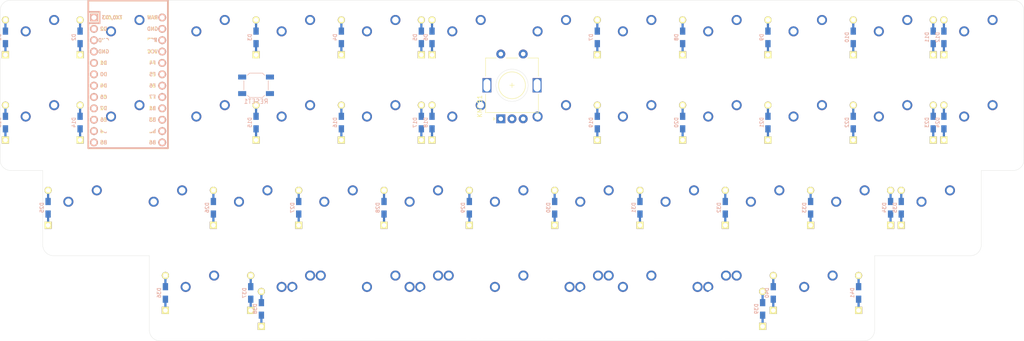
<source format=kicad_pcb>
(kicad_pcb (version 20171130) (host pcbnew "(5.1.9)-1")

  (general
    (thickness 1.6)
    (drawings 21)
    (tracks 0)
    (zones 0)
    (modules 92)
    (nets 64)
  )

  (page A4)
  (layers
    (0 F.Cu signal hide)
    (31 B.Cu signal hide)
    (32 B.Adhes user hide)
    (33 F.Adhes user hide)
    (34 B.Paste user hide)
    (35 F.Paste user hide)
    (36 B.SilkS user hide)
    (37 F.SilkS user)
    (38 B.Mask user hide)
    (39 F.Mask user hide)
    (40 Dwgs.User user)
    (41 Cmts.User user hide)
    (42 Eco1.User user hide)
    (43 Eco2.User user)
    (44 Edge.Cuts user)
    (45 Margin user hide)
    (46 B.CrtYd user hide)
    (47 F.CrtYd user hide)
    (48 B.Fab user hide)
    (49 F.Fab user hide)
  )

  (setup
    (last_trace_width 0.25)
    (trace_clearance 0.2)
    (zone_clearance 0.508)
    (zone_45_only no)
    (trace_min 0.2)
    (via_size 0.8)
    (via_drill 0.4)
    (via_min_size 0.4)
    (via_min_drill 0.3)
    (uvia_size 0.3)
    (uvia_drill 0.1)
    (uvias_allowed no)
    (uvia_min_size 0.2)
    (uvia_min_drill 0.1)
    (edge_width 0.05)
    (segment_width 0.2)
    (pcb_text_width 0.3)
    (pcb_text_size 1.5 1.5)
    (mod_edge_width 0.12)
    (mod_text_size 1 1)
    (mod_text_width 0.15)
    (pad_size 1.524 1.524)
    (pad_drill 0.762)
    (pad_to_mask_clearance 0)
    (aux_axis_origin 0 0)
    (visible_elements 7FFFF7FF)
    (pcbplotparams
      (layerselection 0x010fc_ffffffff)
      (usegerberextensions false)
      (usegerberattributes true)
      (usegerberadvancedattributes true)
      (creategerberjobfile true)
      (excludeedgelayer true)
      (linewidth 0.100000)
      (plotframeref false)
      (viasonmask false)
      (mode 1)
      (useauxorigin false)
      (hpglpennumber 1)
      (hpglpenspeed 20)
      (hpglpendiameter 15.000000)
      (psnegative false)
      (psa4output false)
      (plotreference false)
      (plotvalue false)
      (plotinvisibletext false)
      (padsonsilk false)
      (subtractmaskfromsilk false)
      (outputformat 1)
      (mirror false)
      (drillshape 0)
      (scaleselection 1)
      (outputdirectory ""))
  )

  (net 0 "")
  (net 1 "Net-(D1-Pad2)")
  (net 2 "Net-(D2-Pad2)")
  (net 3 "Net-(D3-Pad2)")
  (net 4 "Net-(D4-Pad2)")
  (net 5 "Net-(D5-Pad2)")
  (net 6 "Net-(D6-Pad2)")
  (net 7 "Net-(D7-Pad2)")
  (net 8 "Net-(D8-Pad2)")
  (net 9 "Net-(D9-Pad2)")
  (net 10 "Net-(D10-Pad2)")
  (net 11 "Net-(D11-Pad2)")
  (net 12 "Net-(D12-Pad2)")
  (net 13 "Net-(D13-Pad2)")
  (net 14 "Net-(D14-Pad2)")
  (net 15 "Net-(D15-Pad2)")
  (net 16 "Net-(D16-Pad2)")
  (net 17 "Net-(D17-Pad2)")
  (net 18 "Net-(D19-Pad2)")
  (net 19 "Net-(D20-Pad2)")
  (net 20 "Net-(D21-Pad2)")
  (net 21 "Net-(D22-Pad2)")
  (net 22 "Net-(D23-Pad2)")
  (net 23 "Net-(D24-Pad2)")
  (net 24 "Net-(D25-Pad2)")
  (net 25 "Net-(D26-Pad2)")
  (net 26 "Net-(D27-Pad2)")
  (net 27 "Net-(D28-Pad2)")
  (net 28 "Net-(D29-Pad2)")
  (net 29 "Net-(D30-Pad2)")
  (net 30 "Net-(D31-Pad2)")
  (net 31 "Net-(D32-Pad2)")
  (net 32 "Net-(D33-Pad2)")
  (net 33 "Net-(D34-Pad2)")
  (net 34 "Net-(D35-Pad2)")
  (net 35 "Net-(D36-Pad2)")
  (net 36 "Net-(D37-Pad2)")
  (net 37 "Net-(D38-Pad2)")
  (net 38 "Net-(D39-Pad2)")
  (net 39 "Net-(D40-Pad2)")
  (net 40 "Net-(D41-Pad2)")
  (net 41 X1)
  (net 42 X2)
  (net 43 GND)
  (net 44 RST)
  (net 45 r1)
  (net 46 r2)
  (net 47 r3)
  (net 48 r4)
  (net 49 c1)
  (net 50 c2)
  (net 51 c3)
  (net 52 c4)
  (net 53 c5)
  (net 54 c7)
  (net 55 c8)
  (net 56 c9)
  (net 57 c10)
  (net 58 c11)
  (net 59 c12)
  (net 60 RAW)
  (net 61 VCC)
  (net 62 Z2)
  (net 63 Z1)

  (net_class Default "This is the default net class."
    (clearance 0.2)
    (trace_width 0.25)
    (via_dia 0.8)
    (via_drill 0.4)
    (uvia_dia 0.3)
    (uvia_drill 0.1)
    (add_net GND)
    (add_net "Net-(D1-Pad2)")
    (add_net "Net-(D10-Pad2)")
    (add_net "Net-(D11-Pad2)")
    (add_net "Net-(D12-Pad2)")
    (add_net "Net-(D13-Pad2)")
    (add_net "Net-(D14-Pad2)")
    (add_net "Net-(D15-Pad2)")
    (add_net "Net-(D16-Pad2)")
    (add_net "Net-(D17-Pad2)")
    (add_net "Net-(D19-Pad2)")
    (add_net "Net-(D2-Pad2)")
    (add_net "Net-(D20-Pad2)")
    (add_net "Net-(D21-Pad2)")
    (add_net "Net-(D22-Pad2)")
    (add_net "Net-(D23-Pad2)")
    (add_net "Net-(D24-Pad2)")
    (add_net "Net-(D25-Pad2)")
    (add_net "Net-(D26-Pad2)")
    (add_net "Net-(D27-Pad2)")
    (add_net "Net-(D28-Pad2)")
    (add_net "Net-(D29-Pad2)")
    (add_net "Net-(D3-Pad2)")
    (add_net "Net-(D30-Pad2)")
    (add_net "Net-(D31-Pad2)")
    (add_net "Net-(D32-Pad2)")
    (add_net "Net-(D33-Pad2)")
    (add_net "Net-(D34-Pad2)")
    (add_net "Net-(D35-Pad2)")
    (add_net "Net-(D36-Pad2)")
    (add_net "Net-(D37-Pad2)")
    (add_net "Net-(D38-Pad2)")
    (add_net "Net-(D39-Pad2)")
    (add_net "Net-(D4-Pad2)")
    (add_net "Net-(D40-Pad2)")
    (add_net "Net-(D41-Pad2)")
    (add_net "Net-(D5-Pad2)")
    (add_net "Net-(D6-Pad2)")
    (add_net "Net-(D7-Pad2)")
    (add_net "Net-(D8-Pad2)")
    (add_net "Net-(D9-Pad2)")
    (add_net RAW)
    (add_net RST)
    (add_net VCC)
    (add_net X1)
    (add_net X2)
    (add_net Z1)
    (add_net Z2)
    (add_net c1)
    (add_net c10)
    (add_net c11)
    (add_net c12)
    (add_net c2)
    (add_net c3)
    (add_net c4)
    (add_net c5)
    (add_net c7)
    (add_net c8)
    (add_net c9)
    (add_net r1)
    (add_net r2)
    (add_net r3)
    (add_net r4)
  )

  (module MX_Only:MXOnly-1U-NoLED (layer F.Cu) (tedit 608C76C4) (tstamp 6120F12B)
    (at 197.64458 90.48788)
    (path /612794B9)
    (fp_text reference MX40-1u1 (at 0 3.175) (layer Dwgs.User)
      (effects (font (size 1 1) (thickness 0.15)))
    )
    (fp_text value MX-NoLED (at 0 -7.9375) (layer Dwgs.User)
      (effects (font (size 1 1) (thickness 0.15)))
    )
    (fp_line (start -7 7) (end -7 -7) (layer Eco2.User) (width 0.12))
    (fp_line (start 7 7) (end -7 7) (layer Eco2.User) (width 0.12))
    (fp_line (start 7 -7) (end 7 7) (layer Eco2.User) (width 0.12))
    (fp_line (start -7 -7) (end 7 -7) (layer Eco2.User) (width 0.12))
    (fp_line (start -9.525 9.525) (end -9.525 -9.525) (layer Dwgs.User) (width 0.15))
    (fp_line (start 9.525 9.525) (end -9.525 9.525) (layer Dwgs.User) (width 0.15))
    (fp_line (start 9.525 -9.525) (end 9.525 9.525) (layer Dwgs.User) (width 0.15))
    (fp_line (start -9.525 -9.525) (end 9.525 -9.525) (layer Dwgs.User) (width 0.15))
    (fp_line (start -7 -7) (end -7 -5) (layer Dwgs.User) (width 0.15))
    (fp_line (start -5 -7) (end -7 -7) (layer Dwgs.User) (width 0.15))
    (fp_line (start -7 7) (end -5 7) (layer Dwgs.User) (width 0.15))
    (fp_line (start -7 5) (end -7 7) (layer Dwgs.User) (width 0.15))
    (fp_line (start 7 7) (end 7 5) (layer Dwgs.User) (width 0.15))
    (fp_line (start 5 7) (end 7 7) (layer Dwgs.User) (width 0.15))
    (fp_line (start 7 -7) (end 7 -5) (layer Dwgs.User) (width 0.15))
    (fp_line (start 5 -7) (end 7 -7) (layer Dwgs.User) (width 0.15))
    (pad 2 thru_hole circle (at 2.54 -5.08) (size 2.25 2.25) (drill 1.47) (layers *.Cu B.Mask)
      (net 39 "Net-(D40-Pad2)"))
    (pad "" np_thru_hole circle (at 0 0) (size 3.9878 3.9878) (drill 3.9878) (layers *.Cu *.Mask))
    (pad 1 thru_hole circle (at -3.81 -2.54) (size 2.25 2.25) (drill 1.47) (layers *.Cu B.Mask)
      (net 55 c8))
    (pad "" np_thru_hole circle (at -5.08 0 48.0996) (size 1.75 1.75) (drill 1.75) (layers *.Cu *.Mask))
    (pad "" np_thru_hole circle (at 5.08 0 48.0996) (size 1.75 1.75) (drill 1.75) (layers *.Cu *.Mask))
  )

  (module MX_Only:MXOnly-2U-ReversedStabilizers-NoLED (layer F.Cu) (tedit 5BD3C7BF) (tstamp 6120F0BA)
    (at 169.06946 90.48788)
    (path /612761E8)
    (fp_text reference MX39-2u1 (at 0 3.175) (layer Dwgs.User)
      (effects (font (size 1 1) (thickness 0.15)))
    )
    (fp_text value MX-NoLED (at 0 -7.9375) (layer Dwgs.User)
      (effects (font (size 1 1) (thickness 0.15)))
    )
    (fp_line (start 5 -7) (end 7 -7) (layer Dwgs.User) (width 0.15))
    (fp_line (start 7 -7) (end 7 -5) (layer Dwgs.User) (width 0.15))
    (fp_line (start 5 7) (end 7 7) (layer Dwgs.User) (width 0.15))
    (fp_line (start 7 7) (end 7 5) (layer Dwgs.User) (width 0.15))
    (fp_line (start -7 5) (end -7 7) (layer Dwgs.User) (width 0.15))
    (fp_line (start -7 7) (end -5 7) (layer Dwgs.User) (width 0.15))
    (fp_line (start -5 -7) (end -7 -7) (layer Dwgs.User) (width 0.15))
    (fp_line (start -7 -7) (end -7 -5) (layer Dwgs.User) (width 0.15))
    (fp_line (start -19.05 -9.525) (end 19.05 -9.525) (layer Dwgs.User) (width 0.15))
    (fp_line (start 19.05 -9.525) (end 19.05 9.525) (layer Dwgs.User) (width 0.15))
    (fp_line (start -19.05 9.525) (end 19.05 9.525) (layer Dwgs.User) (width 0.15))
    (fp_line (start -19.05 9.525) (end -19.05 -9.525) (layer Dwgs.User) (width 0.15))
    (pad 2 thru_hole circle (at 2.54 -5.08) (size 2.25 2.25) (drill 1.47) (layers *.Cu B.Mask)
      (net 38 "Net-(D39-Pad2)"))
    (pad "" np_thru_hole circle (at 0 0) (size 3.9878 3.9878) (drill 3.9878) (layers *.Cu *.Mask))
    (pad 1 thru_hole circle (at -3.81 -2.54) (size 2.25 2.25) (drill 1.47) (layers *.Cu B.Mask)
      (net 54 c7))
    (pad "" np_thru_hole circle (at -5.08 0 48.0996) (size 1.75 1.75) (drill 1.75) (layers *.Cu *.Mask))
    (pad "" np_thru_hole circle (at 5.08 0 48.0996) (size 1.75 1.75) (drill 1.75) (layers *.Cu *.Mask))
    (pad "" np_thru_hole circle (at -11.90625 6.985) (size 3.048 3.048) (drill 3.048) (layers *.Cu *.Mask))
    (pad "" np_thru_hole circle (at 11.90625 6.985) (size 3.048 3.048) (drill 3.048) (layers *.Cu *.Mask))
    (pad "" np_thru_hole circle (at -11.90625 -8.255) (size 3.9878 3.9878) (drill 3.9878) (layers *.Cu *.Mask))
    (pad "" np_thru_hole circle (at 11.90625 -8.255) (size 3.9878 3.9878) (drill 3.9878) (layers *.Cu *.Mask))
  )

  (module MX_Only:MXOnly-2U-ReversedStabilizers-NoLED (layer F.Cu) (tedit 5BD3C7BF) (tstamp 6120F019)
    (at 130.9693 90.48788)
    (path /61274912)
    (fp_text reference MX38-2u1 (at 0 3.175) (layer Dwgs.User)
      (effects (font (size 1 1) (thickness 0.15)))
    )
    (fp_text value MX-NoLED (at 0 -7.9375) (layer Dwgs.User)
      (effects (font (size 1 1) (thickness 0.15)))
    )
    (fp_line (start 5 -7) (end 7 -7) (layer Dwgs.User) (width 0.15))
    (fp_line (start 7 -7) (end 7 -5) (layer Dwgs.User) (width 0.15))
    (fp_line (start 5 7) (end 7 7) (layer Dwgs.User) (width 0.15))
    (fp_line (start 7 7) (end 7 5) (layer Dwgs.User) (width 0.15))
    (fp_line (start -7 5) (end -7 7) (layer Dwgs.User) (width 0.15))
    (fp_line (start -7 7) (end -5 7) (layer Dwgs.User) (width 0.15))
    (fp_line (start -5 -7) (end -7 -7) (layer Dwgs.User) (width 0.15))
    (fp_line (start -7 -7) (end -7 -5) (layer Dwgs.User) (width 0.15))
    (fp_line (start -19.05 -9.525) (end 19.05 -9.525) (layer Dwgs.User) (width 0.15))
    (fp_line (start 19.05 -9.525) (end 19.05 9.525) (layer Dwgs.User) (width 0.15))
    (fp_line (start -19.05 9.525) (end 19.05 9.525) (layer Dwgs.User) (width 0.15))
    (fp_line (start -19.05 9.525) (end -19.05 -9.525) (layer Dwgs.User) (width 0.15))
    (pad 2 thru_hole circle (at 2.54 -5.08) (size 2.25 2.25) (drill 1.47) (layers *.Cu B.Mask)
      (net 37 "Net-(D38-Pad2)"))
    (pad "" np_thru_hole circle (at 0 0) (size 3.9878 3.9878) (drill 3.9878) (layers *.Cu *.Mask))
    (pad 1 thru_hole circle (at -3.81 -2.54) (size 2.25 2.25) (drill 1.47) (layers *.Cu B.Mask)
      (net 63 Z1))
    (pad "" np_thru_hole circle (at -5.08 0 48.0996) (size 1.75 1.75) (drill 1.75) (layers *.Cu *.Mask))
    (pad "" np_thru_hole circle (at 5.08 0 48.0996) (size 1.75 1.75) (drill 1.75) (layers *.Cu *.Mask))
    (pad "" np_thru_hole circle (at -11.90625 6.985) (size 3.048 3.048) (drill 3.048) (layers *.Cu *.Mask))
    (pad "" np_thru_hole circle (at 11.90625 6.985) (size 3.048 3.048) (drill 3.048) (layers *.Cu *.Mask))
    (pad "" np_thru_hole circle (at -11.90625 -8.255) (size 3.9878 3.9878) (drill 3.9878) (layers *.Cu *.Mask))
    (pad "" np_thru_hole circle (at 11.90625 -8.255) (size 3.9878 3.9878) (drill 3.9878) (layers *.Cu *.Mask))
  )

  (module MX_Only:MXOnly-1U-NoLED (layer F.Cu) (tedit 608C76C4) (tstamp 6120F000)
    (at 102.39418 90.48788)
    (path /6127842B)
    (fp_text reference MX37-1u1 (at 0 3.175) (layer Dwgs.User)
      (effects (font (size 1 1) (thickness 0.15)))
    )
    (fp_text value MX-NoLED (at 0 -7.9375) (layer Dwgs.User)
      (effects (font (size 1 1) (thickness 0.15)))
    )
    (fp_line (start -7 7) (end -7 -7) (layer Eco2.User) (width 0.12))
    (fp_line (start 7 7) (end -7 7) (layer Eco2.User) (width 0.12))
    (fp_line (start 7 -7) (end 7 7) (layer Eco2.User) (width 0.12))
    (fp_line (start -7 -7) (end 7 -7) (layer Eco2.User) (width 0.12))
    (fp_line (start -9.525 9.525) (end -9.525 -9.525) (layer Dwgs.User) (width 0.15))
    (fp_line (start 9.525 9.525) (end -9.525 9.525) (layer Dwgs.User) (width 0.15))
    (fp_line (start 9.525 -9.525) (end 9.525 9.525) (layer Dwgs.User) (width 0.15))
    (fp_line (start -9.525 -9.525) (end 9.525 -9.525) (layer Dwgs.User) (width 0.15))
    (fp_line (start -7 -7) (end -7 -5) (layer Dwgs.User) (width 0.15))
    (fp_line (start -5 -7) (end -7 -7) (layer Dwgs.User) (width 0.15))
    (fp_line (start -7 7) (end -5 7) (layer Dwgs.User) (width 0.15))
    (fp_line (start -7 5) (end -7 7) (layer Dwgs.User) (width 0.15))
    (fp_line (start 7 7) (end 7 5) (layer Dwgs.User) (width 0.15))
    (fp_line (start 5 7) (end 7 7) (layer Dwgs.User) (width 0.15))
    (fp_line (start 7 -7) (end 7 -5) (layer Dwgs.User) (width 0.15))
    (fp_line (start 5 -7) (end 7 -7) (layer Dwgs.User) (width 0.15))
    (pad 2 thru_hole circle (at 2.54 -5.08) (size 2.25 2.25) (drill 1.47) (layers *.Cu B.Mask)
      (net 36 "Net-(D37-Pad2)"))
    (pad "" np_thru_hole circle (at 0 0) (size 3.9878 3.9878) (drill 3.9878) (layers *.Cu *.Mask))
    (pad 1 thru_hole circle (at -3.81 -2.54) (size 2.25 2.25) (drill 1.47) (layers *.Cu B.Mask)
      (net 53 c5))
    (pad "" np_thru_hole circle (at -5.08 0 48.0996) (size 1.75 1.75) (drill 1.75) (layers *.Cu *.Mask))
    (pad "" np_thru_hole circle (at 5.08 0 48.0996) (size 1.75 1.75) (drill 1.75) (layers *.Cu *.Mask))
  )

  (module MX_Only:MXOnly-6U-Centered-ReversedStabilizers-NoLED (layer F.Cu) (tedit 5CF32344) (tstamp 6120D4B4)
    (at 150.01938 90.48788)
    (path /6127248A)
    (fp_text reference MX38-6u1 (at 0 3.175) (layer Dwgs.User)
      (effects (font (size 1 1) (thickness 0.15)))
    )
    (fp_text value MX-NoLED (at 0 -7.9375) (layer Dwgs.User)
      (effects (font (size 1 1) (thickness 0.15)))
    )
    (fp_line (start -57.15 9.525) (end -57.15 -9.525) (layer Dwgs.User) (width 0.15))
    (fp_line (start -57.15 9.525) (end 57.15 9.525) (layer Dwgs.User) (width 0.15))
    (fp_line (start 57.15 -9.525) (end 57.15 9.525) (layer Dwgs.User) (width 0.15))
    (fp_line (start -57.15 -9.525) (end 57.15 -9.525) (layer Dwgs.User) (width 0.15))
    (fp_line (start -7 -7) (end -7 -5) (layer Dwgs.User) (width 0.15))
    (fp_line (start -5 -7) (end -7 -7) (layer Dwgs.User) (width 0.15))
    (fp_line (start -7 7) (end -5 7) (layer Dwgs.User) (width 0.15))
    (fp_line (start -7 5) (end -7 7) (layer Dwgs.User) (width 0.15))
    (fp_line (start 7 7) (end 7 5) (layer Dwgs.User) (width 0.15))
    (fp_line (start 5 7) (end 7 7) (layer Dwgs.User) (width 0.15))
    (fp_line (start 7 -7) (end 7 -5) (layer Dwgs.User) (width 0.15))
    (fp_line (start 5 -7) (end 7 -7) (layer Dwgs.User) (width 0.15))
    (pad "" np_thru_hole circle (at 47.625 -8.255) (size 3.9878 3.9878) (drill 3.9878) (layers *.Cu *.Mask))
    (pad "" np_thru_hole circle (at -47.625 -8.255) (size 3.9878 3.9878) (drill 3.9878) (layers *.Cu *.Mask))
    (pad "" np_thru_hole circle (at 47.625 6.985) (size 3.048 3.048) (drill 3.048) (layers *.Cu *.Mask))
    (pad "" np_thru_hole circle (at -47.625 6.985) (size 3.048 3.048) (drill 3.048) (layers *.Cu *.Mask))
    (pad "" np_thru_hole circle (at 5.08 0 48.0996) (size 1.75 1.75) (drill 1.75) (layers *.Cu *.Mask))
    (pad "" np_thru_hole circle (at -5.08 0 48.0996) (size 1.75 1.75) (drill 1.75) (layers *.Cu *.Mask))
    (pad 1 thru_hole circle (at -3.81 -2.54) (size 2.25 2.25) (drill 1.47) (layers *.Cu B.Mask)
      (net 63 Z1))
    (pad "" np_thru_hole circle (at 0 0) (size 3.9878 3.9878) (drill 3.9878) (layers *.Cu *.Mask))
    (pad 2 thru_hole circle (at 2.54 -5.08) (size 2.25 2.25) (drill 1.47) (layers *.Cu B.Mask)
      (net 37 "Net-(D38-Pad2)"))
  )

  (module MX_Only:MXOnly-3U-ReversedStabilizers-NoLED (layer F.Cu) (tedit 608C79AA) (tstamp 6120B95A)
    (at 178.5945 90.48788)
    (path /6126ACED)
    (fp_text reference MX39-3u1 (at 0 3.175) (layer Dwgs.User)
      (effects (font (size 1 1) (thickness 0.15)))
    )
    (fp_text value MX-NoLED (at 0 -7.9375) (layer Dwgs.User)
      (effects (font (size 1 1) (thickness 0.15)))
    )
    (fp_line (start 7 1.75) (end 7 7) (layer Eco2.User) (width 0.12))
    (fp_line (start -7 1.75) (end -7 7) (layer Eco2.User) (width 0.12))
    (fp_line (start 16.625 1.75) (end 7 1.75) (layer Eco2.User) (width 0.12))
    (fp_line (start 16.625 7) (end 16.625 1.75) (layer Eco2.User) (width 0.12))
    (fp_line (start 21.875 7) (end 16.625 7) (layer Eco2.User) (width 0.12))
    (fp_line (start 21.875 -7) (end 21.875 7) (layer Eco2.User) (width 0.12))
    (fp_line (start 16.625 -7) (end 21.875 -7) (layer Eco2.User) (width 0.12))
    (fp_line (start 16.625 -1.75) (end 16.625 -7) (layer Eco2.User) (width 0.12))
    (fp_line (start 7 -1.75) (end 16.625 -1.75) (layer Eco2.User) (width 0.12))
    (fp_line (start -16.625 1.75) (end -7 1.75) (layer Eco2.User) (width 0.12))
    (fp_line (start -16.625 7) (end -16.625 1.75) (layer Eco2.User) (width 0.12))
    (fp_line (start -21.875 7) (end -16.625 7) (layer Eco2.User) (width 0.12))
    (fp_line (start -21.875 -7) (end -21.875 7) (layer Eco2.User) (width 0.12))
    (fp_line (start -16.625 -7) (end -21.875 -7) (layer Eco2.User) (width 0.12))
    (fp_line (start -16.625 -1.75) (end -16.625 -7) (layer Eco2.User) (width 0.12))
    (fp_line (start -7 -1.75) (end -16.625 -1.75) (layer Eco2.User) (width 0.12))
    (fp_line (start -7 -1.75) (end -7 -7) (layer Eco2.User) (width 0.12))
    (fp_line (start 7 7) (end -7 7) (layer Eco2.User) (width 0.12))
    (fp_line (start 7 -7) (end 7 -1.75) (layer Eco2.User) (width 0.12))
    (fp_line (start -7 -7) (end 7 -7) (layer Eco2.User) (width 0.12))
    (fp_line (start -28.575 9.525) (end -28.575 -9.525) (layer Dwgs.User) (width 0.15))
    (fp_line (start -28.575 9.525) (end 28.575 9.525) (layer Dwgs.User) (width 0.15))
    (fp_line (start 28.575 -9.525) (end 28.575 9.525) (layer Dwgs.User) (width 0.15))
    (fp_line (start -28.575 -9.525) (end 28.575 -9.525) (layer Dwgs.User) (width 0.15))
    (fp_line (start -7 -7) (end -7 -5) (layer Dwgs.User) (width 0.15))
    (fp_line (start -5 -7) (end -7 -7) (layer Dwgs.User) (width 0.15))
    (fp_line (start -7 7) (end -5 7) (layer Dwgs.User) (width 0.15))
    (fp_line (start -7 5) (end -7 7) (layer Dwgs.User) (width 0.15))
    (fp_line (start 7 7) (end 7 5) (layer Dwgs.User) (width 0.15))
    (fp_line (start 5 7) (end 7 7) (layer Dwgs.User) (width 0.15))
    (fp_line (start 7 -7) (end 7 -5) (layer Dwgs.User) (width 0.15))
    (fp_line (start 5 -7) (end 7 -7) (layer Dwgs.User) (width 0.15))
    (pad 2 thru_hole circle (at 2.54 -5.08) (size 2.25 2.25) (drill 1.47) (layers *.Cu B.Mask)
      (net 38 "Net-(D39-Pad2)"))
    (pad 1 thru_hole circle (at -3.81 -2.54 48.1) (size 2.25 2.25) (drill 1.47) (layers *.Cu B.Mask)
      (net 54 c7))
    (pad "" np_thru_hole circle (at 0 0) (size 3.9878 3.9878) (drill 3.9878) (layers *.Cu *.Mask))
    (pad "" np_thru_hole circle (at -5.08 0 48.0996) (size 1.75 1.75) (drill 1.75) (layers *.Cu *.Mask))
    (pad "" np_thru_hole circle (at 5.08 0 48.0996) (size 1.75 1.75) (drill 1.75) (layers *.Cu *.Mask))
    (pad "" np_thru_hole circle (at -19.05 6.985) (size 3.048 3.048) (drill 3.048) (layers *.Cu *.Mask))
    (pad "" np_thru_hole circle (at 19.05 6.985) (size 3.048 3.048) (drill 3.048) (layers *.Cu *.Mask))
    (pad "" np_thru_hole circle (at -19.05 -8.255) (size 3.9878 3.9878) (drill 3.9878) (layers *.Cu *.Mask))
    (pad "" np_thru_hole circle (at 19.05 -8.255) (size 3.9878 3.9878) (drill 3.9878) (layers *.Cu *.Mask))
  )

  (module MX_Only:MXOnly-3U-ReversedStabilizers-NoLED (layer F.Cu) (tedit 608C79AA) (tstamp 6120B92D)
    (at 121.44426 90.48788)
    (path /61269D68)
    (fp_text reference MX38-3u1 (at 0 3.175) (layer Dwgs.User)
      (effects (font (size 1 1) (thickness 0.15)))
    )
    (fp_text value MX-NoLED (at 0 -7.9375) (layer Dwgs.User)
      (effects (font (size 1 1) (thickness 0.15)))
    )
    (fp_line (start 7 1.75) (end 7 7) (layer Eco2.User) (width 0.12))
    (fp_line (start -7 1.75) (end -7 7) (layer Eco2.User) (width 0.12))
    (fp_line (start 16.625 1.75) (end 7 1.75) (layer Eco2.User) (width 0.12))
    (fp_line (start 16.625 7) (end 16.625 1.75) (layer Eco2.User) (width 0.12))
    (fp_line (start 21.875 7) (end 16.625 7) (layer Eco2.User) (width 0.12))
    (fp_line (start 21.875 -7) (end 21.875 7) (layer Eco2.User) (width 0.12))
    (fp_line (start 16.625 -7) (end 21.875 -7) (layer Eco2.User) (width 0.12))
    (fp_line (start 16.625 -1.75) (end 16.625 -7) (layer Eco2.User) (width 0.12))
    (fp_line (start 7 -1.75) (end 16.625 -1.75) (layer Eco2.User) (width 0.12))
    (fp_line (start -16.625 1.75) (end -7 1.75) (layer Eco2.User) (width 0.12))
    (fp_line (start -16.625 7) (end -16.625 1.75) (layer Eco2.User) (width 0.12))
    (fp_line (start -21.875 7) (end -16.625 7) (layer Eco2.User) (width 0.12))
    (fp_line (start -21.875 -7) (end -21.875 7) (layer Eco2.User) (width 0.12))
    (fp_line (start -16.625 -7) (end -21.875 -7) (layer Eco2.User) (width 0.12))
    (fp_line (start -16.625 -1.75) (end -16.625 -7) (layer Eco2.User) (width 0.12))
    (fp_line (start -7 -1.75) (end -16.625 -1.75) (layer Eco2.User) (width 0.12))
    (fp_line (start -7 -1.75) (end -7 -7) (layer Eco2.User) (width 0.12))
    (fp_line (start 7 7) (end -7 7) (layer Eco2.User) (width 0.12))
    (fp_line (start 7 -7) (end 7 -1.75) (layer Eco2.User) (width 0.12))
    (fp_line (start -7 -7) (end 7 -7) (layer Eco2.User) (width 0.12))
    (fp_line (start -28.575 9.525) (end -28.575 -9.525) (layer Dwgs.User) (width 0.15))
    (fp_line (start -28.575 9.525) (end 28.575 9.525) (layer Dwgs.User) (width 0.15))
    (fp_line (start 28.575 -9.525) (end 28.575 9.525) (layer Dwgs.User) (width 0.15))
    (fp_line (start -28.575 -9.525) (end 28.575 -9.525) (layer Dwgs.User) (width 0.15))
    (fp_line (start -7 -7) (end -7 -5) (layer Dwgs.User) (width 0.15))
    (fp_line (start -5 -7) (end -7 -7) (layer Dwgs.User) (width 0.15))
    (fp_line (start -7 7) (end -5 7) (layer Dwgs.User) (width 0.15))
    (fp_line (start -7 5) (end -7 7) (layer Dwgs.User) (width 0.15))
    (fp_line (start 7 7) (end 7 5) (layer Dwgs.User) (width 0.15))
    (fp_line (start 5 7) (end 7 7) (layer Dwgs.User) (width 0.15))
    (fp_line (start 7 -7) (end 7 -5) (layer Dwgs.User) (width 0.15))
    (fp_line (start 5 -7) (end 7 -7) (layer Dwgs.User) (width 0.15))
    (pad 2 thru_hole circle (at 2.54 -5.08) (size 2.25 2.25) (drill 1.47) (layers *.Cu B.Mask)
      (net 37 "Net-(D38-Pad2)"))
    (pad 1 thru_hole circle (at -3.81 -2.54 48.1) (size 2.25 2.25) (drill 1.47) (layers *.Cu B.Mask)
      (net 63 Z1))
    (pad "" np_thru_hole circle (at 0 0) (size 3.9878 3.9878) (drill 3.9878) (layers *.Cu *.Mask))
    (pad "" np_thru_hole circle (at -5.08 0 48.0996) (size 1.75 1.75) (drill 1.75) (layers *.Cu *.Mask))
    (pad "" np_thru_hole circle (at 5.08 0 48.0996) (size 1.75 1.75) (drill 1.75) (layers *.Cu *.Mask))
    (pad "" np_thru_hole circle (at -19.05 6.985) (size 3.048 3.048) (drill 3.048) (layers *.Cu *.Mask))
    (pad "" np_thru_hole circle (at 19.05 6.985) (size 3.048 3.048) (drill 3.048) (layers *.Cu *.Mask))
    (pad "" np_thru_hole circle (at -19.05 -8.255) (size 3.9878 3.9878) (drill 3.9878) (layers *.Cu *.Mask))
    (pad "" np_thru_hole circle (at 19.05 -8.255) (size 3.9878 3.9878) (drill 3.9878) (layers *.Cu *.Mask))
  )

  (module Button_Switch_SMD:SW_SPST_SKQG_WithStem (layer B.Cu) (tedit 5ABAB6AF) (tstamp 612086E8)
    (at 92.86914 42.86268)
    (descr "ALPS 5.2mm Square Low-profile Type (Surface Mount) SKQG Series, With stem, http://www.alps.com/prod/info/E/HTML/Tact/SurfaceMount/SKQG/SKQGAFE010.html")
    (tags "SPST Button Switch")
    (path /61220290)
    (attr smd)
    (fp_text reference RESET1 (at 0 3.6) (layer B.SilkS)
      (effects (font (size 1 1) (thickness 0.15)) (justify mirror))
    )
    (fp_text value SW_Push (at 0 -3.6) (layer B.Fab)
      (effects (font (size 1 1) (thickness 0.15)) (justify mirror))
    )
    (fp_line (start -1 1.3) (end -1 -1.3) (layer Dwgs.User) (width 0.05))
    (fp_line (start -4 0.3) (end -3 1.3) (layer Dwgs.User) (width 0.05))
    (fp_line (start -2.6 -1.3) (end -1 0.3) (layer Dwgs.User) (width 0.05))
    (fp_line (start -1 1.3) (end -3.6 -1.3) (layer Dwgs.User) (width 0.05))
    (fp_line (start -4 1.3) (end -1 1.3) (layer Dwgs.User) (width 0.05))
    (fp_line (start -1 -1.3) (end -4 -1.3) (layer Dwgs.User) (width 0.05))
    (fp_line (start -4 -0.7) (end -2 1.3) (layer Dwgs.User) (width 0.05))
    (fp_line (start -4 -1.3) (end -4 1.3) (layer Dwgs.User) (width 0.05))
    (fp_line (start -1 -0.7) (end -1.6 -1.3) (layer Dwgs.User) (width 0.05))
    (fp_line (start 4 -0.7) (end 3.4 -1.3) (layer Dwgs.User) (width 0.05))
    (fp_line (start 2.4 -1.3) (end 4 0.3) (layer Dwgs.User) (width 0.05))
    (fp_line (start 4 1.3) (end 1.4 -1.3) (layer Dwgs.User) (width 0.05))
    (fp_line (start 1 -0.7) (end 3 1.3) (layer Dwgs.User) (width 0.05))
    (fp_line (start 1 0.3) (end 2 1.3) (layer Dwgs.User) (width 0.05))
    (fp_line (start 1 1.3) (end 4 1.3) (layer Dwgs.User) (width 0.05))
    (fp_line (start 1 -1.3) (end 1 1.3) (layer Dwgs.User) (width 0.05))
    (fp_line (start 4 -1.3) (end 1 -1.3) (layer Dwgs.User) (width 0.05))
    (fp_line (start 4 1.3) (end 4 -1.3) (layer Dwgs.User) (width 0.05))
    (fp_line (start 0.95 1.865) (end 1.865 0.95) (layer B.Fab) (width 0.1))
    (fp_line (start -0.95 1.865) (end -1.865 0.95) (layer B.Fab) (width 0.1))
    (fp_line (start -0.95 -1.865) (end -1.865 -0.95) (layer B.Fab) (width 0.1))
    (fp_line (start 0.95 -1.865) (end 1.865 -0.95) (layer B.Fab) (width 0.1))
    (fp_line (start 1.45 -2.72) (end 1.94 -2.23) (layer B.SilkS) (width 0.12))
    (fp_line (start -1.45 -2.72) (end 1.45 -2.72) (layer B.SilkS) (width 0.12))
    (fp_line (start -1.45 -2.72) (end -1.94 -2.23) (layer B.SilkS) (width 0.12))
    (fp_line (start -1.45 2.72) (end 1.45 2.72) (layer B.SilkS) (width 0.12))
    (fp_line (start -1.45 2.72) (end -1.94 2.23) (layer B.SilkS) (width 0.12))
    (fp_line (start 2.72 -1.04) (end 2.72 1.04) (layer B.SilkS) (width 0.12))
    (fp_circle (center 0 0) (end 1 0) (layer B.Fab) (width 0.1))
    (fp_line (start 1.45 2.72) (end 1.94 2.23) (layer B.SilkS) (width 0.12))
    (fp_line (start -2.72 -1.04) (end -2.72 1.04) (layer B.SilkS) (width 0.12))
    (fp_line (start 1.865 0.95) (end 1.865 -0.95) (layer B.Fab) (width 0.1))
    (fp_line (start 0.95 -1.865) (end -0.95 -1.865) (layer B.Fab) (width 0.1))
    (fp_line (start -1.865 -0.95) (end -1.865 0.95) (layer B.Fab) (width 0.1))
    (fp_line (start -0.95 1.865) (end 0.95 1.865) (layer B.Fab) (width 0.1))
    (fp_line (start -4.25 -2.85) (end 4.25 -2.85) (layer B.CrtYd) (width 0.05))
    (fp_line (start 4.25 -2.85) (end 4.25 2.85) (layer B.CrtYd) (width 0.05))
    (fp_line (start 4.25 2.85) (end -4.25 2.85) (layer B.CrtYd) (width 0.05))
    (fp_line (start -4.25 2.85) (end -4.25 -2.85) (layer B.CrtYd) (width 0.05))
    (fp_line (start -1.4 2.6) (end 1.4 2.6) (layer B.Fab) (width 0.1))
    (fp_line (start -2.6 1.4) (end -1.4 2.6) (layer B.Fab) (width 0.1))
    (fp_line (start -2.6 -1.4) (end -2.6 1.4) (layer B.Fab) (width 0.1))
    (fp_line (start -1.4 -2.6) (end -2.6 -1.4) (layer B.Fab) (width 0.1))
    (fp_line (start 1.4 -2.6) (end -1.4 -2.6) (layer B.Fab) (width 0.1))
    (fp_line (start 2.6 -1.4) (end 1.4 -2.6) (layer B.Fab) (width 0.1))
    (fp_line (start 2.6 1.4) (end 2.6 -1.4) (layer B.Fab) (width 0.1))
    (fp_line (start 1.4 2.6) (end 2.6 1.4) (layer B.Fab) (width 0.1))
    (fp_text user "No F.Cu tracks" (at -2.5 -0.2) (layer Cmts.User)
      (effects (font (size 0.2 0.2) (thickness 0.03)))
    )
    (fp_text user "KEEP-OUT ZONE" (at -2.5 0.2) (layer Cmts.User)
      (effects (font (size 0.2 0.2) (thickness 0.03)))
    )
    (fp_text user "KEEP-OUT ZONE" (at 2.5 0.2) (layer Cmts.User)
      (effects (font (size 0.2 0.2) (thickness 0.03)))
    )
    (fp_text user "No F.Cu tracks" (at 2.5 -0.2) (layer Cmts.User)
      (effects (font (size 0.2 0.2) (thickness 0.03)))
    )
    (fp_text user %R (at 0 0) (layer B.Fab)
      (effects (font (size 0.4 0.4) (thickness 0.06)) (justify mirror))
    )
    (pad 2 smd rect (at 3.1 -1.85) (size 1.8 1.1) (layers B.Cu B.Paste B.Mask)
      (net 44 RST))
    (pad 2 smd rect (at -3.1 -1.85) (size 1.8 1.1) (layers B.Cu B.Paste B.Mask)
      (net 44 RST))
    (pad 1 smd rect (at 3.1 1.85) (size 1.8 1.1) (layers B.Cu B.Paste B.Mask)
      (net 43 GND))
    (pad 1 smd rect (at -3.1 1.85) (size 1.8 1.1) (layers B.Cu B.Paste B.Mask)
      (net 43 GND))
    (model ${KISYS3DMOD}/Button_Switch_SMD.3dshapes/SW_SPST_SKQG_WithStem.wrl
      (at (xyz 0 0 0))
      (scale (xyz 1 1 1))
      (rotate (xyz 0 0 0))
    )
  )

  (module Keebio-Parts:ArduinoProMicro (layer F.Cu) (tedit 5B307E4C) (tstamp 612086AC)
    (at 64.29402 41.67205 270)
    (path /61220F7A)
    (fp_text reference PM1 (at 0 1.625 90) (layer F.SilkS) hide
      (effects (font (size 1.27 1.524) (thickness 0.2032)))
    )
    (fp_text value ProMicro (at 0 0 90) (layer F.SilkS) hide
      (effects (font (size 1.27 1.524) (thickness 0.2032)))
    )
    (fp_line (start -15.24 6.35) (end -15.24 8.89) (layer F.SilkS) (width 0.381))
    (fp_line (start -15.24 6.35) (end -15.24 8.89) (layer B.SilkS) (width 0.381))
    (fp_line (start -19.304 -3.556) (end -14.224 -3.556) (layer Dwgs.User) (width 0.2))
    (fp_line (start -19.304 3.81) (end -19.304 -3.556) (layer Dwgs.User) (width 0.2))
    (fp_line (start -14.224 3.81) (end -19.304 3.81) (layer Dwgs.User) (width 0.2))
    (fp_line (start -14.224 -3.556) (end -14.224 3.81) (layer Dwgs.User) (width 0.2))
    (fp_line (start -17.78 8.89) (end -15.24 8.89) (layer F.SilkS) (width 0.381))
    (fp_line (start -17.78 -8.89) (end -17.78 8.89) (layer F.SilkS) (width 0.381))
    (fp_line (start -15.24 -8.89) (end -17.78 -8.89) (layer F.SilkS) (width 0.381))
    (fp_line (start -17.78 -8.89) (end -17.78 8.89) (layer B.SilkS) (width 0.381))
    (fp_line (start -17.78 8.89) (end 15.24 8.89) (layer B.SilkS) (width 0.381))
    (fp_line (start 15.24 8.89) (end 15.24 -8.89) (layer B.SilkS) (width 0.381))
    (fp_line (start 15.24 -8.89) (end -17.78 -8.89) (layer B.SilkS) (width 0.381))
    (fp_poly (pts (xy -9.35097 -5.844635) (xy -9.25097 -5.844635) (xy -9.25097 -6.344635) (xy -9.35097 -6.344635)) (layer B.SilkS) (width 0.15))
    (fp_poly (pts (xy -9.35097 -5.844635) (xy -9.05097 -5.844635) (xy -9.05097 -5.944635) (xy -9.35097 -5.944635)) (layer B.SilkS) (width 0.15))
    (fp_poly (pts (xy -8.75097 -5.844635) (xy -8.55097 -5.844635) (xy -8.55097 -5.944635) (xy -8.75097 -5.944635)) (layer B.SilkS) (width 0.15))
    (fp_poly (pts (xy -9.35097 -6.244635) (xy -8.55097 -6.244635) (xy -8.55097 -6.344635) (xy -9.35097 -6.344635)) (layer B.SilkS) (width 0.15))
    (fp_poly (pts (xy -8.95097 -6.044635) (xy -8.85097 -6.044635) (xy -8.85097 -6.144635) (xy -8.95097 -6.144635)) (layer B.SilkS) (width 0.15))
    (fp_poly (pts (xy -8.76064 -4.931568) (xy -8.56064 -4.931568) (xy -8.56064 -4.831568) (xy -8.76064 -4.831568)) (layer F.SilkS) (width 0.15))
    (fp_poly (pts (xy -9.36064 -4.531568) (xy -8.56064 -4.531568) (xy -8.56064 -4.431568) (xy -9.36064 -4.431568)) (layer F.SilkS) (width 0.15))
    (fp_poly (pts (xy -9.36064 -4.931568) (xy -9.26064 -4.931568) (xy -9.26064 -4.431568) (xy -9.36064 -4.431568)) (layer F.SilkS) (width 0.15))
    (fp_poly (pts (xy -8.96064 -4.731568) (xy -8.86064 -4.731568) (xy -8.86064 -4.631568) (xy -8.96064 -4.631568)) (layer F.SilkS) (width 0.15))
    (fp_poly (pts (xy -9.36064 -4.931568) (xy -9.06064 -4.931568) (xy -9.06064 -4.831568) (xy -9.36064 -4.831568)) (layer F.SilkS) (width 0.15))
    (fp_line (start -12.7 6.35) (end -12.7 8.89) (layer F.SilkS) (width 0.381))
    (fp_line (start -15.24 6.35) (end -12.7 6.35) (layer F.SilkS) (width 0.381))
    (fp_line (start 15.24 -8.89) (end -15.24 -8.89) (layer F.SilkS) (width 0.381))
    (fp_line (start 15.24 8.89) (end 15.24 -8.89) (layer F.SilkS) (width 0.381))
    (fp_line (start -15.24 8.89) (end 15.24 8.89) (layer F.SilkS) (width 0.381))
    (fp_line (start -15.24 6.35) (end -12.7 6.35) (layer B.SilkS) (width 0.381))
    (fp_line (start -12.7 6.35) (end -12.7 8.89) (layer B.SilkS) (width 0.381))
    (fp_text user ST (at -8.91 -5.04) (layer B.SilkS)
      (effects (font (size 0.8 0.8) (thickness 0.15)) (justify mirror))
    )
    (fp_text user TX0/D3 (at -13.97 3.571872) (layer F.SilkS)
      (effects (font (size 0.8 0.8) (thickness 0.15)))
    )
    (fp_text user TX0/D3 (at -13.97 3.571872) (layer B.SilkS)
      (effects (font (size 0.8 0.8) (thickness 0.15)) (justify mirror))
    )
    (fp_text user D2 (at -11.43 5.461) (layer F.SilkS)
      (effects (font (size 0.8 0.8) (thickness 0.15)))
    )
    (fp_text user D0 (at -1.27 5.461) (layer F.SilkS)
      (effects (font (size 0.8 0.8) (thickness 0.15)))
    )
    (fp_text user D1 (at -3.81 5.461) (layer F.SilkS)
      (effects (font (size 0.8 0.8) (thickness 0.15)))
    )
    (fp_text user GND (at -6.35 5.461) (layer F.SilkS)
      (effects (font (size 0.8 0.8) (thickness 0.15)))
    )
    (fp_text user GND (at -8.89 5.461) (layer F.SilkS)
      (effects (font (size 0.8 0.8) (thickness 0.15)))
    )
    (fp_text user D4 (at 1.27 5.461) (layer F.SilkS)
      (effects (font (size 0.8 0.8) (thickness 0.15)))
    )
    (fp_text user C6 (at 3.81 5.461) (layer F.SilkS)
      (effects (font (size 0.8 0.8) (thickness 0.15)))
    )
    (fp_text user D7 (at 6.35 5.461) (layer F.SilkS)
      (effects (font (size 0.8 0.8) (thickness 0.15)))
    )
    (fp_text user E6 (at 8.89 5.461) (layer F.SilkS)
      (effects (font (size 0.8 0.8) (thickness 0.15)))
    )
    (fp_text user B4 (at 11.43 5.461) (layer F.SilkS)
      (effects (font (size 0.8 0.8) (thickness 0.15)))
    )
    (fp_text user B5 (at 13.97 5.461) (layer F.SilkS)
      (effects (font (size 0.8 0.8) (thickness 0.15)))
    )
    (fp_text user B6 (at 13.97 -5.461) (layer F.SilkS)
      (effects (font (size 0.8 0.8) (thickness 0.15)))
    )
    (fp_text user B2 (at 11.43 -5.461) (layer B.SilkS)
      (effects (font (size 0.8 0.8) (thickness 0.15)) (justify mirror))
    )
    (fp_text user B3 (at 8.89 -5.461) (layer F.SilkS)
      (effects (font (size 0.8 0.8) (thickness 0.15)))
    )
    (fp_text user B1 (at 6.35 -5.461) (layer F.SilkS)
      (effects (font (size 0.8 0.8) (thickness 0.15)))
    )
    (fp_text user F7 (at 3.81 -5.461) (layer B.SilkS)
      (effects (font (size 0.8 0.8) (thickness 0.15)) (justify mirror))
    )
    (fp_text user F6 (at 1.27 -5.461) (layer B.SilkS)
      (effects (font (size 0.8 0.8) (thickness 0.15)) (justify mirror))
    )
    (fp_text user F5 (at -1.27 -5.461) (layer B.SilkS)
      (effects (font (size 0.8 0.8) (thickness 0.15)) (justify mirror))
    )
    (fp_text user F4 (at -3.81 -5.461) (layer F.SilkS)
      (effects (font (size 0.8 0.8) (thickness 0.15)))
    )
    (fp_text user VCC (at -6.35 -5.461) (layer F.SilkS)
      (effects (font (size 0.8 0.8) (thickness 0.15)))
    )
    (fp_text user ST (at -8.92 -5.73312) (layer F.SilkS)
      (effects (font (size 0.8 0.8) (thickness 0.15)))
    )
    (fp_text user GND (at -11.43 -5.461) (layer F.SilkS)
      (effects (font (size 0.8 0.8) (thickness 0.15)))
    )
    (fp_text user RAW (at -13.97 -5.461) (layer F.SilkS)
      (effects (font (size 0.8 0.8) (thickness 0.15)))
    )
    (fp_text user RAW (at -13.97 -5.461) (layer B.SilkS)
      (effects (font (size 0.8 0.8) (thickness 0.15)) (justify mirror))
    )
    (fp_text user GND (at -11.43 -5.461) (layer B.SilkS)
      (effects (font (size 0.8 0.8) (thickness 0.15)) (justify mirror))
    )
    (fp_text user VCC (at -6.35 -5.461) (layer B.SilkS)
      (effects (font (size 0.8 0.8) (thickness 0.15)) (justify mirror))
    )
    (fp_text user F4 (at -3.81 -5.461) (layer B.SilkS)
      (effects (font (size 0.8 0.8) (thickness 0.15)) (justify mirror))
    )
    (fp_text user F5 (at -1.27 -5.461) (layer F.SilkS)
      (effects (font (size 0.8 0.8) (thickness 0.15)))
    )
    (fp_text user F6 (at 1.27 -5.461) (layer F.SilkS)
      (effects (font (size 0.8 0.8) (thickness 0.15)))
    )
    (fp_text user F7 (at 3.81 -5.461) (layer F.SilkS)
      (effects (font (size 0.8 0.8) (thickness 0.15)))
    )
    (fp_text user B1 (at 6.35 -5.461) (layer B.SilkS)
      (effects (font (size 0.8 0.8) (thickness 0.15)) (justify mirror))
    )
    (fp_text user B3 (at 8.89 -5.461) (layer B.SilkS)
      (effects (font (size 0.8 0.8) (thickness 0.15)) (justify mirror))
    )
    (fp_text user B2 (at 11.43 -5.461) (layer F.SilkS)
      (effects (font (size 0.8 0.8) (thickness 0.15)))
    )
    (fp_text user B6 (at 13.97 -5.461) (layer B.SilkS)
      (effects (font (size 0.8 0.8) (thickness 0.15)) (justify mirror))
    )
    (fp_text user B5 (at 13.97 5.461) (layer B.SilkS)
      (effects (font (size 0.8 0.8) (thickness 0.15)) (justify mirror))
    )
    (fp_text user B4 (at 11.43 5.461) (layer B.SilkS)
      (effects (font (size 0.8 0.8) (thickness 0.15)) (justify mirror))
    )
    (fp_text user E6 (at 8.89 5.461) (layer B.SilkS)
      (effects (font (size 0.8 0.8) (thickness 0.15)) (justify mirror))
    )
    (fp_text user D7 (at 6.35 5.461) (layer B.SilkS)
      (effects (font (size 0.8 0.8) (thickness 0.15)) (justify mirror))
    )
    (fp_text user C6 (at 3.81 5.461) (layer B.SilkS)
      (effects (font (size 0.8 0.8) (thickness 0.15)) (justify mirror))
    )
    (fp_text user D4 (at 1.27 5.461) (layer B.SilkS)
      (effects (font (size 0.8 0.8) (thickness 0.15)) (justify mirror))
    )
    (fp_text user GND (at -8.89 5.461) (layer B.SilkS)
      (effects (font (size 0.8 0.8) (thickness 0.15)) (justify mirror))
    )
    (fp_text user GND (at -6.35 5.461) (layer B.SilkS)
      (effects (font (size 0.8 0.8) (thickness 0.15)) (justify mirror))
    )
    (fp_text user D1 (at -3.81 5.461) (layer B.SilkS)
      (effects (font (size 0.8 0.8) (thickness 0.15)) (justify mirror))
    )
    (fp_text user D0 (at -1.27 5.461) (layer B.SilkS)
      (effects (font (size 0.8 0.8) (thickness 0.15)) (justify mirror))
    )
    (fp_text user D2 (at -11.43 5.461) (layer B.SilkS)
      (effects (font (size 0.8 0.8) (thickness 0.15)) (justify mirror))
    )
    (pad 24 thru_hole circle (at -13.97 -7.62 270) (size 1.7526 1.7526) (drill 1.0922) (layers *.Cu *.SilkS *.Mask)
      (net 60 RAW))
    (pad 12 thru_hole circle (at 13.97 7.62 270) (size 1.7526 1.7526) (drill 1.0922) (layers *.Cu *.SilkS *.Mask)
      (net 47 r3))
    (pad 23 thru_hole circle (at -11.43 -7.62 270) (size 1.7526 1.7526) (drill 1.0922) (layers *.Cu *.SilkS *.Mask)
      (net 43 GND))
    (pad 22 thru_hole circle (at -8.89 -7.62 270) (size 1.7526 1.7526) (drill 1.0922) (layers *.Cu *.SilkS *.Mask)
      (net 44 RST))
    (pad 21 thru_hole circle (at -6.35 -7.62 270) (size 1.7526 1.7526) (drill 1.0922) (layers *.Cu *.SilkS *.Mask)
      (net 61 VCC))
    (pad 20 thru_hole circle (at -3.81 -7.62 270) (size 1.7526 1.7526) (drill 1.0922) (layers *.Cu *.SilkS *.Mask)
      (net 53 c5))
    (pad 19 thru_hole circle (at -1.27 -7.62 270) (size 1.7526 1.7526) (drill 1.0922) (layers *.Cu *.SilkS *.Mask)
      (net 63 Z1))
    (pad 18 thru_hole circle (at 1.27 -7.62 270) (size 1.7526 1.7526) (drill 1.0922) (layers *.Cu *.SilkS *.Mask)
      (net 54 c7))
    (pad 17 thru_hole circle (at 3.81 -7.62 270) (size 1.7526 1.7526) (drill 1.0922) (layers *.Cu *.SilkS *.Mask)
      (net 55 c8))
    (pad 16 thru_hole circle (at 6.35 -7.62 270) (size 1.7526 1.7526) (drill 1.0922) (layers *.Cu *.SilkS *.Mask)
      (net 56 c9))
    (pad 15 thru_hole circle (at 8.89 -7.62 270) (size 1.7526 1.7526) (drill 1.0922) (layers *.Cu *.SilkS *.Mask)
      (net 57 c10))
    (pad 14 thru_hole circle (at 11.43 -7.62 270) (size 1.7526 1.7526) (drill 1.0922) (layers *.Cu *.SilkS *.Mask)
      (net 58 c11))
    (pad 13 thru_hole circle (at 13.97 -7.62 270) (size 1.7526 1.7526) (drill 1.0922) (layers *.Cu *.SilkS *.Mask)
      (net 59 c12))
    (pad 11 thru_hole circle (at 11.43 7.62 270) (size 1.7526 1.7526) (drill 1.0922) (layers *.Cu *.SilkS *.Mask)
      (net 48 r4))
    (pad 10 thru_hole circle (at 8.89 7.62 270) (size 1.7526 1.7526) (drill 1.0922) (layers *.Cu *.SilkS *.Mask)
      (net 52 c4))
    (pad 9 thru_hole circle (at 6.35 7.62 270) (size 1.7526 1.7526) (drill 1.0922) (layers *.Cu *.SilkS *.Mask)
      (net 51 c3))
    (pad 8 thru_hole circle (at 3.81 7.62 270) (size 1.7526 1.7526) (drill 1.0922) (layers *.Cu *.SilkS *.Mask)
      (net 46 r2))
    (pad 7 thru_hole circle (at 1.27 7.62 270) (size 1.7526 1.7526) (drill 1.0922) (layers *.Cu *.SilkS *.Mask)
      (net 45 r1))
    (pad 6 thru_hole circle (at -1.27 7.62 270) (size 1.7526 1.7526) (drill 1.0922) (layers *.Cu *.SilkS *.Mask)
      (net 50 c2))
    (pad 5 thru_hole circle (at -3.81 7.62 270) (size 1.7526 1.7526) (drill 1.0922) (layers *.Cu *.SilkS *.Mask)
      (net 49 c1))
    (pad 4 thru_hole circle (at -6.35 7.62 270) (size 1.7526 1.7526) (drill 1.0922) (layers *.Cu *.SilkS *.Mask)
      (net 43 GND))
    (pad 3 thru_hole circle (at -8.89 7.62 270) (size 1.7526 1.7526) (drill 1.0922) (layers *.Cu *.SilkS *.Mask)
      (net 43 GND))
    (pad 2 thru_hole circle (at -11.43 7.62 270) (size 1.7526 1.7526) (drill 1.0922) (layers *.Cu *.SilkS *.Mask)
      (net 42 X2))
    (pad 1 thru_hole rect (at -13.97 7.62 270) (size 1.7526 1.7526) (drill 1.0922) (layers *.Cu *.SilkS *.Mask)
      (net 41 X1))
    (model /Users/danny/Documents/proj/custom-keyboard/kicad-libs/3d_models/ArduinoProMicro.wrl
      (offset (xyz -13.96999979019165 -7.619999885559082 -5.841999912261963))
      (scale (xyz 0.395 0.395 0.395))
      (rotate (xyz 90 180 180))
    )
  )

  (module MX_Only:MXOnly-1.25U-NoLED (layer F.Cu) (tedit 60FB4D4B) (tstamp 61208642)
    (at 219.07592 90.48788)
    (path /6121C033)
    (fp_text reference MX41 (at 0 3.175) (layer Dwgs.User)
      (effects (font (size 1 1) (thickness 0.15)))
    )
    (fp_text value MX-NoLED (at 0 -7.9375) (layer Dwgs.User)
      (effects (font (size 1 1) (thickness 0.15)))
    )
    (fp_line (start -7 7) (end -7 -7) (layer Eco2.User) (width 0.12))
    (fp_line (start 7 7) (end -7 7) (layer Eco2.User) (width 0.12))
    (fp_line (start 7 -7) (end 7 7) (layer Eco2.User) (width 0.12))
    (fp_line (start -7 -7) (end 7 -7) (layer Eco2.User) (width 0.12))
    (fp_line (start -11.90625 9.525) (end -11.90625 -9.525) (layer Dwgs.User) (width 0.15))
    (fp_line (start -11.90625 9.525) (end 11.90625 9.525) (layer Dwgs.User) (width 0.15))
    (fp_line (start 11.90625 -9.525) (end 11.90625 9.525) (layer Dwgs.User) (width 0.15))
    (fp_line (start -11.90625 -9.525) (end 11.90625 -9.525) (layer Dwgs.User) (width 0.15))
    (fp_line (start -7 -7) (end -7 -5) (layer Dwgs.User) (width 0.15))
    (fp_line (start -5 -7) (end -7 -7) (layer Dwgs.User) (width 0.15))
    (fp_line (start -7 7) (end -5 7) (layer Dwgs.User) (width 0.15))
    (fp_line (start -7 5) (end -7 7) (layer Dwgs.User) (width 0.15))
    (fp_line (start 7 7) (end 7 5) (layer Dwgs.User) (width 0.15))
    (fp_line (start 5 7) (end 7 7) (layer Dwgs.User) (width 0.15))
    (fp_line (start 7 -7) (end 7 -5) (layer Dwgs.User) (width 0.15))
    (fp_line (start 5 -7) (end 7 -7) (layer Dwgs.User) (width 0.15))
    (pad 2 thru_hole circle (at 2.54 -5.08) (size 2.25 2.25) (drill 1.47) (layers *.Cu B.Mask)
      (net 40 "Net-(D41-Pad2)"))
    (pad "" np_thru_hole circle (at 0 0) (size 3.9878 3.9878) (drill 3.9878) (layers *.Cu *.Mask))
    (pad 1 thru_hole circle (at -3.81 -2.54) (size 2.25 2.25) (drill 1.47) (layers *.Cu B.Mask)
      (net 56 c9))
    (pad "" np_thru_hole circle (at -5.08 0 48.0996) (size 1.75 1.75) (drill 1.75) (layers *.Cu *.Mask))
    (pad "" np_thru_hole circle (at 5.08 0 48.0996) (size 1.75 1.75) (drill 1.75) (layers *.Cu *.Mask))
  )

  (module MX_Only:MXOnly-1.25U-NoLED (layer F.Cu) (tedit 60FB4D4B) (tstamp 61208629)
    (at 195.26332 90.48788)
    (path /6121C026)
    (fp_text reference MX40 (at 0 3.175) (layer Dwgs.User)
      (effects (font (size 1 1) (thickness 0.15)))
    )
    (fp_text value MX-NoLED (at 0 -7.9375) (layer Dwgs.User)
      (effects (font (size 1 1) (thickness 0.15)))
    )
    (fp_line (start -7 7) (end -7 -7) (layer Eco2.User) (width 0.12))
    (fp_line (start 7 7) (end -7 7) (layer Eco2.User) (width 0.12))
    (fp_line (start 7 -7) (end 7 7) (layer Eco2.User) (width 0.12))
    (fp_line (start -7 -7) (end 7 -7) (layer Eco2.User) (width 0.12))
    (fp_line (start -11.90625 9.525) (end -11.90625 -9.525) (layer Dwgs.User) (width 0.15))
    (fp_line (start -11.90625 9.525) (end 11.90625 9.525) (layer Dwgs.User) (width 0.15))
    (fp_line (start 11.90625 -9.525) (end 11.90625 9.525) (layer Dwgs.User) (width 0.15))
    (fp_line (start -11.90625 -9.525) (end 11.90625 -9.525) (layer Dwgs.User) (width 0.15))
    (fp_line (start -7 -7) (end -7 -5) (layer Dwgs.User) (width 0.15))
    (fp_line (start -5 -7) (end -7 -7) (layer Dwgs.User) (width 0.15))
    (fp_line (start -7 7) (end -5 7) (layer Dwgs.User) (width 0.15))
    (fp_line (start -7 5) (end -7 7) (layer Dwgs.User) (width 0.15))
    (fp_line (start 7 7) (end 7 5) (layer Dwgs.User) (width 0.15))
    (fp_line (start 5 7) (end 7 7) (layer Dwgs.User) (width 0.15))
    (fp_line (start 7 -7) (end 7 -5) (layer Dwgs.User) (width 0.15))
    (fp_line (start 5 -7) (end 7 -7) (layer Dwgs.User) (width 0.15))
    (pad 2 thru_hole circle (at 2.54 -5.08) (size 2.25 2.25) (drill 1.47) (layers *.Cu B.Mask)
      (net 39 "Net-(D40-Pad2)"))
    (pad "" np_thru_hole circle (at 0 0) (size 3.9878 3.9878) (drill 3.9878) (layers *.Cu *.Mask))
    (pad 1 thru_hole circle (at -3.81 -2.54) (size 2.25 2.25) (drill 1.47) (layers *.Cu B.Mask)
      (net 55 c8))
    (pad "" np_thru_hole circle (at -5.08 0 48.0996) (size 1.75 1.75) (drill 1.75) (layers *.Cu *.Mask))
    (pad "" np_thru_hole circle (at 5.08 0 48.0996) (size 1.75 1.75) (drill 1.75) (layers *.Cu *.Mask))
  )

  (module MX_Only:MXOnly-1.75U-NoLED (layer F.Cu) (tedit 608C789E) (tstamp 61208610)
    (at 166.6882 90.48788)
    (path /6121C019)
    (fp_text reference MX39 (at 0 3.175) (layer Dwgs.User)
      (effects (font (size 1 1) (thickness 0.15)))
    )
    (fp_text value MX-NoLED (at 0 -7.9375) (layer Dwgs.User)
      (effects (font (size 1 1) (thickness 0.15)))
    )
    (fp_line (start -7 -7) (end 7 -7) (layer Eco2.User) (width 0.12))
    (fp_line (start -7 7) (end -7 -7) (layer Eco2.User) (width 0.12))
    (fp_line (start 7 7) (end -7 7) (layer Eco2.User) (width 0.12))
    (fp_line (start 7 -7) (end 7 7) (layer Eco2.User) (width 0.12))
    (fp_line (start -16.66875 9.525) (end -16.66875 -9.525) (layer Dwgs.User) (width 0.15))
    (fp_line (start -16.66875 9.525) (end 16.66875 9.525) (layer Dwgs.User) (width 0.15))
    (fp_line (start 16.66875 -9.525) (end 16.66875 9.525) (layer Dwgs.User) (width 0.15))
    (fp_line (start -16.66875 -9.525) (end 16.66875 -9.525) (layer Dwgs.User) (width 0.15))
    (fp_line (start -7 -7) (end -7 -5) (layer Dwgs.User) (width 0.15))
    (fp_line (start -5 -7) (end -7 -7) (layer Dwgs.User) (width 0.15))
    (fp_line (start -7 7) (end -5 7) (layer Dwgs.User) (width 0.15))
    (fp_line (start -7 5) (end -7 7) (layer Dwgs.User) (width 0.15))
    (fp_line (start 7 7) (end 7 5) (layer Dwgs.User) (width 0.15))
    (fp_line (start 5 7) (end 7 7) (layer Dwgs.User) (width 0.15))
    (fp_line (start 7 -7) (end 7 -5) (layer Dwgs.User) (width 0.15))
    (fp_line (start 5 -7) (end 7 -7) (layer Dwgs.User) (width 0.15))
    (pad 2 thru_hole circle (at 2.54 -5.08) (size 2.25 2.25) (drill 1.47) (layers *.Cu B.Mask)
      (net 38 "Net-(D39-Pad2)"))
    (pad "" np_thru_hole circle (at 0 0) (size 3.9878 3.9878) (drill 3.9878) (layers *.Cu *.Mask))
    (pad 1 thru_hole circle (at -3.81 -2.54) (size 2.25 2.25) (drill 1.47) (layers *.Cu B.Mask)
      (net 54 c7))
    (pad "" np_thru_hole circle (at -5.08 0 48.0996) (size 1.75 1.75) (drill 1.75) (layers *.Cu *.Mask))
    (pad "" np_thru_hole circle (at 5.08 0 48.0996) (size 1.75 1.75) (drill 1.75) (layers *.Cu *.Mask))
  )

  (module MX_Only:MXOnly-1.75U-NoLED (layer F.Cu) (tedit 608C789E) (tstamp 612085F7)
    (at 133.35056 90.48788)
    (path /6121C00C)
    (fp_text reference MX38 (at 0 3.175) (layer Dwgs.User)
      (effects (font (size 1 1) (thickness 0.15)))
    )
    (fp_text value MX-NoLED (at 0 -7.9375) (layer Dwgs.User)
      (effects (font (size 1 1) (thickness 0.15)))
    )
    (fp_line (start -7 -7) (end 7 -7) (layer Eco2.User) (width 0.12))
    (fp_line (start -7 7) (end -7 -7) (layer Eco2.User) (width 0.12))
    (fp_line (start 7 7) (end -7 7) (layer Eco2.User) (width 0.12))
    (fp_line (start 7 -7) (end 7 7) (layer Eco2.User) (width 0.12))
    (fp_line (start -16.66875 9.525) (end -16.66875 -9.525) (layer Dwgs.User) (width 0.15))
    (fp_line (start -16.66875 9.525) (end 16.66875 9.525) (layer Dwgs.User) (width 0.15))
    (fp_line (start 16.66875 -9.525) (end 16.66875 9.525) (layer Dwgs.User) (width 0.15))
    (fp_line (start -16.66875 -9.525) (end 16.66875 -9.525) (layer Dwgs.User) (width 0.15))
    (fp_line (start -7 -7) (end -7 -5) (layer Dwgs.User) (width 0.15))
    (fp_line (start -5 -7) (end -7 -7) (layer Dwgs.User) (width 0.15))
    (fp_line (start -7 7) (end -5 7) (layer Dwgs.User) (width 0.15))
    (fp_line (start -7 5) (end -7 7) (layer Dwgs.User) (width 0.15))
    (fp_line (start 7 7) (end 7 5) (layer Dwgs.User) (width 0.15))
    (fp_line (start 5 7) (end 7 7) (layer Dwgs.User) (width 0.15))
    (fp_line (start 7 -7) (end 7 -5) (layer Dwgs.User) (width 0.15))
    (fp_line (start 5 -7) (end 7 -7) (layer Dwgs.User) (width 0.15))
    (pad 2 thru_hole circle (at 2.54 -5.08) (size 2.25 2.25) (drill 1.47) (layers *.Cu B.Mask)
      (net 37 "Net-(D38-Pad2)"))
    (pad "" np_thru_hole circle (at 0 0) (size 3.9878 3.9878) (drill 3.9878) (layers *.Cu *.Mask))
    (pad 1 thru_hole circle (at -3.81 -2.54) (size 2.25 2.25) (drill 1.47) (layers *.Cu B.Mask)
      (net 63 Z1))
    (pad "" np_thru_hole circle (at -5.08 0 48.0996) (size 1.75 1.75) (drill 1.75) (layers *.Cu *.Mask))
    (pad "" np_thru_hole circle (at 5.08 0 48.0996) (size 1.75 1.75) (drill 1.75) (layers *.Cu *.Mask))
  )

  (module MX_Only:MXOnly-1.25U-NoLED (layer F.Cu) (tedit 60FB4D4B) (tstamp 612085DE)
    (at 104.77544 90.48788)
    (path /6121BFFF)
    (fp_text reference MX37 (at 0 3.175) (layer Dwgs.User)
      (effects (font (size 1 1) (thickness 0.15)))
    )
    (fp_text value MX-NoLED (at 0 -7.9375) (layer Dwgs.User)
      (effects (font (size 1 1) (thickness 0.15)))
    )
    (fp_line (start -7 7) (end -7 -7) (layer Eco2.User) (width 0.12))
    (fp_line (start 7 7) (end -7 7) (layer Eco2.User) (width 0.12))
    (fp_line (start 7 -7) (end 7 7) (layer Eco2.User) (width 0.12))
    (fp_line (start -7 -7) (end 7 -7) (layer Eco2.User) (width 0.12))
    (fp_line (start -11.90625 9.525) (end -11.90625 -9.525) (layer Dwgs.User) (width 0.15))
    (fp_line (start -11.90625 9.525) (end 11.90625 9.525) (layer Dwgs.User) (width 0.15))
    (fp_line (start 11.90625 -9.525) (end 11.90625 9.525) (layer Dwgs.User) (width 0.15))
    (fp_line (start -11.90625 -9.525) (end 11.90625 -9.525) (layer Dwgs.User) (width 0.15))
    (fp_line (start -7 -7) (end -7 -5) (layer Dwgs.User) (width 0.15))
    (fp_line (start -5 -7) (end -7 -7) (layer Dwgs.User) (width 0.15))
    (fp_line (start -7 7) (end -5 7) (layer Dwgs.User) (width 0.15))
    (fp_line (start -7 5) (end -7 7) (layer Dwgs.User) (width 0.15))
    (fp_line (start 7 7) (end 7 5) (layer Dwgs.User) (width 0.15))
    (fp_line (start 5 7) (end 7 7) (layer Dwgs.User) (width 0.15))
    (fp_line (start 7 -7) (end 7 -5) (layer Dwgs.User) (width 0.15))
    (fp_line (start 5 -7) (end 7 -7) (layer Dwgs.User) (width 0.15))
    (pad 2 thru_hole circle (at 2.54 -5.08) (size 2.25 2.25) (drill 1.47) (layers *.Cu B.Mask)
      (net 36 "Net-(D37-Pad2)"))
    (pad "" np_thru_hole circle (at 0 0) (size 3.9878 3.9878) (drill 3.9878) (layers *.Cu *.Mask))
    (pad 1 thru_hole circle (at -3.81 -2.54) (size 2.25 2.25) (drill 1.47) (layers *.Cu B.Mask)
      (net 53 c5))
    (pad "" np_thru_hole circle (at -5.08 0 48.0996) (size 1.75 1.75) (drill 1.75) (layers *.Cu *.Mask))
    (pad "" np_thru_hole circle (at 5.08 0 48.0996) (size 1.75 1.75) (drill 1.75) (layers *.Cu *.Mask))
  )

  (module MX_Only:MXOnly-1.25U-NoLED (layer F.Cu) (tedit 60FB4D4B) (tstamp 612085C5)
    (at 80.96284 90.48788)
    (path /6121BFF2)
    (fp_text reference MX36 (at 0 3.175) (layer Dwgs.User)
      (effects (font (size 1 1) (thickness 0.15)))
    )
    (fp_text value MX-NoLED (at 0 -7.9375) (layer Dwgs.User)
      (effects (font (size 1 1) (thickness 0.15)))
    )
    (fp_line (start -7 7) (end -7 -7) (layer Eco2.User) (width 0.12))
    (fp_line (start 7 7) (end -7 7) (layer Eco2.User) (width 0.12))
    (fp_line (start 7 -7) (end 7 7) (layer Eco2.User) (width 0.12))
    (fp_line (start -7 -7) (end 7 -7) (layer Eco2.User) (width 0.12))
    (fp_line (start -11.90625 9.525) (end -11.90625 -9.525) (layer Dwgs.User) (width 0.15))
    (fp_line (start -11.90625 9.525) (end 11.90625 9.525) (layer Dwgs.User) (width 0.15))
    (fp_line (start 11.90625 -9.525) (end 11.90625 9.525) (layer Dwgs.User) (width 0.15))
    (fp_line (start -11.90625 -9.525) (end 11.90625 -9.525) (layer Dwgs.User) (width 0.15))
    (fp_line (start -7 -7) (end -7 -5) (layer Dwgs.User) (width 0.15))
    (fp_line (start -5 -7) (end -7 -7) (layer Dwgs.User) (width 0.15))
    (fp_line (start -7 7) (end -5 7) (layer Dwgs.User) (width 0.15))
    (fp_line (start -7 5) (end -7 7) (layer Dwgs.User) (width 0.15))
    (fp_line (start 7 7) (end 7 5) (layer Dwgs.User) (width 0.15))
    (fp_line (start 5 7) (end 7 7) (layer Dwgs.User) (width 0.15))
    (fp_line (start 7 -7) (end 7 -5) (layer Dwgs.User) (width 0.15))
    (fp_line (start 5 -7) (end 7 -7) (layer Dwgs.User) (width 0.15))
    (pad 2 thru_hole circle (at 2.54 -5.08) (size 2.25 2.25) (drill 1.47) (layers *.Cu B.Mask)
      (net 35 "Net-(D36-Pad2)"))
    (pad "" np_thru_hole circle (at 0 0) (size 3.9878 3.9878) (drill 3.9878) (layers *.Cu *.Mask))
    (pad 1 thru_hole circle (at -3.81 -2.54) (size 2.25 2.25) (drill 1.47) (layers *.Cu B.Mask)
      (net 52 c4))
    (pad "" np_thru_hole circle (at -5.08 0 48.0996) (size 1.75 1.75) (drill 1.75) (layers *.Cu *.Mask))
    (pad "" np_thru_hole circle (at 5.08 0 48.0996) (size 1.75 1.75) (drill 1.75) (layers *.Cu *.Mask))
  )

  (module MX_Only:MXOnly-1U-NoLED (layer F.Cu) (tedit 608C76C4) (tstamp 612085AC)
    (at 245.26978 71.4378)
    (path /612165BF)
    (fp_text reference MX35 (at 0 3.175) (layer Dwgs.User)
      (effects (font (size 1 1) (thickness 0.15)))
    )
    (fp_text value MX-NoLED (at 0 -7.9375) (layer Dwgs.User)
      (effects (font (size 1 1) (thickness 0.15)))
    )
    (fp_line (start -7 7) (end -7 -7) (layer Eco2.User) (width 0.12))
    (fp_line (start 7 7) (end -7 7) (layer Eco2.User) (width 0.12))
    (fp_line (start 7 -7) (end 7 7) (layer Eco2.User) (width 0.12))
    (fp_line (start -7 -7) (end 7 -7) (layer Eco2.User) (width 0.12))
    (fp_line (start -9.525 9.525) (end -9.525 -9.525) (layer Dwgs.User) (width 0.15))
    (fp_line (start 9.525 9.525) (end -9.525 9.525) (layer Dwgs.User) (width 0.15))
    (fp_line (start 9.525 -9.525) (end 9.525 9.525) (layer Dwgs.User) (width 0.15))
    (fp_line (start -9.525 -9.525) (end 9.525 -9.525) (layer Dwgs.User) (width 0.15))
    (fp_line (start -7 -7) (end -7 -5) (layer Dwgs.User) (width 0.15))
    (fp_line (start -5 -7) (end -7 -7) (layer Dwgs.User) (width 0.15))
    (fp_line (start -7 7) (end -5 7) (layer Dwgs.User) (width 0.15))
    (fp_line (start -7 5) (end -7 7) (layer Dwgs.User) (width 0.15))
    (fp_line (start 7 7) (end 7 5) (layer Dwgs.User) (width 0.15))
    (fp_line (start 5 7) (end 7 7) (layer Dwgs.User) (width 0.15))
    (fp_line (start 7 -7) (end 7 -5) (layer Dwgs.User) (width 0.15))
    (fp_line (start 5 -7) (end 7 -7) (layer Dwgs.User) (width 0.15))
    (pad 2 thru_hole circle (at 2.54 -5.08) (size 2.25 2.25) (drill 1.47) (layers *.Cu B.Mask)
      (net 34 "Net-(D35-Pad2)"))
    (pad "" np_thru_hole circle (at 0 0) (size 3.9878 3.9878) (drill 3.9878) (layers *.Cu *.Mask))
    (pad 1 thru_hole circle (at -3.81 -2.54) (size 2.25 2.25) (drill 1.47) (layers *.Cu B.Mask)
      (net 58 c11))
    (pad "" np_thru_hole circle (at -5.08 0 48.0996) (size 1.75 1.75) (drill 1.75) (layers *.Cu *.Mask))
    (pad "" np_thru_hole circle (at 5.08 0 48.0996) (size 1.75 1.75) (drill 1.75) (layers *.Cu *.Mask))
  )

  (module MX_Only:MXOnly-1U-NoLED (layer F.Cu) (tedit 608C76C4) (tstamp 61208593)
    (at 226.2197 71.4378)
    (path /612165B2)
    (fp_text reference MX34 (at 0 3.175) (layer Dwgs.User)
      (effects (font (size 1 1) (thickness 0.15)))
    )
    (fp_text value MX-NoLED (at 0 -7.9375) (layer Dwgs.User)
      (effects (font (size 1 1) (thickness 0.15)))
    )
    (fp_line (start -7 7) (end -7 -7) (layer Eco2.User) (width 0.12))
    (fp_line (start 7 7) (end -7 7) (layer Eco2.User) (width 0.12))
    (fp_line (start 7 -7) (end 7 7) (layer Eco2.User) (width 0.12))
    (fp_line (start -7 -7) (end 7 -7) (layer Eco2.User) (width 0.12))
    (fp_line (start -9.525 9.525) (end -9.525 -9.525) (layer Dwgs.User) (width 0.15))
    (fp_line (start 9.525 9.525) (end -9.525 9.525) (layer Dwgs.User) (width 0.15))
    (fp_line (start 9.525 -9.525) (end 9.525 9.525) (layer Dwgs.User) (width 0.15))
    (fp_line (start -9.525 -9.525) (end 9.525 -9.525) (layer Dwgs.User) (width 0.15))
    (fp_line (start -7 -7) (end -7 -5) (layer Dwgs.User) (width 0.15))
    (fp_line (start -5 -7) (end -7 -7) (layer Dwgs.User) (width 0.15))
    (fp_line (start -7 7) (end -5 7) (layer Dwgs.User) (width 0.15))
    (fp_line (start -7 5) (end -7 7) (layer Dwgs.User) (width 0.15))
    (fp_line (start 7 7) (end 7 5) (layer Dwgs.User) (width 0.15))
    (fp_line (start 5 7) (end 7 7) (layer Dwgs.User) (width 0.15))
    (fp_line (start 7 -7) (end 7 -5) (layer Dwgs.User) (width 0.15))
    (fp_line (start 5 -7) (end 7 -7) (layer Dwgs.User) (width 0.15))
    (pad 2 thru_hole circle (at 2.54 -5.08) (size 2.25 2.25) (drill 1.47) (layers *.Cu B.Mask)
      (net 33 "Net-(D34-Pad2)"))
    (pad "" np_thru_hole circle (at 0 0) (size 3.9878 3.9878) (drill 3.9878) (layers *.Cu *.Mask))
    (pad 1 thru_hole circle (at -3.81 -2.54) (size 2.25 2.25) (drill 1.47) (layers *.Cu B.Mask)
      (net 57 c10))
    (pad "" np_thru_hole circle (at -5.08 0 48.0996) (size 1.75 1.75) (drill 1.75) (layers *.Cu *.Mask))
    (pad "" np_thru_hole circle (at 5.08 0 48.0996) (size 1.75 1.75) (drill 1.75) (layers *.Cu *.Mask))
  )

  (module MX_Only:MXOnly-1U-NoLED (layer F.Cu) (tedit 608C76C4) (tstamp 6120857A)
    (at 207.16962 71.4378)
    (path /612165A5)
    (fp_text reference MX33 (at 0 3.175) (layer Dwgs.User)
      (effects (font (size 1 1) (thickness 0.15)))
    )
    (fp_text value MX-NoLED (at 0 -7.9375) (layer Dwgs.User)
      (effects (font (size 1 1) (thickness 0.15)))
    )
    (fp_line (start -7 7) (end -7 -7) (layer Eco2.User) (width 0.12))
    (fp_line (start 7 7) (end -7 7) (layer Eco2.User) (width 0.12))
    (fp_line (start 7 -7) (end 7 7) (layer Eco2.User) (width 0.12))
    (fp_line (start -7 -7) (end 7 -7) (layer Eco2.User) (width 0.12))
    (fp_line (start -9.525 9.525) (end -9.525 -9.525) (layer Dwgs.User) (width 0.15))
    (fp_line (start 9.525 9.525) (end -9.525 9.525) (layer Dwgs.User) (width 0.15))
    (fp_line (start 9.525 -9.525) (end 9.525 9.525) (layer Dwgs.User) (width 0.15))
    (fp_line (start -9.525 -9.525) (end 9.525 -9.525) (layer Dwgs.User) (width 0.15))
    (fp_line (start -7 -7) (end -7 -5) (layer Dwgs.User) (width 0.15))
    (fp_line (start -5 -7) (end -7 -7) (layer Dwgs.User) (width 0.15))
    (fp_line (start -7 7) (end -5 7) (layer Dwgs.User) (width 0.15))
    (fp_line (start -7 5) (end -7 7) (layer Dwgs.User) (width 0.15))
    (fp_line (start 7 7) (end 7 5) (layer Dwgs.User) (width 0.15))
    (fp_line (start 5 7) (end 7 7) (layer Dwgs.User) (width 0.15))
    (fp_line (start 7 -7) (end 7 -5) (layer Dwgs.User) (width 0.15))
    (fp_line (start 5 -7) (end 7 -7) (layer Dwgs.User) (width 0.15))
    (pad 2 thru_hole circle (at 2.54 -5.08) (size 2.25 2.25) (drill 1.47) (layers *.Cu B.Mask)
      (net 32 "Net-(D33-Pad2)"))
    (pad "" np_thru_hole circle (at 0 0) (size 3.9878 3.9878) (drill 3.9878) (layers *.Cu *.Mask))
    (pad 1 thru_hole circle (at -3.81 -2.54) (size 2.25 2.25) (drill 1.47) (layers *.Cu B.Mask)
      (net 56 c9))
    (pad "" np_thru_hole circle (at -5.08 0 48.0996) (size 1.75 1.75) (drill 1.75) (layers *.Cu *.Mask))
    (pad "" np_thru_hole circle (at 5.08 0 48.0996) (size 1.75 1.75) (drill 1.75) (layers *.Cu *.Mask))
  )

  (module MX_Only:MXOnly-1U-NoLED (layer F.Cu) (tedit 608C76C4) (tstamp 61208561)
    (at 188.11954 71.4378)
    (path /61216598)
    (fp_text reference MX32 (at 0 3.175) (layer Dwgs.User)
      (effects (font (size 1 1) (thickness 0.15)))
    )
    (fp_text value MX-NoLED (at 0 -7.9375) (layer Dwgs.User)
      (effects (font (size 1 1) (thickness 0.15)))
    )
    (fp_line (start -7 7) (end -7 -7) (layer Eco2.User) (width 0.12))
    (fp_line (start 7 7) (end -7 7) (layer Eco2.User) (width 0.12))
    (fp_line (start 7 -7) (end 7 7) (layer Eco2.User) (width 0.12))
    (fp_line (start -7 -7) (end 7 -7) (layer Eco2.User) (width 0.12))
    (fp_line (start -9.525 9.525) (end -9.525 -9.525) (layer Dwgs.User) (width 0.15))
    (fp_line (start 9.525 9.525) (end -9.525 9.525) (layer Dwgs.User) (width 0.15))
    (fp_line (start 9.525 -9.525) (end 9.525 9.525) (layer Dwgs.User) (width 0.15))
    (fp_line (start -9.525 -9.525) (end 9.525 -9.525) (layer Dwgs.User) (width 0.15))
    (fp_line (start -7 -7) (end -7 -5) (layer Dwgs.User) (width 0.15))
    (fp_line (start -5 -7) (end -7 -7) (layer Dwgs.User) (width 0.15))
    (fp_line (start -7 7) (end -5 7) (layer Dwgs.User) (width 0.15))
    (fp_line (start -7 5) (end -7 7) (layer Dwgs.User) (width 0.15))
    (fp_line (start 7 7) (end 7 5) (layer Dwgs.User) (width 0.15))
    (fp_line (start 5 7) (end 7 7) (layer Dwgs.User) (width 0.15))
    (fp_line (start 7 -7) (end 7 -5) (layer Dwgs.User) (width 0.15))
    (fp_line (start 5 -7) (end 7 -7) (layer Dwgs.User) (width 0.15))
    (pad 2 thru_hole circle (at 2.54 -5.08) (size 2.25 2.25) (drill 1.47) (layers *.Cu B.Mask)
      (net 31 "Net-(D32-Pad2)"))
    (pad "" np_thru_hole circle (at 0 0) (size 3.9878 3.9878) (drill 3.9878) (layers *.Cu *.Mask))
    (pad 1 thru_hole circle (at -3.81 -2.54) (size 2.25 2.25) (drill 1.47) (layers *.Cu B.Mask)
      (net 55 c8))
    (pad "" np_thru_hole circle (at -5.08 0 48.0996) (size 1.75 1.75) (drill 1.75) (layers *.Cu *.Mask))
    (pad "" np_thru_hole circle (at 5.08 0 48.0996) (size 1.75 1.75) (drill 1.75) (layers *.Cu *.Mask))
  )

  (module MX_Only:MXOnly-1U-NoLED (layer F.Cu) (tedit 608C76C4) (tstamp 61208548)
    (at 169.06946 71.4378)
    (path /6121658B)
    (fp_text reference MX31 (at 0 3.175) (layer Dwgs.User)
      (effects (font (size 1 1) (thickness 0.15)))
    )
    (fp_text value MX-NoLED (at 0 -7.9375) (layer Dwgs.User)
      (effects (font (size 1 1) (thickness 0.15)))
    )
    (fp_line (start -7 7) (end -7 -7) (layer Eco2.User) (width 0.12))
    (fp_line (start 7 7) (end -7 7) (layer Eco2.User) (width 0.12))
    (fp_line (start 7 -7) (end 7 7) (layer Eco2.User) (width 0.12))
    (fp_line (start -7 -7) (end 7 -7) (layer Eco2.User) (width 0.12))
    (fp_line (start -9.525 9.525) (end -9.525 -9.525) (layer Dwgs.User) (width 0.15))
    (fp_line (start 9.525 9.525) (end -9.525 9.525) (layer Dwgs.User) (width 0.15))
    (fp_line (start 9.525 -9.525) (end 9.525 9.525) (layer Dwgs.User) (width 0.15))
    (fp_line (start -9.525 -9.525) (end 9.525 -9.525) (layer Dwgs.User) (width 0.15))
    (fp_line (start -7 -7) (end -7 -5) (layer Dwgs.User) (width 0.15))
    (fp_line (start -5 -7) (end -7 -7) (layer Dwgs.User) (width 0.15))
    (fp_line (start -7 7) (end -5 7) (layer Dwgs.User) (width 0.15))
    (fp_line (start -7 5) (end -7 7) (layer Dwgs.User) (width 0.15))
    (fp_line (start 7 7) (end 7 5) (layer Dwgs.User) (width 0.15))
    (fp_line (start 5 7) (end 7 7) (layer Dwgs.User) (width 0.15))
    (fp_line (start 7 -7) (end 7 -5) (layer Dwgs.User) (width 0.15))
    (fp_line (start 5 -7) (end 7 -7) (layer Dwgs.User) (width 0.15))
    (pad 2 thru_hole circle (at 2.54 -5.08) (size 2.25 2.25) (drill 1.47) (layers *.Cu B.Mask)
      (net 30 "Net-(D31-Pad2)"))
    (pad "" np_thru_hole circle (at 0 0) (size 3.9878 3.9878) (drill 3.9878) (layers *.Cu *.Mask))
    (pad 1 thru_hole circle (at -3.81 -2.54) (size 2.25 2.25) (drill 1.47) (layers *.Cu B.Mask)
      (net 54 c7))
    (pad "" np_thru_hole circle (at -5.08 0 48.0996) (size 1.75 1.75) (drill 1.75) (layers *.Cu *.Mask))
    (pad "" np_thru_hole circle (at 5.08 0 48.0996) (size 1.75 1.75) (drill 1.75) (layers *.Cu *.Mask))
  )

  (module MX_Only:MXOnly-1U-NoLED (layer F.Cu) (tedit 608C76C4) (tstamp 6120852F)
    (at 150.01938 71.4378)
    (path /6121657E)
    (fp_text reference MX30 (at 0 3.175) (layer Dwgs.User)
      (effects (font (size 1 1) (thickness 0.15)))
    )
    (fp_text value MX-NoLED (at 0 -7.9375) (layer Dwgs.User)
      (effects (font (size 1 1) (thickness 0.15)))
    )
    (fp_line (start -7 7) (end -7 -7) (layer Eco2.User) (width 0.12))
    (fp_line (start 7 7) (end -7 7) (layer Eco2.User) (width 0.12))
    (fp_line (start 7 -7) (end 7 7) (layer Eco2.User) (width 0.12))
    (fp_line (start -7 -7) (end 7 -7) (layer Eco2.User) (width 0.12))
    (fp_line (start -9.525 9.525) (end -9.525 -9.525) (layer Dwgs.User) (width 0.15))
    (fp_line (start 9.525 9.525) (end -9.525 9.525) (layer Dwgs.User) (width 0.15))
    (fp_line (start 9.525 -9.525) (end 9.525 9.525) (layer Dwgs.User) (width 0.15))
    (fp_line (start -9.525 -9.525) (end 9.525 -9.525) (layer Dwgs.User) (width 0.15))
    (fp_line (start -7 -7) (end -7 -5) (layer Dwgs.User) (width 0.15))
    (fp_line (start -5 -7) (end -7 -7) (layer Dwgs.User) (width 0.15))
    (fp_line (start -7 7) (end -5 7) (layer Dwgs.User) (width 0.15))
    (fp_line (start -7 5) (end -7 7) (layer Dwgs.User) (width 0.15))
    (fp_line (start 7 7) (end 7 5) (layer Dwgs.User) (width 0.15))
    (fp_line (start 5 7) (end 7 7) (layer Dwgs.User) (width 0.15))
    (fp_line (start 7 -7) (end 7 -5) (layer Dwgs.User) (width 0.15))
    (fp_line (start 5 -7) (end 7 -7) (layer Dwgs.User) (width 0.15))
    (pad 2 thru_hole circle (at 2.54 -5.08) (size 2.25 2.25) (drill 1.47) (layers *.Cu B.Mask)
      (net 29 "Net-(D30-Pad2)"))
    (pad "" np_thru_hole circle (at 0 0) (size 3.9878 3.9878) (drill 3.9878) (layers *.Cu *.Mask))
    (pad 1 thru_hole circle (at -3.81 -2.54) (size 2.25 2.25) (drill 1.47) (layers *.Cu B.Mask)
      (net 63 Z1))
    (pad "" np_thru_hole circle (at -5.08 0 48.0996) (size 1.75 1.75) (drill 1.75) (layers *.Cu *.Mask))
    (pad "" np_thru_hole circle (at 5.08 0 48.0996) (size 1.75 1.75) (drill 1.75) (layers *.Cu *.Mask))
  )

  (module MX_Only:MXOnly-1U-NoLED (layer F.Cu) (tedit 608C76C4) (tstamp 61208516)
    (at 130.9693 71.4378)
    (path /61216571)
    (fp_text reference MX29 (at 0 3.175) (layer Dwgs.User)
      (effects (font (size 1 1) (thickness 0.15)))
    )
    (fp_text value MX-NoLED (at 0 -7.9375) (layer Dwgs.User)
      (effects (font (size 1 1) (thickness 0.15)))
    )
    (fp_line (start -7 7) (end -7 -7) (layer Eco2.User) (width 0.12))
    (fp_line (start 7 7) (end -7 7) (layer Eco2.User) (width 0.12))
    (fp_line (start 7 -7) (end 7 7) (layer Eco2.User) (width 0.12))
    (fp_line (start -7 -7) (end 7 -7) (layer Eco2.User) (width 0.12))
    (fp_line (start -9.525 9.525) (end -9.525 -9.525) (layer Dwgs.User) (width 0.15))
    (fp_line (start 9.525 9.525) (end -9.525 9.525) (layer Dwgs.User) (width 0.15))
    (fp_line (start 9.525 -9.525) (end 9.525 9.525) (layer Dwgs.User) (width 0.15))
    (fp_line (start -9.525 -9.525) (end 9.525 -9.525) (layer Dwgs.User) (width 0.15))
    (fp_line (start -7 -7) (end -7 -5) (layer Dwgs.User) (width 0.15))
    (fp_line (start -5 -7) (end -7 -7) (layer Dwgs.User) (width 0.15))
    (fp_line (start -7 7) (end -5 7) (layer Dwgs.User) (width 0.15))
    (fp_line (start -7 5) (end -7 7) (layer Dwgs.User) (width 0.15))
    (fp_line (start 7 7) (end 7 5) (layer Dwgs.User) (width 0.15))
    (fp_line (start 5 7) (end 7 7) (layer Dwgs.User) (width 0.15))
    (fp_line (start 7 -7) (end 7 -5) (layer Dwgs.User) (width 0.15))
    (fp_line (start 5 -7) (end 7 -7) (layer Dwgs.User) (width 0.15))
    (pad 2 thru_hole circle (at 2.54 -5.08) (size 2.25 2.25) (drill 1.47) (layers *.Cu B.Mask)
      (net 28 "Net-(D29-Pad2)"))
    (pad "" np_thru_hole circle (at 0 0) (size 3.9878 3.9878) (drill 3.9878) (layers *.Cu *.Mask))
    (pad 1 thru_hole circle (at -3.81 -2.54) (size 2.25 2.25) (drill 1.47) (layers *.Cu B.Mask)
      (net 53 c5))
    (pad "" np_thru_hole circle (at -5.08 0 48.0996) (size 1.75 1.75) (drill 1.75) (layers *.Cu *.Mask))
    (pad "" np_thru_hole circle (at 5.08 0 48.0996) (size 1.75 1.75) (drill 1.75) (layers *.Cu *.Mask))
  )

  (module MX_Only:MXOnly-1U-NoLED (layer F.Cu) (tedit 608C76C4) (tstamp 612084FD)
    (at 111.91922 71.4378)
    (path /61216564)
    (fp_text reference MX28 (at 0 3.175) (layer Dwgs.User)
      (effects (font (size 1 1) (thickness 0.15)))
    )
    (fp_text value MX-NoLED (at 0 -7.9375) (layer Dwgs.User)
      (effects (font (size 1 1) (thickness 0.15)))
    )
    (fp_line (start -7 7) (end -7 -7) (layer Eco2.User) (width 0.12))
    (fp_line (start 7 7) (end -7 7) (layer Eco2.User) (width 0.12))
    (fp_line (start 7 -7) (end 7 7) (layer Eco2.User) (width 0.12))
    (fp_line (start -7 -7) (end 7 -7) (layer Eco2.User) (width 0.12))
    (fp_line (start -9.525 9.525) (end -9.525 -9.525) (layer Dwgs.User) (width 0.15))
    (fp_line (start 9.525 9.525) (end -9.525 9.525) (layer Dwgs.User) (width 0.15))
    (fp_line (start 9.525 -9.525) (end 9.525 9.525) (layer Dwgs.User) (width 0.15))
    (fp_line (start -9.525 -9.525) (end 9.525 -9.525) (layer Dwgs.User) (width 0.15))
    (fp_line (start -7 -7) (end -7 -5) (layer Dwgs.User) (width 0.15))
    (fp_line (start -5 -7) (end -7 -7) (layer Dwgs.User) (width 0.15))
    (fp_line (start -7 7) (end -5 7) (layer Dwgs.User) (width 0.15))
    (fp_line (start -7 5) (end -7 7) (layer Dwgs.User) (width 0.15))
    (fp_line (start 7 7) (end 7 5) (layer Dwgs.User) (width 0.15))
    (fp_line (start 5 7) (end 7 7) (layer Dwgs.User) (width 0.15))
    (fp_line (start 7 -7) (end 7 -5) (layer Dwgs.User) (width 0.15))
    (fp_line (start 5 -7) (end 7 -7) (layer Dwgs.User) (width 0.15))
    (pad 2 thru_hole circle (at 2.54 -5.08) (size 2.25 2.25) (drill 1.47) (layers *.Cu B.Mask)
      (net 27 "Net-(D28-Pad2)"))
    (pad "" np_thru_hole circle (at 0 0) (size 3.9878 3.9878) (drill 3.9878) (layers *.Cu *.Mask))
    (pad 1 thru_hole circle (at -3.81 -2.54) (size 2.25 2.25) (drill 1.47) (layers *.Cu B.Mask)
      (net 52 c4))
    (pad "" np_thru_hole circle (at -5.08 0 48.0996) (size 1.75 1.75) (drill 1.75) (layers *.Cu *.Mask))
    (pad "" np_thru_hole circle (at 5.08 0 48.0996) (size 1.75 1.75) (drill 1.75) (layers *.Cu *.Mask))
  )

  (module MX_Only:MXOnly-1U-NoLED (layer F.Cu) (tedit 608C76C4) (tstamp 612084E4)
    (at 92.86914 71.4378)
    (path /61216557)
    (fp_text reference MX27 (at 0 3.175) (layer Dwgs.User)
      (effects (font (size 1 1) (thickness 0.15)))
    )
    (fp_text value MX-NoLED (at 0 -7.9375) (layer Dwgs.User)
      (effects (font (size 1 1) (thickness 0.15)))
    )
    (fp_line (start -7 7) (end -7 -7) (layer Eco2.User) (width 0.12))
    (fp_line (start 7 7) (end -7 7) (layer Eco2.User) (width 0.12))
    (fp_line (start 7 -7) (end 7 7) (layer Eco2.User) (width 0.12))
    (fp_line (start -7 -7) (end 7 -7) (layer Eco2.User) (width 0.12))
    (fp_line (start -9.525 9.525) (end -9.525 -9.525) (layer Dwgs.User) (width 0.15))
    (fp_line (start 9.525 9.525) (end -9.525 9.525) (layer Dwgs.User) (width 0.15))
    (fp_line (start 9.525 -9.525) (end 9.525 9.525) (layer Dwgs.User) (width 0.15))
    (fp_line (start -9.525 -9.525) (end 9.525 -9.525) (layer Dwgs.User) (width 0.15))
    (fp_line (start -7 -7) (end -7 -5) (layer Dwgs.User) (width 0.15))
    (fp_line (start -5 -7) (end -7 -7) (layer Dwgs.User) (width 0.15))
    (fp_line (start -7 7) (end -5 7) (layer Dwgs.User) (width 0.15))
    (fp_line (start -7 5) (end -7 7) (layer Dwgs.User) (width 0.15))
    (fp_line (start 7 7) (end 7 5) (layer Dwgs.User) (width 0.15))
    (fp_line (start 5 7) (end 7 7) (layer Dwgs.User) (width 0.15))
    (fp_line (start 7 -7) (end 7 -5) (layer Dwgs.User) (width 0.15))
    (fp_line (start 5 -7) (end 7 -7) (layer Dwgs.User) (width 0.15))
    (pad 2 thru_hole circle (at 2.54 -5.08) (size 2.25 2.25) (drill 1.47) (layers *.Cu B.Mask)
      (net 26 "Net-(D27-Pad2)"))
    (pad "" np_thru_hole circle (at 0 0) (size 3.9878 3.9878) (drill 3.9878) (layers *.Cu *.Mask))
    (pad 1 thru_hole circle (at -3.81 -2.54) (size 2.25 2.25) (drill 1.47) (layers *.Cu B.Mask)
      (net 51 c3))
    (pad "" np_thru_hole circle (at -5.08 0 48.0996) (size 1.75 1.75) (drill 1.75) (layers *.Cu *.Mask))
    (pad "" np_thru_hole circle (at 5.08 0 48.0996) (size 1.75 1.75) (drill 1.75) (layers *.Cu *.Mask))
  )

  (module MX_Only:MXOnly-1U-NoLED (layer F.Cu) (tedit 608C76C4) (tstamp 612084CB)
    (at 73.81906 71.4378)
    (path /6121654A)
    (fp_text reference MX26 (at 0 3.175) (layer Dwgs.User)
      (effects (font (size 1 1) (thickness 0.15)))
    )
    (fp_text value MX-NoLED (at 0 -7.9375) (layer Dwgs.User)
      (effects (font (size 1 1) (thickness 0.15)))
    )
    (fp_line (start -7 7) (end -7 -7) (layer Eco2.User) (width 0.12))
    (fp_line (start 7 7) (end -7 7) (layer Eco2.User) (width 0.12))
    (fp_line (start 7 -7) (end 7 7) (layer Eco2.User) (width 0.12))
    (fp_line (start -7 -7) (end 7 -7) (layer Eco2.User) (width 0.12))
    (fp_line (start -9.525 9.525) (end -9.525 -9.525) (layer Dwgs.User) (width 0.15))
    (fp_line (start 9.525 9.525) (end -9.525 9.525) (layer Dwgs.User) (width 0.15))
    (fp_line (start 9.525 -9.525) (end 9.525 9.525) (layer Dwgs.User) (width 0.15))
    (fp_line (start -9.525 -9.525) (end 9.525 -9.525) (layer Dwgs.User) (width 0.15))
    (fp_line (start -7 -7) (end -7 -5) (layer Dwgs.User) (width 0.15))
    (fp_line (start -5 -7) (end -7 -7) (layer Dwgs.User) (width 0.15))
    (fp_line (start -7 7) (end -5 7) (layer Dwgs.User) (width 0.15))
    (fp_line (start -7 5) (end -7 7) (layer Dwgs.User) (width 0.15))
    (fp_line (start 7 7) (end 7 5) (layer Dwgs.User) (width 0.15))
    (fp_line (start 5 7) (end 7 7) (layer Dwgs.User) (width 0.15))
    (fp_line (start 7 -7) (end 7 -5) (layer Dwgs.User) (width 0.15))
    (fp_line (start 5 -7) (end 7 -7) (layer Dwgs.User) (width 0.15))
    (pad 2 thru_hole circle (at 2.54 -5.08) (size 2.25 2.25) (drill 1.47) (layers *.Cu B.Mask)
      (net 25 "Net-(D26-Pad2)"))
    (pad "" np_thru_hole circle (at 0 0) (size 3.9878 3.9878) (drill 3.9878) (layers *.Cu *.Mask))
    (pad 1 thru_hole circle (at -3.81 -2.54) (size 2.25 2.25) (drill 1.47) (layers *.Cu B.Mask)
      (net 50 c2))
    (pad "" np_thru_hole circle (at -5.08 0 48.0996) (size 1.75 1.75) (drill 1.75) (layers *.Cu *.Mask))
    (pad "" np_thru_hole circle (at 5.08 0 48.0996) (size 1.75 1.75) (drill 1.75) (layers *.Cu *.Mask))
  )

  (module MX_Only:MXOnly-1U-NoLED (layer F.Cu) (tedit 608C76C4) (tstamp 612084B2)
    (at 54.76898 71.4378)
    (path /6121653D)
    (fp_text reference MX25 (at 0 3.175) (layer Dwgs.User)
      (effects (font (size 1 1) (thickness 0.15)))
    )
    (fp_text value MX-NoLED (at 0 -7.9375) (layer Dwgs.User)
      (effects (font (size 1 1) (thickness 0.15)))
    )
    (fp_line (start -7 7) (end -7 -7) (layer Eco2.User) (width 0.12))
    (fp_line (start 7 7) (end -7 7) (layer Eco2.User) (width 0.12))
    (fp_line (start 7 -7) (end 7 7) (layer Eco2.User) (width 0.12))
    (fp_line (start -7 -7) (end 7 -7) (layer Eco2.User) (width 0.12))
    (fp_line (start -9.525 9.525) (end -9.525 -9.525) (layer Dwgs.User) (width 0.15))
    (fp_line (start 9.525 9.525) (end -9.525 9.525) (layer Dwgs.User) (width 0.15))
    (fp_line (start 9.525 -9.525) (end 9.525 9.525) (layer Dwgs.User) (width 0.15))
    (fp_line (start -9.525 -9.525) (end 9.525 -9.525) (layer Dwgs.User) (width 0.15))
    (fp_line (start -7 -7) (end -7 -5) (layer Dwgs.User) (width 0.15))
    (fp_line (start -5 -7) (end -7 -7) (layer Dwgs.User) (width 0.15))
    (fp_line (start -7 7) (end -5 7) (layer Dwgs.User) (width 0.15))
    (fp_line (start -7 5) (end -7 7) (layer Dwgs.User) (width 0.15))
    (fp_line (start 7 7) (end 7 5) (layer Dwgs.User) (width 0.15))
    (fp_line (start 5 7) (end 7 7) (layer Dwgs.User) (width 0.15))
    (fp_line (start 7 -7) (end 7 -5) (layer Dwgs.User) (width 0.15))
    (fp_line (start 5 -7) (end 7 -7) (layer Dwgs.User) (width 0.15))
    (pad 2 thru_hole circle (at 2.54 -5.08) (size 2.25 2.25) (drill 1.47) (layers *.Cu B.Mask)
      (net 24 "Net-(D25-Pad2)"))
    (pad "" np_thru_hole circle (at 0 0) (size 3.9878 3.9878) (drill 3.9878) (layers *.Cu *.Mask))
    (pad 1 thru_hole circle (at -3.81 -2.54) (size 2.25 2.25) (drill 1.47) (layers *.Cu B.Mask)
      (net 49 c1))
    (pad "" np_thru_hole circle (at -5.08 0 48.0996) (size 1.75 1.75) (drill 1.75) (layers *.Cu *.Mask))
    (pad "" np_thru_hole circle (at 5.08 0 48.0996) (size 1.75 1.75) (drill 1.75) (layers *.Cu *.Mask))
  )

  (module MX_Only:MXOnly-1U-NoLED (layer F.Cu) (tedit 608C76C4) (tstamp 61208499)
    (at 254.79482 52.38772)
    (path /6120BF28)
    (fp_text reference MX24 (at 0 3.175) (layer Dwgs.User)
      (effects (font (size 1 1) (thickness 0.15)))
    )
    (fp_text value MX-NoLED (at 0 -7.9375) (layer Dwgs.User)
      (effects (font (size 1 1) (thickness 0.15)))
    )
    (fp_line (start -7 7) (end -7 -7) (layer Eco2.User) (width 0.12))
    (fp_line (start 7 7) (end -7 7) (layer Eco2.User) (width 0.12))
    (fp_line (start 7 -7) (end 7 7) (layer Eco2.User) (width 0.12))
    (fp_line (start -7 -7) (end 7 -7) (layer Eco2.User) (width 0.12))
    (fp_line (start -9.525 9.525) (end -9.525 -9.525) (layer Dwgs.User) (width 0.15))
    (fp_line (start 9.525 9.525) (end -9.525 9.525) (layer Dwgs.User) (width 0.15))
    (fp_line (start 9.525 -9.525) (end 9.525 9.525) (layer Dwgs.User) (width 0.15))
    (fp_line (start -9.525 -9.525) (end 9.525 -9.525) (layer Dwgs.User) (width 0.15))
    (fp_line (start -7 -7) (end -7 -5) (layer Dwgs.User) (width 0.15))
    (fp_line (start -5 -7) (end -7 -7) (layer Dwgs.User) (width 0.15))
    (fp_line (start -7 7) (end -5 7) (layer Dwgs.User) (width 0.15))
    (fp_line (start -7 5) (end -7 7) (layer Dwgs.User) (width 0.15))
    (fp_line (start 7 7) (end 7 5) (layer Dwgs.User) (width 0.15))
    (fp_line (start 5 7) (end 7 7) (layer Dwgs.User) (width 0.15))
    (fp_line (start 7 -7) (end 7 -5) (layer Dwgs.User) (width 0.15))
    (fp_line (start 5 -7) (end 7 -7) (layer Dwgs.User) (width 0.15))
    (pad 2 thru_hole circle (at 2.54 -5.08) (size 2.25 2.25) (drill 1.47) (layers *.Cu B.Mask)
      (net 23 "Net-(D24-Pad2)"))
    (pad "" np_thru_hole circle (at 0 0) (size 3.9878 3.9878) (drill 3.9878) (layers *.Cu *.Mask))
    (pad 1 thru_hole circle (at -3.81 -2.54) (size 2.25 2.25) (drill 1.47) (layers *.Cu B.Mask)
      (net 59 c12))
    (pad "" np_thru_hole circle (at -5.08 0 48.0996) (size 1.75 1.75) (drill 1.75) (layers *.Cu *.Mask))
    (pad "" np_thru_hole circle (at 5.08 0 48.0996) (size 1.75 1.75) (drill 1.75) (layers *.Cu *.Mask))
  )

  (module MX_Only:MXOnly-1U-NoLED (layer F.Cu) (tedit 608C76C4) (tstamp 61208480)
    (at 235.74474 52.38772)
    (path /6120BF1B)
    (fp_text reference MX23 (at 0 3.175) (layer Dwgs.User)
      (effects (font (size 1 1) (thickness 0.15)))
    )
    (fp_text value MX-NoLED (at 0 -7.9375) (layer Dwgs.User)
      (effects (font (size 1 1) (thickness 0.15)))
    )
    (fp_line (start -7 7) (end -7 -7) (layer Eco2.User) (width 0.12))
    (fp_line (start 7 7) (end -7 7) (layer Eco2.User) (width 0.12))
    (fp_line (start 7 -7) (end 7 7) (layer Eco2.User) (width 0.12))
    (fp_line (start -7 -7) (end 7 -7) (layer Eco2.User) (width 0.12))
    (fp_line (start -9.525 9.525) (end -9.525 -9.525) (layer Dwgs.User) (width 0.15))
    (fp_line (start 9.525 9.525) (end -9.525 9.525) (layer Dwgs.User) (width 0.15))
    (fp_line (start 9.525 -9.525) (end 9.525 9.525) (layer Dwgs.User) (width 0.15))
    (fp_line (start -9.525 -9.525) (end 9.525 -9.525) (layer Dwgs.User) (width 0.15))
    (fp_line (start -7 -7) (end -7 -5) (layer Dwgs.User) (width 0.15))
    (fp_line (start -5 -7) (end -7 -7) (layer Dwgs.User) (width 0.15))
    (fp_line (start -7 7) (end -5 7) (layer Dwgs.User) (width 0.15))
    (fp_line (start -7 5) (end -7 7) (layer Dwgs.User) (width 0.15))
    (fp_line (start 7 7) (end 7 5) (layer Dwgs.User) (width 0.15))
    (fp_line (start 5 7) (end 7 7) (layer Dwgs.User) (width 0.15))
    (fp_line (start 7 -7) (end 7 -5) (layer Dwgs.User) (width 0.15))
    (fp_line (start 5 -7) (end 7 -7) (layer Dwgs.User) (width 0.15))
    (pad 2 thru_hole circle (at 2.54 -5.08) (size 2.25 2.25) (drill 1.47) (layers *.Cu B.Mask)
      (net 22 "Net-(D23-Pad2)"))
    (pad "" np_thru_hole circle (at 0 0) (size 3.9878 3.9878) (drill 3.9878) (layers *.Cu *.Mask))
    (pad 1 thru_hole circle (at -3.81 -2.54) (size 2.25 2.25) (drill 1.47) (layers *.Cu B.Mask)
      (net 58 c11))
    (pad "" np_thru_hole circle (at -5.08 0 48.0996) (size 1.75 1.75) (drill 1.75) (layers *.Cu *.Mask))
    (pad "" np_thru_hole circle (at 5.08 0 48.0996) (size 1.75 1.75) (drill 1.75) (layers *.Cu *.Mask))
  )

  (module MX_Only:MXOnly-1U-NoLED (layer F.Cu) (tedit 608C76C4) (tstamp 61208467)
    (at 216.69466 52.38772)
    (path /6120BF0E)
    (fp_text reference MX22 (at 0 3.175) (layer Dwgs.User)
      (effects (font (size 1 1) (thickness 0.15)))
    )
    (fp_text value MX-NoLED (at 0 -7.9375) (layer Dwgs.User)
      (effects (font (size 1 1) (thickness 0.15)))
    )
    (fp_line (start -7 7) (end -7 -7) (layer Eco2.User) (width 0.12))
    (fp_line (start 7 7) (end -7 7) (layer Eco2.User) (width 0.12))
    (fp_line (start 7 -7) (end 7 7) (layer Eco2.User) (width 0.12))
    (fp_line (start -7 -7) (end 7 -7) (layer Eco2.User) (width 0.12))
    (fp_line (start -9.525 9.525) (end -9.525 -9.525) (layer Dwgs.User) (width 0.15))
    (fp_line (start 9.525 9.525) (end -9.525 9.525) (layer Dwgs.User) (width 0.15))
    (fp_line (start 9.525 -9.525) (end 9.525 9.525) (layer Dwgs.User) (width 0.15))
    (fp_line (start -9.525 -9.525) (end 9.525 -9.525) (layer Dwgs.User) (width 0.15))
    (fp_line (start -7 -7) (end -7 -5) (layer Dwgs.User) (width 0.15))
    (fp_line (start -5 -7) (end -7 -7) (layer Dwgs.User) (width 0.15))
    (fp_line (start -7 7) (end -5 7) (layer Dwgs.User) (width 0.15))
    (fp_line (start -7 5) (end -7 7) (layer Dwgs.User) (width 0.15))
    (fp_line (start 7 7) (end 7 5) (layer Dwgs.User) (width 0.15))
    (fp_line (start 5 7) (end 7 7) (layer Dwgs.User) (width 0.15))
    (fp_line (start 7 -7) (end 7 -5) (layer Dwgs.User) (width 0.15))
    (fp_line (start 5 -7) (end 7 -7) (layer Dwgs.User) (width 0.15))
    (pad 2 thru_hole circle (at 2.54 -5.08) (size 2.25 2.25) (drill 1.47) (layers *.Cu B.Mask)
      (net 21 "Net-(D22-Pad2)"))
    (pad "" np_thru_hole circle (at 0 0) (size 3.9878 3.9878) (drill 3.9878) (layers *.Cu *.Mask))
    (pad 1 thru_hole circle (at -3.81 -2.54) (size 2.25 2.25) (drill 1.47) (layers *.Cu B.Mask)
      (net 57 c10))
    (pad "" np_thru_hole circle (at -5.08 0 48.0996) (size 1.75 1.75) (drill 1.75) (layers *.Cu *.Mask))
    (pad "" np_thru_hole circle (at 5.08 0 48.0996) (size 1.75 1.75) (drill 1.75) (layers *.Cu *.Mask))
  )

  (module MX_Only:MXOnly-1U-NoLED (layer F.Cu) (tedit 608C76C4) (tstamp 6120844E)
    (at 197.64458 52.38772)
    (path /6120BF01)
    (fp_text reference MX21 (at 0 3.175) (layer Dwgs.User)
      (effects (font (size 1 1) (thickness 0.15)))
    )
    (fp_text value MX-NoLED (at 0 -7.9375) (layer Dwgs.User)
      (effects (font (size 1 1) (thickness 0.15)))
    )
    (fp_line (start -7 7) (end -7 -7) (layer Eco2.User) (width 0.12))
    (fp_line (start 7 7) (end -7 7) (layer Eco2.User) (width 0.12))
    (fp_line (start 7 -7) (end 7 7) (layer Eco2.User) (width 0.12))
    (fp_line (start -7 -7) (end 7 -7) (layer Eco2.User) (width 0.12))
    (fp_line (start -9.525 9.525) (end -9.525 -9.525) (layer Dwgs.User) (width 0.15))
    (fp_line (start 9.525 9.525) (end -9.525 9.525) (layer Dwgs.User) (width 0.15))
    (fp_line (start 9.525 -9.525) (end 9.525 9.525) (layer Dwgs.User) (width 0.15))
    (fp_line (start -9.525 -9.525) (end 9.525 -9.525) (layer Dwgs.User) (width 0.15))
    (fp_line (start -7 -7) (end -7 -5) (layer Dwgs.User) (width 0.15))
    (fp_line (start -5 -7) (end -7 -7) (layer Dwgs.User) (width 0.15))
    (fp_line (start -7 7) (end -5 7) (layer Dwgs.User) (width 0.15))
    (fp_line (start -7 5) (end -7 7) (layer Dwgs.User) (width 0.15))
    (fp_line (start 7 7) (end 7 5) (layer Dwgs.User) (width 0.15))
    (fp_line (start 5 7) (end 7 7) (layer Dwgs.User) (width 0.15))
    (fp_line (start 7 -7) (end 7 -5) (layer Dwgs.User) (width 0.15))
    (fp_line (start 5 -7) (end 7 -7) (layer Dwgs.User) (width 0.15))
    (pad 2 thru_hole circle (at 2.54 -5.08) (size 2.25 2.25) (drill 1.47) (layers *.Cu B.Mask)
      (net 20 "Net-(D21-Pad2)"))
    (pad "" np_thru_hole circle (at 0 0) (size 3.9878 3.9878) (drill 3.9878) (layers *.Cu *.Mask))
    (pad 1 thru_hole circle (at -3.81 -2.54) (size 2.25 2.25) (drill 1.47) (layers *.Cu B.Mask)
      (net 56 c9))
    (pad "" np_thru_hole circle (at -5.08 0 48.0996) (size 1.75 1.75) (drill 1.75) (layers *.Cu *.Mask))
    (pad "" np_thru_hole circle (at 5.08 0 48.0996) (size 1.75 1.75) (drill 1.75) (layers *.Cu *.Mask))
  )

  (module MX_Only:MXOnly-1U-NoLED (layer F.Cu) (tedit 608C76C4) (tstamp 61208435)
    (at 178.5945 52.38772)
    (path /6120BEF4)
    (fp_text reference MX20 (at 0 3.175) (layer Dwgs.User)
      (effects (font (size 1 1) (thickness 0.15)))
    )
    (fp_text value MX-NoLED (at 0 -7.9375) (layer Dwgs.User)
      (effects (font (size 1 1) (thickness 0.15)))
    )
    (fp_line (start -7 7) (end -7 -7) (layer Eco2.User) (width 0.12))
    (fp_line (start 7 7) (end -7 7) (layer Eco2.User) (width 0.12))
    (fp_line (start 7 -7) (end 7 7) (layer Eco2.User) (width 0.12))
    (fp_line (start -7 -7) (end 7 -7) (layer Eco2.User) (width 0.12))
    (fp_line (start -9.525 9.525) (end -9.525 -9.525) (layer Dwgs.User) (width 0.15))
    (fp_line (start 9.525 9.525) (end -9.525 9.525) (layer Dwgs.User) (width 0.15))
    (fp_line (start 9.525 -9.525) (end 9.525 9.525) (layer Dwgs.User) (width 0.15))
    (fp_line (start -9.525 -9.525) (end 9.525 -9.525) (layer Dwgs.User) (width 0.15))
    (fp_line (start -7 -7) (end -7 -5) (layer Dwgs.User) (width 0.15))
    (fp_line (start -5 -7) (end -7 -7) (layer Dwgs.User) (width 0.15))
    (fp_line (start -7 7) (end -5 7) (layer Dwgs.User) (width 0.15))
    (fp_line (start -7 5) (end -7 7) (layer Dwgs.User) (width 0.15))
    (fp_line (start 7 7) (end 7 5) (layer Dwgs.User) (width 0.15))
    (fp_line (start 5 7) (end 7 7) (layer Dwgs.User) (width 0.15))
    (fp_line (start 7 -7) (end 7 -5) (layer Dwgs.User) (width 0.15))
    (fp_line (start 5 -7) (end 7 -7) (layer Dwgs.User) (width 0.15))
    (pad 2 thru_hole circle (at 2.54 -5.08) (size 2.25 2.25) (drill 1.47) (layers *.Cu B.Mask)
      (net 19 "Net-(D20-Pad2)"))
    (pad "" np_thru_hole circle (at 0 0) (size 3.9878 3.9878) (drill 3.9878) (layers *.Cu *.Mask))
    (pad 1 thru_hole circle (at -3.81 -2.54) (size 2.25 2.25) (drill 1.47) (layers *.Cu B.Mask)
      (net 55 c8))
    (pad "" np_thru_hole circle (at -5.08 0 48.0996) (size 1.75 1.75) (drill 1.75) (layers *.Cu *.Mask))
    (pad "" np_thru_hole circle (at 5.08 0 48.0996) (size 1.75 1.75) (drill 1.75) (layers *.Cu *.Mask))
  )

  (module MX_Only:MXOnly-1U-NoLED (layer F.Cu) (tedit 608C76C4) (tstamp 6120841C)
    (at 159.54442 52.38772)
    (path /6120BEE7)
    (fp_text reference MX19 (at 0 3.175) (layer Dwgs.User)
      (effects (font (size 1 1) (thickness 0.15)))
    )
    (fp_text value MX-NoLED (at 0 -7.9375) (layer Dwgs.User)
      (effects (font (size 1 1) (thickness 0.15)))
    )
    (fp_line (start -7 7) (end -7 -7) (layer Eco2.User) (width 0.12))
    (fp_line (start 7 7) (end -7 7) (layer Eco2.User) (width 0.12))
    (fp_line (start 7 -7) (end 7 7) (layer Eco2.User) (width 0.12))
    (fp_line (start -7 -7) (end 7 -7) (layer Eco2.User) (width 0.12))
    (fp_line (start -9.525 9.525) (end -9.525 -9.525) (layer Dwgs.User) (width 0.15))
    (fp_line (start 9.525 9.525) (end -9.525 9.525) (layer Dwgs.User) (width 0.15))
    (fp_line (start 9.525 -9.525) (end 9.525 9.525) (layer Dwgs.User) (width 0.15))
    (fp_line (start -9.525 -9.525) (end 9.525 -9.525) (layer Dwgs.User) (width 0.15))
    (fp_line (start -7 -7) (end -7 -5) (layer Dwgs.User) (width 0.15))
    (fp_line (start -5 -7) (end -7 -7) (layer Dwgs.User) (width 0.15))
    (fp_line (start -7 7) (end -5 7) (layer Dwgs.User) (width 0.15))
    (fp_line (start -7 5) (end -7 7) (layer Dwgs.User) (width 0.15))
    (fp_line (start 7 7) (end 7 5) (layer Dwgs.User) (width 0.15))
    (fp_line (start 5 7) (end 7 7) (layer Dwgs.User) (width 0.15))
    (fp_line (start 7 -7) (end 7 -5) (layer Dwgs.User) (width 0.15))
    (fp_line (start 5 -7) (end 7 -7) (layer Dwgs.User) (width 0.15))
    (pad 2 thru_hole circle (at 2.54 -5.08) (size 2.25 2.25) (drill 1.47) (layers *.Cu B.Mask)
      (net 18 "Net-(D19-Pad2)"))
    (pad "" np_thru_hole circle (at 0 0) (size 3.9878 3.9878) (drill 3.9878) (layers *.Cu *.Mask))
    (pad 1 thru_hole circle (at -3.81 -2.54) (size 2.25 2.25) (drill 1.47) (layers *.Cu B.Mask)
      (net 54 c7))
    (pad "" np_thru_hole circle (at -5.08 0 48.0996) (size 1.75 1.75) (drill 1.75) (layers *.Cu *.Mask))
    (pad "" np_thru_hole circle (at 5.08 0 48.0996) (size 1.75 1.75) (drill 1.75) (layers *.Cu *.Mask))
  )

  (module MX_Only:MXOnly-1U-NoLED (layer F.Cu) (tedit 608C76C4) (tstamp 61208403)
    (at 140.49434 52.38772)
    (path /6120BEDA)
    (fp_text reference MX18 (at 0 3.175) (layer Dwgs.User)
      (effects (font (size 1 1) (thickness 0.15)))
    )
    (fp_text value MX-NoLED (at 0 -7.9375) (layer Dwgs.User)
      (effects (font (size 1 1) (thickness 0.15)))
    )
    (fp_line (start -7 7) (end -7 -7) (layer Eco2.User) (width 0.12))
    (fp_line (start 7 7) (end -7 7) (layer Eco2.User) (width 0.12))
    (fp_line (start 7 -7) (end 7 7) (layer Eco2.User) (width 0.12))
    (fp_line (start -7 -7) (end 7 -7) (layer Eco2.User) (width 0.12))
    (fp_line (start -9.525 9.525) (end -9.525 -9.525) (layer Dwgs.User) (width 0.15))
    (fp_line (start 9.525 9.525) (end -9.525 9.525) (layer Dwgs.User) (width 0.15))
    (fp_line (start 9.525 -9.525) (end 9.525 9.525) (layer Dwgs.User) (width 0.15))
    (fp_line (start -9.525 -9.525) (end 9.525 -9.525) (layer Dwgs.User) (width 0.15))
    (fp_line (start -7 -7) (end -7 -5) (layer Dwgs.User) (width 0.15))
    (fp_line (start -5 -7) (end -7 -7) (layer Dwgs.User) (width 0.15))
    (fp_line (start -7 7) (end -5 7) (layer Dwgs.User) (width 0.15))
    (fp_line (start -7 5) (end -7 7) (layer Dwgs.User) (width 0.15))
    (fp_line (start 7 7) (end 7 5) (layer Dwgs.User) (width 0.15))
    (fp_line (start 5 7) (end 7 7) (layer Dwgs.User) (width 0.15))
    (fp_line (start 7 -7) (end 7 -5) (layer Dwgs.User) (width 0.15))
    (fp_line (start 5 -7) (end 7 -7) (layer Dwgs.User) (width 0.15))
    (pad 2 thru_hole circle (at 2.54 -5.08) (size 2.25 2.25) (drill 1.47) (layers *.Cu B.Mask)
      (net 62 Z2))
    (pad "" np_thru_hole circle (at 0 0) (size 3.9878 3.9878) (drill 3.9878) (layers *.Cu *.Mask))
    (pad 1 thru_hole circle (at -3.81 -2.54) (size 2.25 2.25) (drill 1.47) (layers *.Cu B.Mask)
      (net 63 Z1))
    (pad "" np_thru_hole circle (at -5.08 0 48.0996) (size 1.75 1.75) (drill 1.75) (layers *.Cu *.Mask))
    (pad "" np_thru_hole circle (at 5.08 0 48.0996) (size 1.75 1.75) (drill 1.75) (layers *.Cu *.Mask))
  )

  (module MX_Only:MXOnly-1U-NoLED (layer F.Cu) (tedit 608C76C4) (tstamp 612083EA)
    (at 121.44426 52.38772)
    (path /6120BECD)
    (fp_text reference MX17 (at 0 3.175) (layer Dwgs.User)
      (effects (font (size 1 1) (thickness 0.15)))
    )
    (fp_text value MX-NoLED (at 0 -7.9375) (layer Dwgs.User)
      (effects (font (size 1 1) (thickness 0.15)))
    )
    (fp_line (start -7 7) (end -7 -7) (layer Eco2.User) (width 0.12))
    (fp_line (start 7 7) (end -7 7) (layer Eco2.User) (width 0.12))
    (fp_line (start 7 -7) (end 7 7) (layer Eco2.User) (width 0.12))
    (fp_line (start -7 -7) (end 7 -7) (layer Eco2.User) (width 0.12))
    (fp_line (start -9.525 9.525) (end -9.525 -9.525) (layer Dwgs.User) (width 0.15))
    (fp_line (start 9.525 9.525) (end -9.525 9.525) (layer Dwgs.User) (width 0.15))
    (fp_line (start 9.525 -9.525) (end 9.525 9.525) (layer Dwgs.User) (width 0.15))
    (fp_line (start -9.525 -9.525) (end 9.525 -9.525) (layer Dwgs.User) (width 0.15))
    (fp_line (start -7 -7) (end -7 -5) (layer Dwgs.User) (width 0.15))
    (fp_line (start -5 -7) (end -7 -7) (layer Dwgs.User) (width 0.15))
    (fp_line (start -7 7) (end -5 7) (layer Dwgs.User) (width 0.15))
    (fp_line (start -7 5) (end -7 7) (layer Dwgs.User) (width 0.15))
    (fp_line (start 7 7) (end 7 5) (layer Dwgs.User) (width 0.15))
    (fp_line (start 5 7) (end 7 7) (layer Dwgs.User) (width 0.15))
    (fp_line (start 7 -7) (end 7 -5) (layer Dwgs.User) (width 0.15))
    (fp_line (start 5 -7) (end 7 -7) (layer Dwgs.User) (width 0.15))
    (pad 2 thru_hole circle (at 2.54 -5.08) (size 2.25 2.25) (drill 1.47) (layers *.Cu B.Mask)
      (net 17 "Net-(D17-Pad2)"))
    (pad "" np_thru_hole circle (at 0 0) (size 3.9878 3.9878) (drill 3.9878) (layers *.Cu *.Mask))
    (pad 1 thru_hole circle (at -3.81 -2.54) (size 2.25 2.25) (drill 1.47) (layers *.Cu B.Mask)
      (net 53 c5))
    (pad "" np_thru_hole circle (at -5.08 0 48.0996) (size 1.75 1.75) (drill 1.75) (layers *.Cu *.Mask))
    (pad "" np_thru_hole circle (at 5.08 0 48.0996) (size 1.75 1.75) (drill 1.75) (layers *.Cu *.Mask))
  )

  (module MX_Only:MXOnly-1U-NoLED (layer F.Cu) (tedit 608C76C4) (tstamp 612083D1)
    (at 102.39418 52.38772)
    (path /6120BEC0)
    (fp_text reference MX16 (at 0 3.175) (layer Dwgs.User)
      (effects (font (size 1 1) (thickness 0.15)))
    )
    (fp_text value MX-NoLED (at 0 -7.9375) (layer Dwgs.User)
      (effects (font (size 1 1) (thickness 0.15)))
    )
    (fp_line (start -7 7) (end -7 -7) (layer Eco2.User) (width 0.12))
    (fp_line (start 7 7) (end -7 7) (layer Eco2.User) (width 0.12))
    (fp_line (start 7 -7) (end 7 7) (layer Eco2.User) (width 0.12))
    (fp_line (start -7 -7) (end 7 -7) (layer Eco2.User) (width 0.12))
    (fp_line (start -9.525 9.525) (end -9.525 -9.525) (layer Dwgs.User) (width 0.15))
    (fp_line (start 9.525 9.525) (end -9.525 9.525) (layer Dwgs.User) (width 0.15))
    (fp_line (start 9.525 -9.525) (end 9.525 9.525) (layer Dwgs.User) (width 0.15))
    (fp_line (start -9.525 -9.525) (end 9.525 -9.525) (layer Dwgs.User) (width 0.15))
    (fp_line (start -7 -7) (end -7 -5) (layer Dwgs.User) (width 0.15))
    (fp_line (start -5 -7) (end -7 -7) (layer Dwgs.User) (width 0.15))
    (fp_line (start -7 7) (end -5 7) (layer Dwgs.User) (width 0.15))
    (fp_line (start -7 5) (end -7 7) (layer Dwgs.User) (width 0.15))
    (fp_line (start 7 7) (end 7 5) (layer Dwgs.User) (width 0.15))
    (fp_line (start 5 7) (end 7 7) (layer Dwgs.User) (width 0.15))
    (fp_line (start 7 -7) (end 7 -5) (layer Dwgs.User) (width 0.15))
    (fp_line (start 5 -7) (end 7 -7) (layer Dwgs.User) (width 0.15))
    (pad 2 thru_hole circle (at 2.54 -5.08) (size 2.25 2.25) (drill 1.47) (layers *.Cu B.Mask)
      (net 16 "Net-(D16-Pad2)"))
    (pad "" np_thru_hole circle (at 0 0) (size 3.9878 3.9878) (drill 3.9878) (layers *.Cu *.Mask))
    (pad 1 thru_hole circle (at -3.81 -2.54) (size 2.25 2.25) (drill 1.47) (layers *.Cu B.Mask)
      (net 52 c4))
    (pad "" np_thru_hole circle (at -5.08 0 48.0996) (size 1.75 1.75) (drill 1.75) (layers *.Cu *.Mask))
    (pad "" np_thru_hole circle (at 5.08 0 48.0996) (size 1.75 1.75) (drill 1.75) (layers *.Cu *.Mask))
  )

  (module MX_Only:MXOnly-1U-NoLED (layer F.Cu) (tedit 608C76C4) (tstamp 612083B8)
    (at 83.3441 52.38772)
    (path /6120BEB3)
    (fp_text reference MX15 (at 0 3.175) (layer Dwgs.User)
      (effects (font (size 1 1) (thickness 0.15)))
    )
    (fp_text value MX-NoLED (at 0 -7.9375) (layer Dwgs.User)
      (effects (font (size 1 1) (thickness 0.15)))
    )
    (fp_line (start -7 7) (end -7 -7) (layer Eco2.User) (width 0.12))
    (fp_line (start 7 7) (end -7 7) (layer Eco2.User) (width 0.12))
    (fp_line (start 7 -7) (end 7 7) (layer Eco2.User) (width 0.12))
    (fp_line (start -7 -7) (end 7 -7) (layer Eco2.User) (width 0.12))
    (fp_line (start -9.525 9.525) (end -9.525 -9.525) (layer Dwgs.User) (width 0.15))
    (fp_line (start 9.525 9.525) (end -9.525 9.525) (layer Dwgs.User) (width 0.15))
    (fp_line (start 9.525 -9.525) (end 9.525 9.525) (layer Dwgs.User) (width 0.15))
    (fp_line (start -9.525 -9.525) (end 9.525 -9.525) (layer Dwgs.User) (width 0.15))
    (fp_line (start -7 -7) (end -7 -5) (layer Dwgs.User) (width 0.15))
    (fp_line (start -5 -7) (end -7 -7) (layer Dwgs.User) (width 0.15))
    (fp_line (start -7 7) (end -5 7) (layer Dwgs.User) (width 0.15))
    (fp_line (start -7 5) (end -7 7) (layer Dwgs.User) (width 0.15))
    (fp_line (start 7 7) (end 7 5) (layer Dwgs.User) (width 0.15))
    (fp_line (start 5 7) (end 7 7) (layer Dwgs.User) (width 0.15))
    (fp_line (start 7 -7) (end 7 -5) (layer Dwgs.User) (width 0.15))
    (fp_line (start 5 -7) (end 7 -7) (layer Dwgs.User) (width 0.15))
    (pad 2 thru_hole circle (at 2.54 -5.08) (size 2.25 2.25) (drill 1.47) (layers *.Cu B.Mask)
      (net 15 "Net-(D15-Pad2)"))
    (pad "" np_thru_hole circle (at 0 0) (size 3.9878 3.9878) (drill 3.9878) (layers *.Cu *.Mask))
    (pad 1 thru_hole circle (at -3.81 -2.54) (size 2.25 2.25) (drill 1.47) (layers *.Cu B.Mask)
      (net 51 c3))
    (pad "" np_thru_hole circle (at -5.08 0 48.0996) (size 1.75 1.75) (drill 1.75) (layers *.Cu *.Mask))
    (pad "" np_thru_hole circle (at 5.08 0 48.0996) (size 1.75 1.75) (drill 1.75) (layers *.Cu *.Mask))
  )

  (module MX_Only:MXOnly-1U-NoLED (layer F.Cu) (tedit 608C76C4) (tstamp 6120839F)
    (at 64.29402 52.38772)
    (path /6120BEA6)
    (fp_text reference MX14 (at 0 3.175) (layer Dwgs.User)
      (effects (font (size 1 1) (thickness 0.15)))
    )
    (fp_text value MX-NoLED (at 0 -7.9375) (layer Dwgs.User)
      (effects (font (size 1 1) (thickness 0.15)))
    )
    (fp_line (start -7 7) (end -7 -7) (layer Eco2.User) (width 0.12))
    (fp_line (start 7 7) (end -7 7) (layer Eco2.User) (width 0.12))
    (fp_line (start 7 -7) (end 7 7) (layer Eco2.User) (width 0.12))
    (fp_line (start -7 -7) (end 7 -7) (layer Eco2.User) (width 0.12))
    (fp_line (start -9.525 9.525) (end -9.525 -9.525) (layer Dwgs.User) (width 0.15))
    (fp_line (start 9.525 9.525) (end -9.525 9.525) (layer Dwgs.User) (width 0.15))
    (fp_line (start 9.525 -9.525) (end 9.525 9.525) (layer Dwgs.User) (width 0.15))
    (fp_line (start -9.525 -9.525) (end 9.525 -9.525) (layer Dwgs.User) (width 0.15))
    (fp_line (start -7 -7) (end -7 -5) (layer Dwgs.User) (width 0.15))
    (fp_line (start -5 -7) (end -7 -7) (layer Dwgs.User) (width 0.15))
    (fp_line (start -7 7) (end -5 7) (layer Dwgs.User) (width 0.15))
    (fp_line (start -7 5) (end -7 7) (layer Dwgs.User) (width 0.15))
    (fp_line (start 7 7) (end 7 5) (layer Dwgs.User) (width 0.15))
    (fp_line (start 5 7) (end 7 7) (layer Dwgs.User) (width 0.15))
    (fp_line (start 7 -7) (end 7 -5) (layer Dwgs.User) (width 0.15))
    (fp_line (start 5 -7) (end 7 -7) (layer Dwgs.User) (width 0.15))
    (pad 2 thru_hole circle (at 2.54 -5.08) (size 2.25 2.25) (drill 1.47) (layers *.Cu B.Mask)
      (net 14 "Net-(D14-Pad2)"))
    (pad "" np_thru_hole circle (at 0 0) (size 3.9878 3.9878) (drill 3.9878) (layers *.Cu *.Mask))
    (pad 1 thru_hole circle (at -3.81 -2.54) (size 2.25 2.25) (drill 1.47) (layers *.Cu B.Mask)
      (net 50 c2))
    (pad "" np_thru_hole circle (at -5.08 0 48.0996) (size 1.75 1.75) (drill 1.75) (layers *.Cu *.Mask))
    (pad "" np_thru_hole circle (at 5.08 0 48.0996) (size 1.75 1.75) (drill 1.75) (layers *.Cu *.Mask))
  )

  (module MX_Only:MXOnly-1U-NoLED (layer F.Cu) (tedit 608C76C4) (tstamp 61208386)
    (at 45.24394 52.38772)
    (path /6120BE99)
    (fp_text reference MX13 (at 0 3.175) (layer Dwgs.User)
      (effects (font (size 1 1) (thickness 0.15)))
    )
    (fp_text value MX-NoLED (at 0 -7.9375) (layer Dwgs.User)
      (effects (font (size 1 1) (thickness 0.15)))
    )
    (fp_line (start -7 7) (end -7 -7) (layer Eco2.User) (width 0.12))
    (fp_line (start 7 7) (end -7 7) (layer Eco2.User) (width 0.12))
    (fp_line (start 7 -7) (end 7 7) (layer Eco2.User) (width 0.12))
    (fp_line (start -7 -7) (end 7 -7) (layer Eco2.User) (width 0.12))
    (fp_line (start -9.525 9.525) (end -9.525 -9.525) (layer Dwgs.User) (width 0.15))
    (fp_line (start 9.525 9.525) (end -9.525 9.525) (layer Dwgs.User) (width 0.15))
    (fp_line (start 9.525 -9.525) (end 9.525 9.525) (layer Dwgs.User) (width 0.15))
    (fp_line (start -9.525 -9.525) (end 9.525 -9.525) (layer Dwgs.User) (width 0.15))
    (fp_line (start -7 -7) (end -7 -5) (layer Dwgs.User) (width 0.15))
    (fp_line (start -5 -7) (end -7 -7) (layer Dwgs.User) (width 0.15))
    (fp_line (start -7 7) (end -5 7) (layer Dwgs.User) (width 0.15))
    (fp_line (start -7 5) (end -7 7) (layer Dwgs.User) (width 0.15))
    (fp_line (start 7 7) (end 7 5) (layer Dwgs.User) (width 0.15))
    (fp_line (start 5 7) (end 7 7) (layer Dwgs.User) (width 0.15))
    (fp_line (start 7 -7) (end 7 -5) (layer Dwgs.User) (width 0.15))
    (fp_line (start 5 -7) (end 7 -7) (layer Dwgs.User) (width 0.15))
    (pad 2 thru_hole circle (at 2.54 -5.08) (size 2.25 2.25) (drill 1.47) (layers *.Cu B.Mask)
      (net 13 "Net-(D13-Pad2)"))
    (pad "" np_thru_hole circle (at 0 0) (size 3.9878 3.9878) (drill 3.9878) (layers *.Cu *.Mask))
    (pad 1 thru_hole circle (at -3.81 -2.54) (size 2.25 2.25) (drill 1.47) (layers *.Cu B.Mask)
      (net 49 c1))
    (pad "" np_thru_hole circle (at -5.08 0 48.0996) (size 1.75 1.75) (drill 1.75) (layers *.Cu *.Mask))
    (pad "" np_thru_hole circle (at 5.08 0 48.0996) (size 1.75 1.75) (drill 1.75) (layers *.Cu *.Mask))
  )

  (module MX_Only:MXOnly-1U-NoLED (layer F.Cu) (tedit 608C76C4) (tstamp 6120836D)
    (at 254.79482 33.33764)
    (path /61203EE6)
    (fp_text reference MX12 (at 0 3.175) (layer Dwgs.User)
      (effects (font (size 1 1) (thickness 0.15)))
    )
    (fp_text value MX-NoLED (at 0 -7.9375) (layer Dwgs.User)
      (effects (font (size 1 1) (thickness 0.15)))
    )
    (fp_line (start -7 7) (end -7 -7) (layer Eco2.User) (width 0.12))
    (fp_line (start 7 7) (end -7 7) (layer Eco2.User) (width 0.12))
    (fp_line (start 7 -7) (end 7 7) (layer Eco2.User) (width 0.12))
    (fp_line (start -7 -7) (end 7 -7) (layer Eco2.User) (width 0.12))
    (fp_line (start -9.525 9.525) (end -9.525 -9.525) (layer Dwgs.User) (width 0.15))
    (fp_line (start 9.525 9.525) (end -9.525 9.525) (layer Dwgs.User) (width 0.15))
    (fp_line (start 9.525 -9.525) (end 9.525 9.525) (layer Dwgs.User) (width 0.15))
    (fp_line (start -9.525 -9.525) (end 9.525 -9.525) (layer Dwgs.User) (width 0.15))
    (fp_line (start -7 -7) (end -7 -5) (layer Dwgs.User) (width 0.15))
    (fp_line (start -5 -7) (end -7 -7) (layer Dwgs.User) (width 0.15))
    (fp_line (start -7 7) (end -5 7) (layer Dwgs.User) (width 0.15))
    (fp_line (start -7 5) (end -7 7) (layer Dwgs.User) (width 0.15))
    (fp_line (start 7 7) (end 7 5) (layer Dwgs.User) (width 0.15))
    (fp_line (start 5 7) (end 7 7) (layer Dwgs.User) (width 0.15))
    (fp_line (start 7 -7) (end 7 -5) (layer Dwgs.User) (width 0.15))
    (fp_line (start 5 -7) (end 7 -7) (layer Dwgs.User) (width 0.15))
    (pad 2 thru_hole circle (at 2.54 -5.08) (size 2.25 2.25) (drill 1.47) (layers *.Cu B.Mask)
      (net 12 "Net-(D12-Pad2)"))
    (pad "" np_thru_hole circle (at 0 0) (size 3.9878 3.9878) (drill 3.9878) (layers *.Cu *.Mask))
    (pad 1 thru_hole circle (at -3.81 -2.54) (size 2.25 2.25) (drill 1.47) (layers *.Cu B.Mask)
      (net 59 c12))
    (pad "" np_thru_hole circle (at -5.08 0 48.0996) (size 1.75 1.75) (drill 1.75) (layers *.Cu *.Mask))
    (pad "" np_thru_hole circle (at 5.08 0 48.0996) (size 1.75 1.75) (drill 1.75) (layers *.Cu *.Mask))
  )

  (module MX_Only:MXOnly-1U-NoLED (layer F.Cu) (tedit 608C76C4) (tstamp 61208354)
    (at 235.74474 33.33764)
    (path /61203ED9)
    (fp_text reference MX11 (at 0 3.175) (layer Dwgs.User)
      (effects (font (size 1 1) (thickness 0.15)))
    )
    (fp_text value MX-NoLED (at 0 -7.9375) (layer Dwgs.User)
      (effects (font (size 1 1) (thickness 0.15)))
    )
    (fp_line (start -7 7) (end -7 -7) (layer Eco2.User) (width 0.12))
    (fp_line (start 7 7) (end -7 7) (layer Eco2.User) (width 0.12))
    (fp_line (start 7 -7) (end 7 7) (layer Eco2.User) (width 0.12))
    (fp_line (start -7 -7) (end 7 -7) (layer Eco2.User) (width 0.12))
    (fp_line (start -9.525 9.525) (end -9.525 -9.525) (layer Dwgs.User) (width 0.15))
    (fp_line (start 9.525 9.525) (end -9.525 9.525) (layer Dwgs.User) (width 0.15))
    (fp_line (start 9.525 -9.525) (end 9.525 9.525) (layer Dwgs.User) (width 0.15))
    (fp_line (start -9.525 -9.525) (end 9.525 -9.525) (layer Dwgs.User) (width 0.15))
    (fp_line (start -7 -7) (end -7 -5) (layer Dwgs.User) (width 0.15))
    (fp_line (start -5 -7) (end -7 -7) (layer Dwgs.User) (width 0.15))
    (fp_line (start -7 7) (end -5 7) (layer Dwgs.User) (width 0.15))
    (fp_line (start -7 5) (end -7 7) (layer Dwgs.User) (width 0.15))
    (fp_line (start 7 7) (end 7 5) (layer Dwgs.User) (width 0.15))
    (fp_line (start 5 7) (end 7 7) (layer Dwgs.User) (width 0.15))
    (fp_line (start 7 -7) (end 7 -5) (layer Dwgs.User) (width 0.15))
    (fp_line (start 5 -7) (end 7 -7) (layer Dwgs.User) (width 0.15))
    (pad 2 thru_hole circle (at 2.54 -5.08) (size 2.25 2.25) (drill 1.47) (layers *.Cu B.Mask)
      (net 11 "Net-(D11-Pad2)"))
    (pad "" np_thru_hole circle (at 0 0) (size 3.9878 3.9878) (drill 3.9878) (layers *.Cu *.Mask))
    (pad 1 thru_hole circle (at -3.81 -2.54) (size 2.25 2.25) (drill 1.47) (layers *.Cu B.Mask)
      (net 58 c11))
    (pad "" np_thru_hole circle (at -5.08 0 48.0996) (size 1.75 1.75) (drill 1.75) (layers *.Cu *.Mask))
    (pad "" np_thru_hole circle (at 5.08 0 48.0996) (size 1.75 1.75) (drill 1.75) (layers *.Cu *.Mask))
  )

  (module MX_Only:MXOnly-1U-NoLED (layer F.Cu) (tedit 608C76C4) (tstamp 6120833B)
    (at 216.69466 33.33764)
    (path /61203ECC)
    (fp_text reference MX10 (at 0 3.175) (layer Dwgs.User)
      (effects (font (size 1 1) (thickness 0.15)))
    )
    (fp_text value MX-NoLED (at 0 -7.9375) (layer Dwgs.User)
      (effects (font (size 1 1) (thickness 0.15)))
    )
    (fp_line (start -7 7) (end -7 -7) (layer Eco2.User) (width 0.12))
    (fp_line (start 7 7) (end -7 7) (layer Eco2.User) (width 0.12))
    (fp_line (start 7 -7) (end 7 7) (layer Eco2.User) (width 0.12))
    (fp_line (start -7 -7) (end 7 -7) (layer Eco2.User) (width 0.12))
    (fp_line (start -9.525 9.525) (end -9.525 -9.525) (layer Dwgs.User) (width 0.15))
    (fp_line (start 9.525 9.525) (end -9.525 9.525) (layer Dwgs.User) (width 0.15))
    (fp_line (start 9.525 -9.525) (end 9.525 9.525) (layer Dwgs.User) (width 0.15))
    (fp_line (start -9.525 -9.525) (end 9.525 -9.525) (layer Dwgs.User) (width 0.15))
    (fp_line (start -7 -7) (end -7 -5) (layer Dwgs.User) (width 0.15))
    (fp_line (start -5 -7) (end -7 -7) (layer Dwgs.User) (width 0.15))
    (fp_line (start -7 7) (end -5 7) (layer Dwgs.User) (width 0.15))
    (fp_line (start -7 5) (end -7 7) (layer Dwgs.User) (width 0.15))
    (fp_line (start 7 7) (end 7 5) (layer Dwgs.User) (width 0.15))
    (fp_line (start 5 7) (end 7 7) (layer Dwgs.User) (width 0.15))
    (fp_line (start 7 -7) (end 7 -5) (layer Dwgs.User) (width 0.15))
    (fp_line (start 5 -7) (end 7 -7) (layer Dwgs.User) (width 0.15))
    (pad 2 thru_hole circle (at 2.54 -5.08) (size 2.25 2.25) (drill 1.47) (layers *.Cu B.Mask)
      (net 10 "Net-(D10-Pad2)"))
    (pad "" np_thru_hole circle (at 0 0) (size 3.9878 3.9878) (drill 3.9878) (layers *.Cu *.Mask))
    (pad 1 thru_hole circle (at -3.81 -2.54) (size 2.25 2.25) (drill 1.47) (layers *.Cu B.Mask)
      (net 57 c10))
    (pad "" np_thru_hole circle (at -5.08 0 48.0996) (size 1.75 1.75) (drill 1.75) (layers *.Cu *.Mask))
    (pad "" np_thru_hole circle (at 5.08 0 48.0996) (size 1.75 1.75) (drill 1.75) (layers *.Cu *.Mask))
  )

  (module MX_Only:MXOnly-1U-NoLED (layer F.Cu) (tedit 608C76C4) (tstamp 61208322)
    (at 197.64458 33.33764)
    (path /61203EBF)
    (fp_text reference MX9 (at 0 3.175) (layer Dwgs.User)
      (effects (font (size 1 1) (thickness 0.15)))
    )
    (fp_text value MX-NoLED (at 0 -7.9375) (layer Dwgs.User)
      (effects (font (size 1 1) (thickness 0.15)))
    )
    (fp_line (start -7 7) (end -7 -7) (layer Eco2.User) (width 0.12))
    (fp_line (start 7 7) (end -7 7) (layer Eco2.User) (width 0.12))
    (fp_line (start 7 -7) (end 7 7) (layer Eco2.User) (width 0.12))
    (fp_line (start -7 -7) (end 7 -7) (layer Eco2.User) (width 0.12))
    (fp_line (start -9.525 9.525) (end -9.525 -9.525) (layer Dwgs.User) (width 0.15))
    (fp_line (start 9.525 9.525) (end -9.525 9.525) (layer Dwgs.User) (width 0.15))
    (fp_line (start 9.525 -9.525) (end 9.525 9.525) (layer Dwgs.User) (width 0.15))
    (fp_line (start -9.525 -9.525) (end 9.525 -9.525) (layer Dwgs.User) (width 0.15))
    (fp_line (start -7 -7) (end -7 -5) (layer Dwgs.User) (width 0.15))
    (fp_line (start -5 -7) (end -7 -7) (layer Dwgs.User) (width 0.15))
    (fp_line (start -7 7) (end -5 7) (layer Dwgs.User) (width 0.15))
    (fp_line (start -7 5) (end -7 7) (layer Dwgs.User) (width 0.15))
    (fp_line (start 7 7) (end 7 5) (layer Dwgs.User) (width 0.15))
    (fp_line (start 5 7) (end 7 7) (layer Dwgs.User) (width 0.15))
    (fp_line (start 7 -7) (end 7 -5) (layer Dwgs.User) (width 0.15))
    (fp_line (start 5 -7) (end 7 -7) (layer Dwgs.User) (width 0.15))
    (pad 2 thru_hole circle (at 2.54 -5.08) (size 2.25 2.25) (drill 1.47) (layers *.Cu B.Mask)
      (net 9 "Net-(D9-Pad2)"))
    (pad "" np_thru_hole circle (at 0 0) (size 3.9878 3.9878) (drill 3.9878) (layers *.Cu *.Mask))
    (pad 1 thru_hole circle (at -3.81 -2.54) (size 2.25 2.25) (drill 1.47) (layers *.Cu B.Mask)
      (net 56 c9))
    (pad "" np_thru_hole circle (at -5.08 0 48.0996) (size 1.75 1.75) (drill 1.75) (layers *.Cu *.Mask))
    (pad "" np_thru_hole circle (at 5.08 0 48.0996) (size 1.75 1.75) (drill 1.75) (layers *.Cu *.Mask))
  )

  (module MX_Only:MXOnly-1U-NoLED (layer F.Cu) (tedit 608C76C4) (tstamp 61208309)
    (at 178.5945 33.33764)
    (path /612023E2)
    (fp_text reference MX8 (at 0 3.175) (layer Dwgs.User)
      (effects (font (size 1 1) (thickness 0.15)))
    )
    (fp_text value MX-NoLED (at 0 -7.9375) (layer Dwgs.User)
      (effects (font (size 1 1) (thickness 0.15)))
    )
    (fp_line (start -7 7) (end -7 -7) (layer Eco2.User) (width 0.12))
    (fp_line (start 7 7) (end -7 7) (layer Eco2.User) (width 0.12))
    (fp_line (start 7 -7) (end 7 7) (layer Eco2.User) (width 0.12))
    (fp_line (start -7 -7) (end 7 -7) (layer Eco2.User) (width 0.12))
    (fp_line (start -9.525 9.525) (end -9.525 -9.525) (layer Dwgs.User) (width 0.15))
    (fp_line (start 9.525 9.525) (end -9.525 9.525) (layer Dwgs.User) (width 0.15))
    (fp_line (start 9.525 -9.525) (end 9.525 9.525) (layer Dwgs.User) (width 0.15))
    (fp_line (start -9.525 -9.525) (end 9.525 -9.525) (layer Dwgs.User) (width 0.15))
    (fp_line (start -7 -7) (end -7 -5) (layer Dwgs.User) (width 0.15))
    (fp_line (start -5 -7) (end -7 -7) (layer Dwgs.User) (width 0.15))
    (fp_line (start -7 7) (end -5 7) (layer Dwgs.User) (width 0.15))
    (fp_line (start -7 5) (end -7 7) (layer Dwgs.User) (width 0.15))
    (fp_line (start 7 7) (end 7 5) (layer Dwgs.User) (width 0.15))
    (fp_line (start 5 7) (end 7 7) (layer Dwgs.User) (width 0.15))
    (fp_line (start 7 -7) (end 7 -5) (layer Dwgs.User) (width 0.15))
    (fp_line (start 5 -7) (end 7 -7) (layer Dwgs.User) (width 0.15))
    (pad 2 thru_hole circle (at 2.54 -5.08) (size 2.25 2.25) (drill 1.47) (layers *.Cu B.Mask)
      (net 8 "Net-(D8-Pad2)"))
    (pad "" np_thru_hole circle (at 0 0) (size 3.9878 3.9878) (drill 3.9878) (layers *.Cu *.Mask))
    (pad 1 thru_hole circle (at -3.81 -2.54) (size 2.25 2.25) (drill 1.47) (layers *.Cu B.Mask)
      (net 55 c8))
    (pad "" np_thru_hole circle (at -5.08 0 48.0996) (size 1.75 1.75) (drill 1.75) (layers *.Cu *.Mask))
    (pad "" np_thru_hole circle (at 5.08 0 48.0996) (size 1.75 1.75) (drill 1.75) (layers *.Cu *.Mask))
  )

  (module MX_Only:MXOnly-1U-NoLED (layer F.Cu) (tedit 608C76C4) (tstamp 612082F0)
    (at 159.54442 33.33764)
    (path /612023D5)
    (fp_text reference MX7 (at 0 3.175) (layer Dwgs.User)
      (effects (font (size 1 1) (thickness 0.15)))
    )
    (fp_text value MX-NoLED (at 0 -7.9375) (layer Dwgs.User)
      (effects (font (size 1 1) (thickness 0.15)))
    )
    (fp_line (start -7 7) (end -7 -7) (layer Eco2.User) (width 0.12))
    (fp_line (start 7 7) (end -7 7) (layer Eco2.User) (width 0.12))
    (fp_line (start 7 -7) (end 7 7) (layer Eco2.User) (width 0.12))
    (fp_line (start -7 -7) (end 7 -7) (layer Eco2.User) (width 0.12))
    (fp_line (start -9.525 9.525) (end -9.525 -9.525) (layer Dwgs.User) (width 0.15))
    (fp_line (start 9.525 9.525) (end -9.525 9.525) (layer Dwgs.User) (width 0.15))
    (fp_line (start 9.525 -9.525) (end 9.525 9.525) (layer Dwgs.User) (width 0.15))
    (fp_line (start -9.525 -9.525) (end 9.525 -9.525) (layer Dwgs.User) (width 0.15))
    (fp_line (start -7 -7) (end -7 -5) (layer Dwgs.User) (width 0.15))
    (fp_line (start -5 -7) (end -7 -7) (layer Dwgs.User) (width 0.15))
    (fp_line (start -7 7) (end -5 7) (layer Dwgs.User) (width 0.15))
    (fp_line (start -7 5) (end -7 7) (layer Dwgs.User) (width 0.15))
    (fp_line (start 7 7) (end 7 5) (layer Dwgs.User) (width 0.15))
    (fp_line (start 5 7) (end 7 7) (layer Dwgs.User) (width 0.15))
    (fp_line (start 7 -7) (end 7 -5) (layer Dwgs.User) (width 0.15))
    (fp_line (start 5 -7) (end 7 -7) (layer Dwgs.User) (width 0.15))
    (pad 2 thru_hole circle (at 2.54 -5.08) (size 2.25 2.25) (drill 1.47) (layers *.Cu B.Mask)
      (net 7 "Net-(D7-Pad2)"))
    (pad "" np_thru_hole circle (at 0 0) (size 3.9878 3.9878) (drill 3.9878) (layers *.Cu *.Mask))
    (pad 1 thru_hole circle (at -3.81 -2.54) (size 2.25 2.25) (drill 1.47) (layers *.Cu B.Mask)
      (net 54 c7))
    (pad "" np_thru_hole circle (at -5.08 0 48.0996) (size 1.75 1.75) (drill 1.75) (layers *.Cu *.Mask))
    (pad "" np_thru_hole circle (at 5.08 0 48.0996) (size 1.75 1.75) (drill 1.75) (layers *.Cu *.Mask))
  )

  (module MX_Only:MXOnly-1U-NoLED (layer F.Cu) (tedit 608C76C4) (tstamp 612082D7)
    (at 140.49434 33.33764)
    (path /612023C8)
    (fp_text reference MX6 (at 0 3.175) (layer Dwgs.User)
      (effects (font (size 1 1) (thickness 0.15)))
    )
    (fp_text value MX-NoLED (at 0 -7.9375) (layer Dwgs.User)
      (effects (font (size 1 1) (thickness 0.15)))
    )
    (fp_line (start -7 7) (end -7 -7) (layer Eco2.User) (width 0.12))
    (fp_line (start 7 7) (end -7 7) (layer Eco2.User) (width 0.12))
    (fp_line (start 7 -7) (end 7 7) (layer Eco2.User) (width 0.12))
    (fp_line (start -7 -7) (end 7 -7) (layer Eco2.User) (width 0.12))
    (fp_line (start -9.525 9.525) (end -9.525 -9.525) (layer Dwgs.User) (width 0.15))
    (fp_line (start 9.525 9.525) (end -9.525 9.525) (layer Dwgs.User) (width 0.15))
    (fp_line (start 9.525 -9.525) (end 9.525 9.525) (layer Dwgs.User) (width 0.15))
    (fp_line (start -9.525 -9.525) (end 9.525 -9.525) (layer Dwgs.User) (width 0.15))
    (fp_line (start -7 -7) (end -7 -5) (layer Dwgs.User) (width 0.15))
    (fp_line (start -5 -7) (end -7 -7) (layer Dwgs.User) (width 0.15))
    (fp_line (start -7 7) (end -5 7) (layer Dwgs.User) (width 0.15))
    (fp_line (start -7 5) (end -7 7) (layer Dwgs.User) (width 0.15))
    (fp_line (start 7 7) (end 7 5) (layer Dwgs.User) (width 0.15))
    (fp_line (start 5 7) (end 7 7) (layer Dwgs.User) (width 0.15))
    (fp_line (start 7 -7) (end 7 -5) (layer Dwgs.User) (width 0.15))
    (fp_line (start 5 -7) (end 7 -7) (layer Dwgs.User) (width 0.15))
    (pad 2 thru_hole circle (at 2.54 -5.08) (size 2.25 2.25) (drill 1.47) (layers *.Cu B.Mask)
      (net 6 "Net-(D6-Pad2)"))
    (pad "" np_thru_hole circle (at 0 0) (size 3.9878 3.9878) (drill 3.9878) (layers *.Cu *.Mask))
    (pad 1 thru_hole circle (at -3.81 -2.54) (size 2.25 2.25) (drill 1.47) (layers *.Cu B.Mask)
      (net 63 Z1))
    (pad "" np_thru_hole circle (at -5.08 0 48.0996) (size 1.75 1.75) (drill 1.75) (layers *.Cu *.Mask))
    (pad "" np_thru_hole circle (at 5.08 0 48.0996) (size 1.75 1.75) (drill 1.75) (layers *.Cu *.Mask))
  )

  (module MX_Only:MXOnly-1U-NoLED (layer F.Cu) (tedit 608C76C4) (tstamp 612082BE)
    (at 121.44426 33.33764)
    (path /612023BB)
    (fp_text reference MX5 (at 0 3.175) (layer Dwgs.User)
      (effects (font (size 1 1) (thickness 0.15)))
    )
    (fp_text value MX-NoLED (at 0 -7.9375) (layer Dwgs.User)
      (effects (font (size 1 1) (thickness 0.15)))
    )
    (fp_line (start -7 7) (end -7 -7) (layer Eco2.User) (width 0.12))
    (fp_line (start 7 7) (end -7 7) (layer Eco2.User) (width 0.12))
    (fp_line (start 7 -7) (end 7 7) (layer Eco2.User) (width 0.12))
    (fp_line (start -7 -7) (end 7 -7) (layer Eco2.User) (width 0.12))
    (fp_line (start -9.525 9.525) (end -9.525 -9.525) (layer Dwgs.User) (width 0.15))
    (fp_line (start 9.525 9.525) (end -9.525 9.525) (layer Dwgs.User) (width 0.15))
    (fp_line (start 9.525 -9.525) (end 9.525 9.525) (layer Dwgs.User) (width 0.15))
    (fp_line (start -9.525 -9.525) (end 9.525 -9.525) (layer Dwgs.User) (width 0.15))
    (fp_line (start -7 -7) (end -7 -5) (layer Dwgs.User) (width 0.15))
    (fp_line (start -5 -7) (end -7 -7) (layer Dwgs.User) (width 0.15))
    (fp_line (start -7 7) (end -5 7) (layer Dwgs.User) (width 0.15))
    (fp_line (start -7 5) (end -7 7) (layer Dwgs.User) (width 0.15))
    (fp_line (start 7 7) (end 7 5) (layer Dwgs.User) (width 0.15))
    (fp_line (start 5 7) (end 7 7) (layer Dwgs.User) (width 0.15))
    (fp_line (start 7 -7) (end 7 -5) (layer Dwgs.User) (width 0.15))
    (fp_line (start 5 -7) (end 7 -7) (layer Dwgs.User) (width 0.15))
    (pad 2 thru_hole circle (at 2.54 -5.08) (size 2.25 2.25) (drill 1.47) (layers *.Cu B.Mask)
      (net 5 "Net-(D5-Pad2)"))
    (pad "" np_thru_hole circle (at 0 0) (size 3.9878 3.9878) (drill 3.9878) (layers *.Cu *.Mask))
    (pad 1 thru_hole circle (at -3.81 -2.54) (size 2.25 2.25) (drill 1.47) (layers *.Cu B.Mask)
      (net 53 c5))
    (pad "" np_thru_hole circle (at -5.08 0 48.0996) (size 1.75 1.75) (drill 1.75) (layers *.Cu *.Mask))
    (pad "" np_thru_hole circle (at 5.08 0 48.0996) (size 1.75 1.75) (drill 1.75) (layers *.Cu *.Mask))
  )

  (module MX_Only:MXOnly-1U-NoLED (layer F.Cu) (tedit 608C76C4) (tstamp 612082A5)
    (at 102.39418 33.33764)
    (path /61200368)
    (fp_text reference MX4 (at 0 3.175) (layer Dwgs.User)
      (effects (font (size 1 1) (thickness 0.15)))
    )
    (fp_text value MX-NoLED (at 0 -7.9375) (layer Dwgs.User)
      (effects (font (size 1 1) (thickness 0.15)))
    )
    (fp_line (start -7 7) (end -7 -7) (layer Eco2.User) (width 0.12))
    (fp_line (start 7 7) (end -7 7) (layer Eco2.User) (width 0.12))
    (fp_line (start 7 -7) (end 7 7) (layer Eco2.User) (width 0.12))
    (fp_line (start -7 -7) (end 7 -7) (layer Eco2.User) (width 0.12))
    (fp_line (start -9.525 9.525) (end -9.525 -9.525) (layer Dwgs.User) (width 0.15))
    (fp_line (start 9.525 9.525) (end -9.525 9.525) (layer Dwgs.User) (width 0.15))
    (fp_line (start 9.525 -9.525) (end 9.525 9.525) (layer Dwgs.User) (width 0.15))
    (fp_line (start -9.525 -9.525) (end 9.525 -9.525) (layer Dwgs.User) (width 0.15))
    (fp_line (start -7 -7) (end -7 -5) (layer Dwgs.User) (width 0.15))
    (fp_line (start -5 -7) (end -7 -7) (layer Dwgs.User) (width 0.15))
    (fp_line (start -7 7) (end -5 7) (layer Dwgs.User) (width 0.15))
    (fp_line (start -7 5) (end -7 7) (layer Dwgs.User) (width 0.15))
    (fp_line (start 7 7) (end 7 5) (layer Dwgs.User) (width 0.15))
    (fp_line (start 5 7) (end 7 7) (layer Dwgs.User) (width 0.15))
    (fp_line (start 7 -7) (end 7 -5) (layer Dwgs.User) (width 0.15))
    (fp_line (start 5 -7) (end 7 -7) (layer Dwgs.User) (width 0.15))
    (pad 2 thru_hole circle (at 2.54 -5.08) (size 2.25 2.25) (drill 1.47) (layers *.Cu B.Mask)
      (net 4 "Net-(D4-Pad2)"))
    (pad "" np_thru_hole circle (at 0 0) (size 3.9878 3.9878) (drill 3.9878) (layers *.Cu *.Mask))
    (pad 1 thru_hole circle (at -3.81 -2.54) (size 2.25 2.25) (drill 1.47) (layers *.Cu B.Mask)
      (net 52 c4))
    (pad "" np_thru_hole circle (at -5.08 0 48.0996) (size 1.75 1.75) (drill 1.75) (layers *.Cu *.Mask))
    (pad "" np_thru_hole circle (at 5.08 0 48.0996) (size 1.75 1.75) (drill 1.75) (layers *.Cu *.Mask))
  )

  (module MX_Only:MXOnly-1U-NoLED (layer F.Cu) (tedit 608C76C4) (tstamp 6120828C)
    (at 83.3441 33.33764)
    (path /6120035B)
    (fp_text reference MX3 (at 0 3.175) (layer Dwgs.User)
      (effects (font (size 1 1) (thickness 0.15)))
    )
    (fp_text value MX-NoLED (at 0 -7.9375) (layer Dwgs.User)
      (effects (font (size 1 1) (thickness 0.15)))
    )
    (fp_line (start -7 7) (end -7 -7) (layer Eco2.User) (width 0.12))
    (fp_line (start 7 7) (end -7 7) (layer Eco2.User) (width 0.12))
    (fp_line (start 7 -7) (end 7 7) (layer Eco2.User) (width 0.12))
    (fp_line (start -7 -7) (end 7 -7) (layer Eco2.User) (width 0.12))
    (fp_line (start -9.525 9.525) (end -9.525 -9.525) (layer Dwgs.User) (width 0.15))
    (fp_line (start 9.525 9.525) (end -9.525 9.525) (layer Dwgs.User) (width 0.15))
    (fp_line (start 9.525 -9.525) (end 9.525 9.525) (layer Dwgs.User) (width 0.15))
    (fp_line (start -9.525 -9.525) (end 9.525 -9.525) (layer Dwgs.User) (width 0.15))
    (fp_line (start -7 -7) (end -7 -5) (layer Dwgs.User) (width 0.15))
    (fp_line (start -5 -7) (end -7 -7) (layer Dwgs.User) (width 0.15))
    (fp_line (start -7 7) (end -5 7) (layer Dwgs.User) (width 0.15))
    (fp_line (start -7 5) (end -7 7) (layer Dwgs.User) (width 0.15))
    (fp_line (start 7 7) (end 7 5) (layer Dwgs.User) (width 0.15))
    (fp_line (start 5 7) (end 7 7) (layer Dwgs.User) (width 0.15))
    (fp_line (start 7 -7) (end 7 -5) (layer Dwgs.User) (width 0.15))
    (fp_line (start 5 -7) (end 7 -7) (layer Dwgs.User) (width 0.15))
    (pad 2 thru_hole circle (at 2.54 -5.08) (size 2.25 2.25) (drill 1.47) (layers *.Cu B.Mask)
      (net 3 "Net-(D3-Pad2)"))
    (pad "" np_thru_hole circle (at 0 0) (size 3.9878 3.9878) (drill 3.9878) (layers *.Cu *.Mask))
    (pad 1 thru_hole circle (at -3.81 -2.54) (size 2.25 2.25) (drill 1.47) (layers *.Cu B.Mask)
      (net 51 c3))
    (pad "" np_thru_hole circle (at -5.08 0 48.0996) (size 1.75 1.75) (drill 1.75) (layers *.Cu *.Mask))
    (pad "" np_thru_hole circle (at 5.08 0 48.0996) (size 1.75 1.75) (drill 1.75) (layers *.Cu *.Mask))
  )

  (module MX_Only:MXOnly-1U-NoLED (layer F.Cu) (tedit 608C76C4) (tstamp 61208273)
    (at 64.29402 33.33764)
    (path /611FF33D)
    (fp_text reference MX2 (at 0 3.175) (layer Dwgs.User)
      (effects (font (size 1 1) (thickness 0.15)))
    )
    (fp_text value MX-NoLED (at 0 -7.9375) (layer Dwgs.User)
      (effects (font (size 1 1) (thickness 0.15)))
    )
    (fp_line (start -7 7) (end -7 -7) (layer Eco2.User) (width 0.12))
    (fp_line (start 7 7) (end -7 7) (layer Eco2.User) (width 0.12))
    (fp_line (start 7 -7) (end 7 7) (layer Eco2.User) (width 0.12))
    (fp_line (start -7 -7) (end 7 -7) (layer Eco2.User) (width 0.12))
    (fp_line (start -9.525 9.525) (end -9.525 -9.525) (layer Dwgs.User) (width 0.15))
    (fp_line (start 9.525 9.525) (end -9.525 9.525) (layer Dwgs.User) (width 0.15))
    (fp_line (start 9.525 -9.525) (end 9.525 9.525) (layer Dwgs.User) (width 0.15))
    (fp_line (start -9.525 -9.525) (end 9.525 -9.525) (layer Dwgs.User) (width 0.15))
    (fp_line (start -7 -7) (end -7 -5) (layer Dwgs.User) (width 0.15))
    (fp_line (start -5 -7) (end -7 -7) (layer Dwgs.User) (width 0.15))
    (fp_line (start -7 7) (end -5 7) (layer Dwgs.User) (width 0.15))
    (fp_line (start -7 5) (end -7 7) (layer Dwgs.User) (width 0.15))
    (fp_line (start 7 7) (end 7 5) (layer Dwgs.User) (width 0.15))
    (fp_line (start 5 7) (end 7 7) (layer Dwgs.User) (width 0.15))
    (fp_line (start 7 -7) (end 7 -5) (layer Dwgs.User) (width 0.15))
    (fp_line (start 5 -7) (end 7 -7) (layer Dwgs.User) (width 0.15))
    (pad 2 thru_hole circle (at 2.54 -5.08) (size 2.25 2.25) (drill 1.47) (layers *.Cu B.Mask)
      (net 2 "Net-(D2-Pad2)"))
    (pad "" np_thru_hole circle (at 0 0) (size 3.9878 3.9878) (drill 3.9878) (layers *.Cu *.Mask))
    (pad 1 thru_hole circle (at -3.81 -2.54) (size 2.25 2.25) (drill 1.47) (layers *.Cu B.Mask)
      (net 50 c2))
    (pad "" np_thru_hole circle (at -5.08 0 48.0996) (size 1.75 1.75) (drill 1.75) (layers *.Cu *.Mask))
    (pad "" np_thru_hole circle (at 5.08 0 48.0996) (size 1.75 1.75) (drill 1.75) (layers *.Cu *.Mask))
  )

  (module MX_Only:MXOnly-1U-NoLED (layer F.Cu) (tedit 608C76C4) (tstamp 6120825A)
    (at 45.24394 33.33764)
    (path /611FDEDC)
    (fp_text reference MX1 (at 0 3.175) (layer Dwgs.User)
      (effects (font (size 1 1) (thickness 0.15)))
    )
    (fp_text value MX-NoLED (at 0 -7.9375) (layer Dwgs.User)
      (effects (font (size 1 1) (thickness 0.15)))
    )
    (fp_line (start -7 7) (end -7 -7) (layer Eco2.User) (width 0.12))
    (fp_line (start 7 7) (end -7 7) (layer Eco2.User) (width 0.12))
    (fp_line (start 7 -7) (end 7 7) (layer Eco2.User) (width 0.12))
    (fp_line (start -7 -7) (end 7 -7) (layer Eco2.User) (width 0.12))
    (fp_line (start -9.525 9.525) (end -9.525 -9.525) (layer Dwgs.User) (width 0.15))
    (fp_line (start 9.525 9.525) (end -9.525 9.525) (layer Dwgs.User) (width 0.15))
    (fp_line (start 9.525 -9.525) (end 9.525 9.525) (layer Dwgs.User) (width 0.15))
    (fp_line (start -9.525 -9.525) (end 9.525 -9.525) (layer Dwgs.User) (width 0.15))
    (fp_line (start -7 -7) (end -7 -5) (layer Dwgs.User) (width 0.15))
    (fp_line (start -5 -7) (end -7 -7) (layer Dwgs.User) (width 0.15))
    (fp_line (start -7 7) (end -5 7) (layer Dwgs.User) (width 0.15))
    (fp_line (start -7 5) (end -7 7) (layer Dwgs.User) (width 0.15))
    (fp_line (start 7 7) (end 7 5) (layer Dwgs.User) (width 0.15))
    (fp_line (start 5 7) (end 7 7) (layer Dwgs.User) (width 0.15))
    (fp_line (start 7 -7) (end 7 -5) (layer Dwgs.User) (width 0.15))
    (fp_line (start 5 -7) (end 7 -7) (layer Dwgs.User) (width 0.15))
    (pad 2 thru_hole circle (at 2.54 -5.08) (size 2.25 2.25) (drill 1.47) (layers *.Cu B.Mask)
      (net 1 "Net-(D1-Pad2)"))
    (pad "" np_thru_hole circle (at 0 0) (size 3.9878 3.9878) (drill 3.9878) (layers *.Cu *.Mask))
    (pad 1 thru_hole circle (at -3.81 -2.54) (size 2.25 2.25) (drill 1.47) (layers *.Cu B.Mask)
      (net 49 c1))
    (pad "" np_thru_hole circle (at -5.08 0 48.0996) (size 1.75 1.75) (drill 1.75) (layers *.Cu *.Mask))
    (pad "" np_thru_hole circle (at 5.08 0 48.0996) (size 1.75 1.75) (drill 1.75) (layers *.Cu *.Mask))
  )

  (module Keebio-Parts:RotaryEncoder_Alps_EC11E-Switch_Vertical_H20mm (layer F.Cu) (tedit 5CA39399) (tstamp 61208241)
    (at 150.01938 42.86268 90)
    (descr "Alps rotary encoder, EC12E... with switch, vertical shaft, http://www.alps.com/prod/info/E/HTML/Encoder/Incremental/EC11/EC11E15204A3.html")
    (tags "rotary encoder")
    (path /6121E616)
    (fp_text reference KNOB1 (at -4.7 -7.2 90) (layer F.SilkS)
      (effects (font (size 1 1) (thickness 0.15)))
    )
    (fp_text value Rotary_Encoder_Switch (at 0 7.9 90) (layer F.Fab)
      (effects (font (size 1 1) (thickness 0.15)))
    )
    (fp_line (start -0.5 0) (end 0.5 0) (layer F.SilkS) (width 0.12))
    (fp_line (start 0 -0.5) (end 0 0.5) (layer F.SilkS) (width 0.12))
    (fp_line (start 6.1 3.5) (end 6.1 5.9) (layer F.SilkS) (width 0.12))
    (fp_line (start 6.1 -1.3) (end 6.1 1.3) (layer F.SilkS) (width 0.12))
    (fp_line (start 6.1 -5.9) (end 6.1 -3.5) (layer F.SilkS) (width 0.12))
    (fp_line (start -3 0) (end 3 0) (layer F.Fab) (width 0.12))
    (fp_line (start 0 -3) (end 0 3) (layer F.Fab) (width 0.12))
    (fp_line (start -7.2 -4.1) (end -7.5 -3.8) (layer F.SilkS) (width 0.12))
    (fp_line (start -7.8 -4.1) (end -7.2 -4.1) (layer F.SilkS) (width 0.12))
    (fp_line (start -7.5 -3.8) (end -7.8 -4.1) (layer F.SilkS) (width 0.12))
    (fp_line (start -6.1 -5.9) (end -6.1 5.9) (layer F.SilkS) (width 0.12))
    (fp_line (start -2 -5.9) (end -6.1 -5.9) (layer F.SilkS) (width 0.12))
    (fp_line (start -2 5.9) (end -6.1 5.9) (layer F.SilkS) (width 0.12))
    (fp_line (start 6.1 5.9) (end 2 5.9) (layer F.SilkS) (width 0.12))
    (fp_line (start 2 -5.9) (end 6.1 -5.9) (layer F.SilkS) (width 0.12))
    (fp_line (start -6 -4.7) (end -5 -5.8) (layer F.Fab) (width 0.12))
    (fp_line (start -6 5.8) (end -6 -4.7) (layer F.Fab) (width 0.12))
    (fp_line (start 6 5.8) (end -6 5.8) (layer F.Fab) (width 0.12))
    (fp_line (start 6 -5.8) (end 6 5.8) (layer F.Fab) (width 0.12))
    (fp_line (start -5 -5.8) (end 6 -5.8) (layer F.Fab) (width 0.12))
    (fp_line (start -9 -7.1) (end 8.5 -7.1) (layer F.CrtYd) (width 0.05))
    (fp_line (start -9 -7.1) (end -9 7.1) (layer F.CrtYd) (width 0.05))
    (fp_line (start 8.5 7.1) (end 8.5 -7.1) (layer F.CrtYd) (width 0.05))
    (fp_line (start 8.5 7.1) (end -9 7.1) (layer F.CrtYd) (width 0.05))
    (fp_circle (center 0 0) (end 3 0) (layer F.SilkS) (width 0.12))
    (fp_circle (center 0 0) (end 3 0) (layer F.Fab) (width 0.12))
    (fp_text user %R (at 3.6 3.8 90) (layer F.Fab)
      (effects (font (size 1 1) (thickness 0.15)))
    )
    (pad S1 thru_hole circle (at 7 2.5 90) (size 2 2) (drill 1) (layers *.Cu *.Mask)
      (net 41 X1))
    (pad S2 thru_hole circle (at 7 -2.5 90) (size 2 2) (drill 1) (layers *.Cu *.Mask)
      (net 42 X2))
    (pad MP thru_hole rect (at 0 5.6 90) (size 3.2 2) (drill oval 2.8 1.5) (layers *.Cu *.Mask))
    (pad MP thru_hole rect (at 0 -5.6 90) (size 3.2 2) (drill oval 2.8 1.5) (layers *.Cu *.Mask))
    (pad B thru_hole circle (at -7.5 2.5 90) (size 2 2) (drill 1) (layers *.Cu *.Mask)
      (net 62 Z2))
    (pad C thru_hole circle (at -7.5 0 90) (size 2 2) (drill 1) (layers *.Cu *.Mask)
      (net 43 GND))
    (pad A thru_hole rect (at -7.5 -2.5 90) (size 2 2) (drill 1) (layers *.Cu *.Mask)
      (net 63 Z1))
    (model ${KISYS3DMOD}/Rotary_Encoder.3dshapes/RotaryEncoder_Alps_EC11E-Switch_Vertical_H20mm.wrl
      (at (xyz 0 0 0))
      (scale (xyz 1 1 1))
      (rotate (xyz 0 0 0))
    )
  )

  (module Keebio-Parts:Diode-Hybrid-Back (layer F.Cu) (tedit 60F9C4EA) (tstamp 6120821B)
    (at 227.41033 89.29725 270)
    (path /6121C039)
    (attr smd)
    (fp_text reference D41 (at -0.0254 1.4 90) (layer B.SilkS)
      (effects (font (size 0.8 0.8) (thickness 0.15)) (justify mirror))
    )
    (fp_text value D_Small (at 0 -1.925 90) (layer F.SilkS) hide
      (effects (font (size 0.8 0.8) (thickness 0.15)))
    )
    (pad 1 thru_hole rect (at 3.9 0 270) (size 1.6 1.6) (drill 1) (layers *.Cu *.Mask F.SilkS)
      (net 48 r4))
    (pad 2 thru_hole circle (at -3.9 0 270) (size 1.6 1.6) (drill 1) (layers *.Cu *.Mask F.SilkS)
      (net 40 "Net-(D41-Pad2)"))
    (pad 1 smd rect (at 2.5 0 270) (size 2.9 0.5) (layers B.Cu)
      (net 48 r4))
    (pad 1 smd rect (at 1.4 0 270) (size 1.6 1.2) (layers B.Cu B.Paste B.Mask)
      (net 48 r4))
    (pad 2 smd rect (at -1.4 0 270) (size 1.6 1.2) (layers B.Cu B.Paste B.Mask)
      (net 40 "Net-(D41-Pad2)"))
    (pad 2 smd rect (at -2.5 0 270) (size 2.9 0.5) (layers B.Cu)
      (net 40 "Net-(D41-Pad2)"))
    (model ${KISYS3DMOD}/Diodes_SMD.3dshapes/D_SOD-123.step
      (offset (xyz 0 0 -1.8))
      (scale (xyz 1 1 1))
      (rotate (xyz 0 180 0))
    )
  )

  (module Keebio-Parts:Diode-Hybrid-Back (layer F.Cu) (tedit 60F9C4EA) (tstamp 61208211)
    (at 208.36025 89.29725 270)
    (path /6121C02C)
    (attr smd)
    (fp_text reference D40 (at -0.0254 1.4 90) (layer B.SilkS)
      (effects (font (size 0.8 0.8) (thickness 0.15)) (justify mirror))
    )
    (fp_text value D_Small (at 0 -1.925 90) (layer F.SilkS) hide
      (effects (font (size 0.8 0.8) (thickness 0.15)))
    )
    (pad 1 thru_hole rect (at 3.9 0 270) (size 1.6 1.6) (drill 1) (layers *.Cu *.Mask F.SilkS)
      (net 48 r4))
    (pad 2 thru_hole circle (at -3.9 0 270) (size 1.6 1.6) (drill 1) (layers *.Cu *.Mask F.SilkS)
      (net 39 "Net-(D40-Pad2)"))
    (pad 1 smd rect (at 2.5 0 270) (size 2.9 0.5) (layers B.Cu)
      (net 48 r4))
    (pad 1 smd rect (at 1.4 0 270) (size 1.6 1.2) (layers B.Cu B.Paste B.Mask)
      (net 48 r4))
    (pad 2 smd rect (at -1.4 0 270) (size 1.6 1.2) (layers B.Cu B.Paste B.Mask)
      (net 39 "Net-(D40-Pad2)"))
    (pad 2 smd rect (at -2.5 0 270) (size 2.9 0.5) (layers B.Cu)
      (net 39 "Net-(D40-Pad2)"))
    (model ${KISYS3DMOD}/Diodes_SMD.3dshapes/D_SOD-123.step
      (offset (xyz 0 0 -1.8))
      (scale (xyz 1 1 1))
      (rotate (xyz 0 180 0))
    )
  )

  (module Keebio-Parts:Diode-Hybrid-Back (layer F.Cu) (tedit 60F9C4EA) (tstamp 61208207)
    (at 205.97899 92.86914 270)
    (path /6121C01F)
    (attr smd)
    (fp_text reference D39 (at -0.0254 1.4 90) (layer B.SilkS)
      (effects (font (size 0.8 0.8) (thickness 0.15)) (justify mirror))
    )
    (fp_text value D_Small (at 0 -1.925 90) (layer F.SilkS) hide
      (effects (font (size 0.8 0.8) (thickness 0.15)))
    )
    (pad 1 thru_hole rect (at 3.9 0 270) (size 1.6 1.6) (drill 1) (layers *.Cu *.Mask F.SilkS)
      (net 48 r4))
    (pad 2 thru_hole circle (at -3.9 0 270) (size 1.6 1.6) (drill 1) (layers *.Cu *.Mask F.SilkS)
      (net 38 "Net-(D39-Pad2)"))
    (pad 1 smd rect (at 2.5 0 270) (size 2.9 0.5) (layers B.Cu)
      (net 48 r4))
    (pad 1 smd rect (at 1.4 0 270) (size 1.6 1.2) (layers B.Cu B.Paste B.Mask)
      (net 48 r4))
    (pad 2 smd rect (at -1.4 0 270) (size 1.6 1.2) (layers B.Cu B.Paste B.Mask)
      (net 38 "Net-(D39-Pad2)"))
    (pad 2 smd rect (at -2.5 0 270) (size 2.9 0.5) (layers B.Cu)
      (net 38 "Net-(D39-Pad2)"))
    (model ${KISYS3DMOD}/Diodes_SMD.3dshapes/D_SOD-123.step
      (offset (xyz 0 0 -1.8))
      (scale (xyz 1 1 1))
      (rotate (xyz 0 180 0))
    )
  )

  (module Keebio-Parts:Diode-Hybrid-Back (layer F.Cu) (tedit 60F9C4EA) (tstamp 612081FD)
    (at 94.05977 92.86914 270)
    (path /6121C012)
    (attr smd)
    (fp_text reference D38 (at -0.0254 1.4 90) (layer B.SilkS)
      (effects (font (size 0.8 0.8) (thickness 0.15)) (justify mirror))
    )
    (fp_text value D_Small (at 0 -1.925 90) (layer F.SilkS) hide
      (effects (font (size 0.8 0.8) (thickness 0.15)))
    )
    (pad 1 thru_hole rect (at 3.9 0 270) (size 1.6 1.6) (drill 1) (layers *.Cu *.Mask F.SilkS)
      (net 48 r4))
    (pad 2 thru_hole circle (at -3.9 0 270) (size 1.6 1.6) (drill 1) (layers *.Cu *.Mask F.SilkS)
      (net 37 "Net-(D38-Pad2)"))
    (pad 1 smd rect (at 2.5 0 270) (size 2.9 0.5) (layers B.Cu)
      (net 48 r4))
    (pad 1 smd rect (at 1.4 0 270) (size 1.6 1.2) (layers B.Cu B.Paste B.Mask)
      (net 48 r4))
    (pad 2 smd rect (at -1.4 0 270) (size 1.6 1.2) (layers B.Cu B.Paste B.Mask)
      (net 37 "Net-(D38-Pad2)"))
    (pad 2 smd rect (at -2.5 0 270) (size 2.9 0.5) (layers B.Cu)
      (net 37 "Net-(D38-Pad2)"))
    (model ${KISYS3DMOD}/Diodes_SMD.3dshapes/D_SOD-123.step
      (offset (xyz 0 0 -1.8))
      (scale (xyz 1 1 1))
      (rotate (xyz 0 180 0))
    )
  )

  (module Keebio-Parts:Diode-Hybrid-Back (layer F.Cu) (tedit 60F9C4EA) (tstamp 612081F3)
    (at 91.67851 89.29725 270)
    (path /6121C005)
    (attr smd)
    (fp_text reference D37 (at -0.0254 1.4 90) (layer B.SilkS)
      (effects (font (size 0.8 0.8) (thickness 0.15)) (justify mirror))
    )
    (fp_text value D_Small (at 0 -1.925 90) (layer F.SilkS) hide
      (effects (font (size 0.8 0.8) (thickness 0.15)))
    )
    (pad 1 thru_hole rect (at 3.9 0 270) (size 1.6 1.6) (drill 1) (layers *.Cu *.Mask F.SilkS)
      (net 48 r4))
    (pad 2 thru_hole circle (at -3.9 0 270) (size 1.6 1.6) (drill 1) (layers *.Cu *.Mask F.SilkS)
      (net 36 "Net-(D37-Pad2)"))
    (pad 1 smd rect (at 2.5 0 270) (size 2.9 0.5) (layers B.Cu)
      (net 48 r4))
    (pad 1 smd rect (at 1.4 0 270) (size 1.6 1.2) (layers B.Cu B.Paste B.Mask)
      (net 48 r4))
    (pad 2 smd rect (at -1.4 0 270) (size 1.6 1.2) (layers B.Cu B.Paste B.Mask)
      (net 36 "Net-(D37-Pad2)"))
    (pad 2 smd rect (at -2.5 0 270) (size 2.9 0.5) (layers B.Cu)
      (net 36 "Net-(D37-Pad2)"))
    (model ${KISYS3DMOD}/Diodes_SMD.3dshapes/D_SOD-123.step
      (offset (xyz 0 0 -1.8))
      (scale (xyz 1 1 1))
      (rotate (xyz 0 180 0))
    )
  )

  (module Keebio-Parts:Diode-Hybrid-Back (layer F.Cu) (tedit 60F9C4EA) (tstamp 612081E9)
    (at 72.62843 89.29725 270)
    (path /6121BFF8)
    (attr smd)
    (fp_text reference D36 (at -0.0254 1.4 90) (layer B.SilkS)
      (effects (font (size 0.8 0.8) (thickness 0.15)) (justify mirror))
    )
    (fp_text value D_Small (at 0 -1.925 90) (layer F.SilkS) hide
      (effects (font (size 0.8 0.8) (thickness 0.15)))
    )
    (pad 1 thru_hole rect (at 3.9 0 270) (size 1.6 1.6) (drill 1) (layers *.Cu *.Mask F.SilkS)
      (net 48 r4))
    (pad 2 thru_hole circle (at -3.9 0 270) (size 1.6 1.6) (drill 1) (layers *.Cu *.Mask F.SilkS)
      (net 35 "Net-(D36-Pad2)"))
    (pad 1 smd rect (at 2.5 0 270) (size 2.9 0.5) (layers B.Cu)
      (net 48 r4))
    (pad 1 smd rect (at 1.4 0 270) (size 1.6 1.2) (layers B.Cu B.Paste B.Mask)
      (net 48 r4))
    (pad 2 smd rect (at -1.4 0 270) (size 1.6 1.2) (layers B.Cu B.Paste B.Mask)
      (net 35 "Net-(D36-Pad2)"))
    (pad 2 smd rect (at -2.5 0 270) (size 2.9 0.5) (layers B.Cu)
      (net 35 "Net-(D36-Pad2)"))
    (model ${KISYS3DMOD}/Diodes_SMD.3dshapes/D_SOD-123.step
      (offset (xyz 0 0 -1.8))
      (scale (xyz 1 1 1))
      (rotate (xyz 0 180 0))
    )
  )

  (module Keebio-Parts:Diode-Hybrid-Back (layer F.Cu) (tedit 60F9C4EA) (tstamp 612081DF)
    (at 236.93537 70.24717 270)
    (path /612165C5)
    (attr smd)
    (fp_text reference D35 (at -0.0254 1.4 90) (layer B.SilkS)
      (effects (font (size 0.8 0.8) (thickness 0.15)) (justify mirror))
    )
    (fp_text value D_Small (at 0 -1.925 90) (layer F.SilkS) hide
      (effects (font (size 0.8 0.8) (thickness 0.15)))
    )
    (pad 1 thru_hole rect (at 3.9 0 270) (size 1.6 1.6) (drill 1) (layers *.Cu *.Mask F.SilkS)
      (net 47 r3))
    (pad 2 thru_hole circle (at -3.9 0 270) (size 1.6 1.6) (drill 1) (layers *.Cu *.Mask F.SilkS)
      (net 34 "Net-(D35-Pad2)"))
    (pad 1 smd rect (at 2.5 0 270) (size 2.9 0.5) (layers B.Cu)
      (net 47 r3))
    (pad 1 smd rect (at 1.4 0 270) (size 1.6 1.2) (layers B.Cu B.Paste B.Mask)
      (net 47 r3))
    (pad 2 smd rect (at -1.4 0 270) (size 1.6 1.2) (layers B.Cu B.Paste B.Mask)
      (net 34 "Net-(D35-Pad2)"))
    (pad 2 smd rect (at -2.5 0 270) (size 2.9 0.5) (layers B.Cu)
      (net 34 "Net-(D35-Pad2)"))
    (model ${KISYS3DMOD}/Diodes_SMD.3dshapes/D_SOD-123.step
      (offset (xyz 0 0 -1.8))
      (scale (xyz 1 1 1))
      (rotate (xyz 0 180 0))
    )
  )

  (module Keebio-Parts:Diode-Hybrid-Back (layer F.Cu) (tedit 60F9C4EA) (tstamp 612081D5)
    (at 234.55411 70.24717 270)
    (path /612165B8)
    (attr smd)
    (fp_text reference D34 (at -0.0254 1.4 90) (layer B.SilkS)
      (effects (font (size 0.8 0.8) (thickness 0.15)) (justify mirror))
    )
    (fp_text value D_Small (at 0 -1.925 90) (layer F.SilkS) hide
      (effects (font (size 0.8 0.8) (thickness 0.15)))
    )
    (pad 1 thru_hole rect (at 3.9 0 270) (size 1.6 1.6) (drill 1) (layers *.Cu *.Mask F.SilkS)
      (net 47 r3))
    (pad 2 thru_hole circle (at -3.9 0 270) (size 1.6 1.6) (drill 1) (layers *.Cu *.Mask F.SilkS)
      (net 33 "Net-(D34-Pad2)"))
    (pad 1 smd rect (at 2.5 0 270) (size 2.9 0.5) (layers B.Cu)
      (net 47 r3))
    (pad 1 smd rect (at 1.4 0 270) (size 1.6 1.2) (layers B.Cu B.Paste B.Mask)
      (net 47 r3))
    (pad 2 smd rect (at -1.4 0 270) (size 1.6 1.2) (layers B.Cu B.Paste B.Mask)
      (net 33 "Net-(D34-Pad2)"))
    (pad 2 smd rect (at -2.5 0 270) (size 2.9 0.5) (layers B.Cu)
      (net 33 "Net-(D34-Pad2)"))
    (model ${KISYS3DMOD}/Diodes_SMD.3dshapes/D_SOD-123.step
      (offset (xyz 0 0 -1.8))
      (scale (xyz 1 1 1))
      (rotate (xyz 0 180 0))
    )
  )

  (module Keebio-Parts:Diode-Hybrid-Back (layer F.Cu) (tedit 60F9C4EA) (tstamp 612081CB)
    (at 216.69466 70.24717 270)
    (path /612165AB)
    (attr smd)
    (fp_text reference D33 (at -0.0254 1.4 90) (layer B.SilkS)
      (effects (font (size 0.8 0.8) (thickness 0.15)) (justify mirror))
    )
    (fp_text value D_Small (at 0 -1.925 90) (layer F.SilkS) hide
      (effects (font (size 0.8 0.8) (thickness 0.15)))
    )
    (pad 1 thru_hole rect (at 3.9 0 270) (size 1.6 1.6) (drill 1) (layers *.Cu *.Mask F.SilkS)
      (net 47 r3))
    (pad 2 thru_hole circle (at -3.9 0 270) (size 1.6 1.6) (drill 1) (layers *.Cu *.Mask F.SilkS)
      (net 32 "Net-(D33-Pad2)"))
    (pad 1 smd rect (at 2.5 0 270) (size 2.9 0.5) (layers B.Cu)
      (net 47 r3))
    (pad 1 smd rect (at 1.4 0 270) (size 1.6 1.2) (layers B.Cu B.Paste B.Mask)
      (net 47 r3))
    (pad 2 smd rect (at -1.4 0 270) (size 1.6 1.2) (layers B.Cu B.Paste B.Mask)
      (net 32 "Net-(D33-Pad2)"))
    (pad 2 smd rect (at -2.5 0 270) (size 2.9 0.5) (layers B.Cu)
      (net 32 "Net-(D33-Pad2)"))
    (model ${KISYS3DMOD}/Diodes_SMD.3dshapes/D_SOD-123.step
      (offset (xyz 0 0 -1.8))
      (scale (xyz 1 1 1))
      (rotate (xyz 0 180 0))
    )
  )

  (module Keebio-Parts:Diode-Hybrid-Back (layer F.Cu) (tedit 60F9C4EA) (tstamp 612081C1)
    (at 197.64458 70.24717 270)
    (path /6121659E)
    (attr smd)
    (fp_text reference D32 (at -0.0254 1.4 90) (layer B.SilkS)
      (effects (font (size 0.8 0.8) (thickness 0.15)) (justify mirror))
    )
    (fp_text value D_Small (at 0 -1.925 90) (layer F.SilkS) hide
      (effects (font (size 0.8 0.8) (thickness 0.15)))
    )
    (pad 1 thru_hole rect (at 3.9 0 270) (size 1.6 1.6) (drill 1) (layers *.Cu *.Mask F.SilkS)
      (net 47 r3))
    (pad 2 thru_hole circle (at -3.9 0 270) (size 1.6 1.6) (drill 1) (layers *.Cu *.Mask F.SilkS)
      (net 31 "Net-(D32-Pad2)"))
    (pad 1 smd rect (at 2.5 0 270) (size 2.9 0.5) (layers B.Cu)
      (net 47 r3))
    (pad 1 smd rect (at 1.4 0 270) (size 1.6 1.2) (layers B.Cu B.Paste B.Mask)
      (net 47 r3))
    (pad 2 smd rect (at -1.4 0 270) (size 1.6 1.2) (layers B.Cu B.Paste B.Mask)
      (net 31 "Net-(D32-Pad2)"))
    (pad 2 smd rect (at -2.5 0 270) (size 2.9 0.5) (layers B.Cu)
      (net 31 "Net-(D32-Pad2)"))
    (model ${KISYS3DMOD}/Diodes_SMD.3dshapes/D_SOD-123.step
      (offset (xyz 0 0 -1.8))
      (scale (xyz 1 1 1))
      (rotate (xyz 0 180 0))
    )
  )

  (module Keebio-Parts:Diode-Hybrid-Back (layer F.Cu) (tedit 60F9C4EA) (tstamp 612081B7)
    (at 178.5945 70.24717 270)
    (path /61216591)
    (attr smd)
    (fp_text reference D31 (at -0.0254 1.4 90) (layer B.SilkS)
      (effects (font (size 0.8 0.8) (thickness 0.15)) (justify mirror))
    )
    (fp_text value D_Small (at 0 -1.925 90) (layer F.SilkS) hide
      (effects (font (size 0.8 0.8) (thickness 0.15)))
    )
    (pad 1 thru_hole rect (at 3.9 0 270) (size 1.6 1.6) (drill 1) (layers *.Cu *.Mask F.SilkS)
      (net 47 r3))
    (pad 2 thru_hole circle (at -3.9 0 270) (size 1.6 1.6) (drill 1) (layers *.Cu *.Mask F.SilkS)
      (net 30 "Net-(D31-Pad2)"))
    (pad 1 smd rect (at 2.5 0 270) (size 2.9 0.5) (layers B.Cu)
      (net 47 r3))
    (pad 1 smd rect (at 1.4 0 270) (size 1.6 1.2) (layers B.Cu B.Paste B.Mask)
      (net 47 r3))
    (pad 2 smd rect (at -1.4 0 270) (size 1.6 1.2) (layers B.Cu B.Paste B.Mask)
      (net 30 "Net-(D31-Pad2)"))
    (pad 2 smd rect (at -2.5 0 270) (size 2.9 0.5) (layers B.Cu)
      (net 30 "Net-(D31-Pad2)"))
    (model ${KISYS3DMOD}/Diodes_SMD.3dshapes/D_SOD-123.step
      (offset (xyz 0 0 -1.8))
      (scale (xyz 1 1 1))
      (rotate (xyz 0 180 0))
    )
  )

  (module Keebio-Parts:Diode-Hybrid-Back (layer F.Cu) (tedit 60F9C4EA) (tstamp 612081AD)
    (at 159.54442 70.24717 270)
    (path /61216584)
    (attr smd)
    (fp_text reference D30 (at -0.0254 1.4 90) (layer B.SilkS)
      (effects (font (size 0.8 0.8) (thickness 0.15)) (justify mirror))
    )
    (fp_text value D_Small (at 0 -1.925 90) (layer F.SilkS) hide
      (effects (font (size 0.8 0.8) (thickness 0.15)))
    )
    (pad 1 thru_hole rect (at 3.9 0 270) (size 1.6 1.6) (drill 1) (layers *.Cu *.Mask F.SilkS)
      (net 47 r3))
    (pad 2 thru_hole circle (at -3.9 0 270) (size 1.6 1.6) (drill 1) (layers *.Cu *.Mask F.SilkS)
      (net 29 "Net-(D30-Pad2)"))
    (pad 1 smd rect (at 2.5 0 270) (size 2.9 0.5) (layers B.Cu)
      (net 47 r3))
    (pad 1 smd rect (at 1.4 0 270) (size 1.6 1.2) (layers B.Cu B.Paste B.Mask)
      (net 47 r3))
    (pad 2 smd rect (at -1.4 0 270) (size 1.6 1.2) (layers B.Cu B.Paste B.Mask)
      (net 29 "Net-(D30-Pad2)"))
    (pad 2 smd rect (at -2.5 0 270) (size 2.9 0.5) (layers B.Cu)
      (net 29 "Net-(D30-Pad2)"))
    (model ${KISYS3DMOD}/Diodes_SMD.3dshapes/D_SOD-123.step
      (offset (xyz 0 0 -1.8))
      (scale (xyz 1 1 1))
      (rotate (xyz 0 180 0))
    )
  )

  (module Keebio-Parts:Diode-Hybrid-Back (layer F.Cu) (tedit 60F9C4EA) (tstamp 612081A3)
    (at 140.49434 70.24717 270)
    (path /61216577)
    (attr smd)
    (fp_text reference D29 (at -0.0254 1.4 90) (layer B.SilkS)
      (effects (font (size 0.8 0.8) (thickness 0.15)) (justify mirror))
    )
    (fp_text value D_Small (at 0 -1.925 90) (layer F.SilkS) hide
      (effects (font (size 0.8 0.8) (thickness 0.15)))
    )
    (pad 1 thru_hole rect (at 3.9 0 270) (size 1.6 1.6) (drill 1) (layers *.Cu *.Mask F.SilkS)
      (net 47 r3))
    (pad 2 thru_hole circle (at -3.9 0 270) (size 1.6 1.6) (drill 1) (layers *.Cu *.Mask F.SilkS)
      (net 28 "Net-(D29-Pad2)"))
    (pad 1 smd rect (at 2.5 0 270) (size 2.9 0.5) (layers B.Cu)
      (net 47 r3))
    (pad 1 smd rect (at 1.4 0 270) (size 1.6 1.2) (layers B.Cu B.Paste B.Mask)
      (net 47 r3))
    (pad 2 smd rect (at -1.4 0 270) (size 1.6 1.2) (layers B.Cu B.Paste B.Mask)
      (net 28 "Net-(D29-Pad2)"))
    (pad 2 smd rect (at -2.5 0 270) (size 2.9 0.5) (layers B.Cu)
      (net 28 "Net-(D29-Pad2)"))
    (model ${KISYS3DMOD}/Diodes_SMD.3dshapes/D_SOD-123.step
      (offset (xyz 0 0 -1.8))
      (scale (xyz 1 1 1))
      (rotate (xyz 0 180 0))
    )
  )

  (module Keebio-Parts:Diode-Hybrid-Back (layer F.Cu) (tedit 60F9C4EA) (tstamp 61208199)
    (at 121.44426 70.24717 270)
    (path /6121656A)
    (attr smd)
    (fp_text reference D28 (at -0.0254 1.4 90) (layer B.SilkS)
      (effects (font (size 0.8 0.8) (thickness 0.15)) (justify mirror))
    )
    (fp_text value D_Small (at 0 -1.925 90) (layer F.SilkS) hide
      (effects (font (size 0.8 0.8) (thickness 0.15)))
    )
    (pad 1 thru_hole rect (at 3.9 0 270) (size 1.6 1.6) (drill 1) (layers *.Cu *.Mask F.SilkS)
      (net 47 r3))
    (pad 2 thru_hole circle (at -3.9 0 270) (size 1.6 1.6) (drill 1) (layers *.Cu *.Mask F.SilkS)
      (net 27 "Net-(D28-Pad2)"))
    (pad 1 smd rect (at 2.5 0 270) (size 2.9 0.5) (layers B.Cu)
      (net 47 r3))
    (pad 1 smd rect (at 1.4 0 270) (size 1.6 1.2) (layers B.Cu B.Paste B.Mask)
      (net 47 r3))
    (pad 2 smd rect (at -1.4 0 270) (size 1.6 1.2) (layers B.Cu B.Paste B.Mask)
      (net 27 "Net-(D28-Pad2)"))
    (pad 2 smd rect (at -2.5 0 270) (size 2.9 0.5) (layers B.Cu)
      (net 27 "Net-(D28-Pad2)"))
    (model ${KISYS3DMOD}/Diodes_SMD.3dshapes/D_SOD-123.step
      (offset (xyz 0 0 -1.8))
      (scale (xyz 1 1 1))
      (rotate (xyz 0 180 0))
    )
  )

  (module Keebio-Parts:Diode-Hybrid-Back (layer F.Cu) (tedit 60F9C4EA) (tstamp 6120818F)
    (at 102.39418 70.24717 270)
    (path /6121655D)
    (attr smd)
    (fp_text reference D27 (at -0.0254 1.4 90) (layer B.SilkS)
      (effects (font (size 0.8 0.8) (thickness 0.15)) (justify mirror))
    )
    (fp_text value D_Small (at 0 -1.925 90) (layer F.SilkS) hide
      (effects (font (size 0.8 0.8) (thickness 0.15)))
    )
    (pad 1 thru_hole rect (at 3.9 0 270) (size 1.6 1.6) (drill 1) (layers *.Cu *.Mask F.SilkS)
      (net 47 r3))
    (pad 2 thru_hole circle (at -3.9 0 270) (size 1.6 1.6) (drill 1) (layers *.Cu *.Mask F.SilkS)
      (net 26 "Net-(D27-Pad2)"))
    (pad 1 smd rect (at 2.5 0 270) (size 2.9 0.5) (layers B.Cu)
      (net 47 r3))
    (pad 1 smd rect (at 1.4 0 270) (size 1.6 1.2) (layers B.Cu B.Paste B.Mask)
      (net 47 r3))
    (pad 2 smd rect (at -1.4 0 270) (size 1.6 1.2) (layers B.Cu B.Paste B.Mask)
      (net 26 "Net-(D27-Pad2)"))
    (pad 2 smd rect (at -2.5 0 270) (size 2.9 0.5) (layers B.Cu)
      (net 26 "Net-(D27-Pad2)"))
    (model ${KISYS3DMOD}/Diodes_SMD.3dshapes/D_SOD-123.step
      (offset (xyz 0 0 -1.8))
      (scale (xyz 1 1 1))
      (rotate (xyz 0 180 0))
    )
  )

  (module Keebio-Parts:Diode-Hybrid-Back (layer F.Cu) (tedit 60F9C4EA) (tstamp 61208185)
    (at 83.3441 70.24717 270)
    (path /61216550)
    (attr smd)
    (fp_text reference D26 (at -0.0254 1.4 90) (layer B.SilkS)
      (effects (font (size 0.8 0.8) (thickness 0.15)) (justify mirror))
    )
    (fp_text value D_Small (at 0 -1.925 90) (layer F.SilkS) hide
      (effects (font (size 0.8 0.8) (thickness 0.15)))
    )
    (pad 1 thru_hole rect (at 3.9 0 270) (size 1.6 1.6) (drill 1) (layers *.Cu *.Mask F.SilkS)
      (net 47 r3))
    (pad 2 thru_hole circle (at -3.9 0 270) (size 1.6 1.6) (drill 1) (layers *.Cu *.Mask F.SilkS)
      (net 25 "Net-(D26-Pad2)"))
    (pad 1 smd rect (at 2.5 0 270) (size 2.9 0.5) (layers B.Cu)
      (net 47 r3))
    (pad 1 smd rect (at 1.4 0 270) (size 1.6 1.2) (layers B.Cu B.Paste B.Mask)
      (net 47 r3))
    (pad 2 smd rect (at -1.4 0 270) (size 1.6 1.2) (layers B.Cu B.Paste B.Mask)
      (net 25 "Net-(D26-Pad2)"))
    (pad 2 smd rect (at -2.5 0 270) (size 2.9 0.5) (layers B.Cu)
      (net 25 "Net-(D26-Pad2)"))
    (model ${KISYS3DMOD}/Diodes_SMD.3dshapes/D_SOD-123.step
      (offset (xyz 0 0 -1.8))
      (scale (xyz 1 1 1))
      (rotate (xyz 0 180 0))
    )
  )

  (module Keebio-Parts:Diode-Hybrid-Back (layer F.Cu) (tedit 60F9C4EA) (tstamp 6120817B)
    (at 46.43457 70.24717 270)
    (path /61216543)
    (attr smd)
    (fp_text reference D25 (at -0.0254 1.4 90) (layer B.SilkS)
      (effects (font (size 0.8 0.8) (thickness 0.15)) (justify mirror))
    )
    (fp_text value D_Small (at 0 -1.925 90) (layer F.SilkS) hide
      (effects (font (size 0.8 0.8) (thickness 0.15)))
    )
    (pad 1 thru_hole rect (at 3.9 0 270) (size 1.6 1.6) (drill 1) (layers *.Cu *.Mask F.SilkS)
      (net 47 r3))
    (pad 2 thru_hole circle (at -3.9 0 270) (size 1.6 1.6) (drill 1) (layers *.Cu *.Mask F.SilkS)
      (net 24 "Net-(D25-Pad2)"))
    (pad 1 smd rect (at 2.5 0 270) (size 2.9 0.5) (layers B.Cu)
      (net 47 r3))
    (pad 1 smd rect (at 1.4 0 270) (size 1.6 1.2) (layers B.Cu B.Paste B.Mask)
      (net 47 r3))
    (pad 2 smd rect (at -1.4 0 270) (size 1.6 1.2) (layers B.Cu B.Paste B.Mask)
      (net 24 "Net-(D25-Pad2)"))
    (pad 2 smd rect (at -2.5 0 270) (size 2.9 0.5) (layers B.Cu)
      (net 24 "Net-(D25-Pad2)"))
    (model ${KISYS3DMOD}/Diodes_SMD.3dshapes/D_SOD-123.step
      (offset (xyz 0 0 -1.8))
      (scale (xyz 1 1 1))
      (rotate (xyz 0 180 0))
    )
  )

  (module Keebio-Parts:Diode-Hybrid-Back (layer F.Cu) (tedit 60F9C4EA) (tstamp 61208171)
    (at 246.46041 51.19709 270)
    (path /6120BF2E)
    (attr smd)
    (fp_text reference D24 (at -0.0254 1.4 90) (layer B.SilkS)
      (effects (font (size 0.8 0.8) (thickness 0.15)) (justify mirror))
    )
    (fp_text value D_Small (at 0 -1.925 90) (layer F.SilkS) hide
      (effects (font (size 0.8 0.8) (thickness 0.15)))
    )
    (pad 1 thru_hole rect (at 3.9 0 270) (size 1.6 1.6) (drill 1) (layers *.Cu *.Mask F.SilkS)
      (net 46 r2))
    (pad 2 thru_hole circle (at -3.9 0 270) (size 1.6 1.6) (drill 1) (layers *.Cu *.Mask F.SilkS)
      (net 23 "Net-(D24-Pad2)"))
    (pad 1 smd rect (at 2.5 0 270) (size 2.9 0.5) (layers B.Cu)
      (net 46 r2))
    (pad 1 smd rect (at 1.4 0 270) (size 1.6 1.2) (layers B.Cu B.Paste B.Mask)
      (net 46 r2))
    (pad 2 smd rect (at -1.4 0 270) (size 1.6 1.2) (layers B.Cu B.Paste B.Mask)
      (net 23 "Net-(D24-Pad2)"))
    (pad 2 smd rect (at -2.5 0 270) (size 2.9 0.5) (layers B.Cu)
      (net 23 "Net-(D24-Pad2)"))
    (model ${KISYS3DMOD}/Diodes_SMD.3dshapes/D_SOD-123.step
      (offset (xyz 0 0 -1.8))
      (scale (xyz 1 1 1))
      (rotate (xyz 0 180 0))
    )
  )

  (module Keebio-Parts:Diode-Hybrid-Back (layer F.Cu) (tedit 60F9C4EA) (tstamp 61208167)
    (at 244.07915 51.19709 270)
    (path /6120BF21)
    (attr smd)
    (fp_text reference D23 (at -0.0254 1.4 90) (layer B.SilkS)
      (effects (font (size 0.8 0.8) (thickness 0.15)) (justify mirror))
    )
    (fp_text value D_Small (at 0 -1.925 90) (layer F.SilkS) hide
      (effects (font (size 0.8 0.8) (thickness 0.15)))
    )
    (pad 1 thru_hole rect (at 3.9 0 270) (size 1.6 1.6) (drill 1) (layers *.Cu *.Mask F.SilkS)
      (net 46 r2))
    (pad 2 thru_hole circle (at -3.9 0 270) (size 1.6 1.6) (drill 1) (layers *.Cu *.Mask F.SilkS)
      (net 22 "Net-(D23-Pad2)"))
    (pad 1 smd rect (at 2.5 0 270) (size 2.9 0.5) (layers B.Cu)
      (net 46 r2))
    (pad 1 smd rect (at 1.4 0 270) (size 1.6 1.2) (layers B.Cu B.Paste B.Mask)
      (net 46 r2))
    (pad 2 smd rect (at -1.4 0 270) (size 1.6 1.2) (layers B.Cu B.Paste B.Mask)
      (net 22 "Net-(D23-Pad2)"))
    (pad 2 smd rect (at -2.5 0 270) (size 2.9 0.5) (layers B.Cu)
      (net 22 "Net-(D23-Pad2)"))
    (model ${KISYS3DMOD}/Diodes_SMD.3dshapes/D_SOD-123.step
      (offset (xyz 0 0 -1.8))
      (scale (xyz 1 1 1))
      (rotate (xyz 0 180 0))
    )
  )

  (module Keebio-Parts:Diode-Hybrid-Back (layer F.Cu) (tedit 60F9C4EA) (tstamp 6120815D)
    (at 226.2197 51.19709 270)
    (path /6120BF14)
    (attr smd)
    (fp_text reference D22 (at -0.0254 1.4 90) (layer B.SilkS)
      (effects (font (size 0.8 0.8) (thickness 0.15)) (justify mirror))
    )
    (fp_text value D_Small (at 0 -1.925 90) (layer F.SilkS) hide
      (effects (font (size 0.8 0.8) (thickness 0.15)))
    )
    (pad 1 thru_hole rect (at 3.9 0 270) (size 1.6 1.6) (drill 1) (layers *.Cu *.Mask F.SilkS)
      (net 46 r2))
    (pad 2 thru_hole circle (at -3.9 0 270) (size 1.6 1.6) (drill 1) (layers *.Cu *.Mask F.SilkS)
      (net 21 "Net-(D22-Pad2)"))
    (pad 1 smd rect (at 2.5 0 270) (size 2.9 0.5) (layers B.Cu)
      (net 46 r2))
    (pad 1 smd rect (at 1.4 0 270) (size 1.6 1.2) (layers B.Cu B.Paste B.Mask)
      (net 46 r2))
    (pad 2 smd rect (at -1.4 0 270) (size 1.6 1.2) (layers B.Cu B.Paste B.Mask)
      (net 21 "Net-(D22-Pad2)"))
    (pad 2 smd rect (at -2.5 0 270) (size 2.9 0.5) (layers B.Cu)
      (net 21 "Net-(D22-Pad2)"))
    (model ${KISYS3DMOD}/Diodes_SMD.3dshapes/D_SOD-123.step
      (offset (xyz 0 0 -1.8))
      (scale (xyz 1 1 1))
      (rotate (xyz 0 180 0))
    )
  )

  (module Keebio-Parts:Diode-Hybrid-Back (layer F.Cu) (tedit 60F9C4EA) (tstamp 61208153)
    (at 207.16962 51.19709 270)
    (path /6120BF07)
    (attr smd)
    (fp_text reference D21 (at -0.0254 1.4 90) (layer B.SilkS)
      (effects (font (size 0.8 0.8) (thickness 0.15)) (justify mirror))
    )
    (fp_text value D_Small (at 0 -1.925 90) (layer F.SilkS) hide
      (effects (font (size 0.8 0.8) (thickness 0.15)))
    )
    (pad 1 thru_hole rect (at 3.9 0 270) (size 1.6 1.6) (drill 1) (layers *.Cu *.Mask F.SilkS)
      (net 46 r2))
    (pad 2 thru_hole circle (at -3.9 0 270) (size 1.6 1.6) (drill 1) (layers *.Cu *.Mask F.SilkS)
      (net 20 "Net-(D21-Pad2)"))
    (pad 1 smd rect (at 2.5 0 270) (size 2.9 0.5) (layers B.Cu)
      (net 46 r2))
    (pad 1 smd rect (at 1.4 0 270) (size 1.6 1.2) (layers B.Cu B.Paste B.Mask)
      (net 46 r2))
    (pad 2 smd rect (at -1.4 0 270) (size 1.6 1.2) (layers B.Cu B.Paste B.Mask)
      (net 20 "Net-(D21-Pad2)"))
    (pad 2 smd rect (at -2.5 0 270) (size 2.9 0.5) (layers B.Cu)
      (net 20 "Net-(D21-Pad2)"))
    (model ${KISYS3DMOD}/Diodes_SMD.3dshapes/D_SOD-123.step
      (offset (xyz 0 0 -1.8))
      (scale (xyz 1 1 1))
      (rotate (xyz 0 180 0))
    )
  )

  (module Keebio-Parts:Diode-Hybrid-Back (layer F.Cu) (tedit 60F9C4EA) (tstamp 61208149)
    (at 188.11954 51.19709 270)
    (path /6120BEFA)
    (attr smd)
    (fp_text reference D20 (at -0.0254 1.4 90) (layer B.SilkS)
      (effects (font (size 0.8 0.8) (thickness 0.15)) (justify mirror))
    )
    (fp_text value D_Small (at 0 -1.925 90) (layer F.SilkS) hide
      (effects (font (size 0.8 0.8) (thickness 0.15)))
    )
    (pad 1 thru_hole rect (at 3.9 0 270) (size 1.6 1.6) (drill 1) (layers *.Cu *.Mask F.SilkS)
      (net 46 r2))
    (pad 2 thru_hole circle (at -3.9 0 270) (size 1.6 1.6) (drill 1) (layers *.Cu *.Mask F.SilkS)
      (net 19 "Net-(D20-Pad2)"))
    (pad 1 smd rect (at 2.5 0 270) (size 2.9 0.5) (layers B.Cu)
      (net 46 r2))
    (pad 1 smd rect (at 1.4 0 270) (size 1.6 1.2) (layers B.Cu B.Paste B.Mask)
      (net 46 r2))
    (pad 2 smd rect (at -1.4 0 270) (size 1.6 1.2) (layers B.Cu B.Paste B.Mask)
      (net 19 "Net-(D20-Pad2)"))
    (pad 2 smd rect (at -2.5 0 270) (size 2.9 0.5) (layers B.Cu)
      (net 19 "Net-(D20-Pad2)"))
    (model ${KISYS3DMOD}/Diodes_SMD.3dshapes/D_SOD-123.step
      (offset (xyz 0 0 -1.8))
      (scale (xyz 1 1 1))
      (rotate (xyz 0 180 0))
    )
  )

  (module Keebio-Parts:Diode-Hybrid-Back (layer F.Cu) (tedit 60F9C4EA) (tstamp 6120813F)
    (at 169.06946 51.19709 270)
    (path /6120BEED)
    (attr smd)
    (fp_text reference D19 (at -0.0254 1.4 90) (layer B.SilkS)
      (effects (font (size 0.8 0.8) (thickness 0.15)) (justify mirror))
    )
    (fp_text value D_Small (at 0 -1.925 90) (layer F.SilkS) hide
      (effects (font (size 0.8 0.8) (thickness 0.15)))
    )
    (pad 1 thru_hole rect (at 3.9 0 270) (size 1.6 1.6) (drill 1) (layers *.Cu *.Mask F.SilkS)
      (net 46 r2))
    (pad 2 thru_hole circle (at -3.9 0 270) (size 1.6 1.6) (drill 1) (layers *.Cu *.Mask F.SilkS)
      (net 18 "Net-(D19-Pad2)"))
    (pad 1 smd rect (at 2.5 0 270) (size 2.9 0.5) (layers B.Cu)
      (net 46 r2))
    (pad 1 smd rect (at 1.4 0 270) (size 1.6 1.2) (layers B.Cu B.Paste B.Mask)
      (net 46 r2))
    (pad 2 smd rect (at -1.4 0 270) (size 1.6 1.2) (layers B.Cu B.Paste B.Mask)
      (net 18 "Net-(D19-Pad2)"))
    (pad 2 smd rect (at -2.5 0 270) (size 2.9 0.5) (layers B.Cu)
      (net 18 "Net-(D19-Pad2)"))
    (model ${KISYS3DMOD}/Diodes_SMD.3dshapes/D_SOD-123.step
      (offset (xyz 0 0 -1.8))
      (scale (xyz 1 1 1))
      (rotate (xyz 0 180 0))
    )
  )

  (module Keebio-Parts:Diode-Hybrid-Back (layer F.Cu) (tedit 60F9C4EA) (tstamp 61208135)
    (at 132.15993 51.19709 270)
    (path /6120BEE0)
    (attr smd)
    (fp_text reference D18 (at -0.0254 1.4 90) (layer B.SilkS)
      (effects (font (size 0.8 0.8) (thickness 0.15)) (justify mirror))
    )
    (fp_text value D_Small (at 0 -1.925 90) (layer F.SilkS) hide
      (effects (font (size 0.8 0.8) (thickness 0.15)))
    )
    (pad 1 thru_hole rect (at 3.9 0 270) (size 1.6 1.6) (drill 1) (layers *.Cu *.Mask F.SilkS)
      (net 46 r2))
    (pad 2 thru_hole circle (at -3.9 0 270) (size 1.6 1.6) (drill 1) (layers *.Cu *.Mask F.SilkS)
      (net 62 Z2))
    (pad 1 smd rect (at 2.5 0 270) (size 2.9 0.5) (layers B.Cu)
      (net 46 r2))
    (pad 1 smd rect (at 1.4 0 270) (size 1.6 1.2) (layers B.Cu B.Paste B.Mask)
      (net 46 r2))
    (pad 2 smd rect (at -1.4 0 270) (size 1.6 1.2) (layers B.Cu B.Paste B.Mask)
      (net 62 Z2))
    (pad 2 smd rect (at -2.5 0 270) (size 2.9 0.5) (layers B.Cu)
      (net 62 Z2))
    (model ${KISYS3DMOD}/Diodes_SMD.3dshapes/D_SOD-123.step
      (offset (xyz 0 0 -1.8))
      (scale (xyz 1 1 1))
      (rotate (xyz 0 180 0))
    )
  )

  (module Keebio-Parts:Diode-Hybrid-Back (layer F.Cu) (tedit 60F9C4EA) (tstamp 6120812B)
    (at 129.77867 51.19709 270)
    (path /6120BED3)
    (attr smd)
    (fp_text reference D17 (at -0.0254 1.4 90) (layer B.SilkS)
      (effects (font (size 0.8 0.8) (thickness 0.15)) (justify mirror))
    )
    (fp_text value D_Small (at 0 -1.925 90) (layer F.SilkS) hide
      (effects (font (size 0.8 0.8) (thickness 0.15)))
    )
    (pad 1 thru_hole rect (at 3.9 0 270) (size 1.6 1.6) (drill 1) (layers *.Cu *.Mask F.SilkS)
      (net 46 r2))
    (pad 2 thru_hole circle (at -3.9 0 270) (size 1.6 1.6) (drill 1) (layers *.Cu *.Mask F.SilkS)
      (net 17 "Net-(D17-Pad2)"))
    (pad 1 smd rect (at 2.5 0 270) (size 2.9 0.5) (layers B.Cu)
      (net 46 r2))
    (pad 1 smd rect (at 1.4 0 270) (size 1.6 1.2) (layers B.Cu B.Paste B.Mask)
      (net 46 r2))
    (pad 2 smd rect (at -1.4 0 270) (size 1.6 1.2) (layers B.Cu B.Paste B.Mask)
      (net 17 "Net-(D17-Pad2)"))
    (pad 2 smd rect (at -2.5 0 270) (size 2.9 0.5) (layers B.Cu)
      (net 17 "Net-(D17-Pad2)"))
    (model ${KISYS3DMOD}/Diodes_SMD.3dshapes/D_SOD-123.step
      (offset (xyz 0 0 -1.8))
      (scale (xyz 1 1 1))
      (rotate (xyz 0 180 0))
    )
  )

  (module Keebio-Parts:Diode-Hybrid-Back (layer F.Cu) (tedit 60F9C4EA) (tstamp 61208121)
    (at 111.91922 51.19709 270)
    (path /6120BEC6)
    (attr smd)
    (fp_text reference D16 (at -0.0254 1.4 90) (layer B.SilkS)
      (effects (font (size 0.8 0.8) (thickness 0.15)) (justify mirror))
    )
    (fp_text value D_Small (at 0 -1.925 90) (layer F.SilkS) hide
      (effects (font (size 0.8 0.8) (thickness 0.15)))
    )
    (pad 1 thru_hole rect (at 3.9 0 270) (size 1.6 1.6) (drill 1) (layers *.Cu *.Mask F.SilkS)
      (net 46 r2))
    (pad 2 thru_hole circle (at -3.9 0 270) (size 1.6 1.6) (drill 1) (layers *.Cu *.Mask F.SilkS)
      (net 16 "Net-(D16-Pad2)"))
    (pad 1 smd rect (at 2.5 0 270) (size 2.9 0.5) (layers B.Cu)
      (net 46 r2))
    (pad 1 smd rect (at 1.4 0 270) (size 1.6 1.2) (layers B.Cu B.Paste B.Mask)
      (net 46 r2))
    (pad 2 smd rect (at -1.4 0 270) (size 1.6 1.2) (layers B.Cu B.Paste B.Mask)
      (net 16 "Net-(D16-Pad2)"))
    (pad 2 smd rect (at -2.5 0 270) (size 2.9 0.5) (layers B.Cu)
      (net 16 "Net-(D16-Pad2)"))
    (model ${KISYS3DMOD}/Diodes_SMD.3dshapes/D_SOD-123.step
      (offset (xyz 0 0 -1.8))
      (scale (xyz 1 1 1))
      (rotate (xyz 0 180 0))
    )
  )

  (module Keebio-Parts:Diode-Hybrid-Back (layer F.Cu) (tedit 60F9C4EA) (tstamp 61208117)
    (at 92.86914 51.19709 270)
    (path /6120BEB9)
    (attr smd)
    (fp_text reference D15 (at -0.0254 1.4 90) (layer B.SilkS)
      (effects (font (size 0.8 0.8) (thickness 0.15)) (justify mirror))
    )
    (fp_text value D_Small (at 0 -1.925 90) (layer F.SilkS) hide
      (effects (font (size 0.8 0.8) (thickness 0.15)))
    )
    (pad 1 thru_hole rect (at 3.9 0 270) (size 1.6 1.6) (drill 1) (layers *.Cu *.Mask F.SilkS)
      (net 46 r2))
    (pad 2 thru_hole circle (at -3.9 0 270) (size 1.6 1.6) (drill 1) (layers *.Cu *.Mask F.SilkS)
      (net 15 "Net-(D15-Pad2)"))
    (pad 1 smd rect (at 2.5 0 270) (size 2.9 0.5) (layers B.Cu)
      (net 46 r2))
    (pad 1 smd rect (at 1.4 0 270) (size 1.6 1.2) (layers B.Cu B.Paste B.Mask)
      (net 46 r2))
    (pad 2 smd rect (at -1.4 0 270) (size 1.6 1.2) (layers B.Cu B.Paste B.Mask)
      (net 15 "Net-(D15-Pad2)"))
    (pad 2 smd rect (at -2.5 0 270) (size 2.9 0.5) (layers B.Cu)
      (net 15 "Net-(D15-Pad2)"))
    (model ${KISYS3DMOD}/Diodes_SMD.3dshapes/D_SOD-123.step
      (offset (xyz 0 0 -1.8))
      (scale (xyz 1 1 1))
      (rotate (xyz 0 180 0))
    )
  )

  (module Keebio-Parts:Diode-Hybrid-Back (layer F.Cu) (tedit 60F9C4EA) (tstamp 6120810D)
    (at 53.57835 51.19709 270)
    (path /6120BEAC)
    (attr smd)
    (fp_text reference D14 (at -0.0254 1.4 90) (layer B.SilkS)
      (effects (font (size 0.8 0.8) (thickness 0.15)) (justify mirror))
    )
    (fp_text value D_Small (at 0 -1.925 90) (layer F.SilkS) hide
      (effects (font (size 0.8 0.8) (thickness 0.15)))
    )
    (pad 1 thru_hole rect (at 3.9 0 270) (size 1.6 1.6) (drill 1) (layers *.Cu *.Mask F.SilkS)
      (net 46 r2))
    (pad 2 thru_hole circle (at -3.9 0 270) (size 1.6 1.6) (drill 1) (layers *.Cu *.Mask F.SilkS)
      (net 14 "Net-(D14-Pad2)"))
    (pad 1 smd rect (at 2.5 0 270) (size 2.9 0.5) (layers B.Cu)
      (net 46 r2))
    (pad 1 smd rect (at 1.4 0 270) (size 1.6 1.2) (layers B.Cu B.Paste B.Mask)
      (net 46 r2))
    (pad 2 smd rect (at -1.4 0 270) (size 1.6 1.2) (layers B.Cu B.Paste B.Mask)
      (net 14 "Net-(D14-Pad2)"))
    (pad 2 smd rect (at -2.5 0 270) (size 2.9 0.5) (layers B.Cu)
      (net 14 "Net-(D14-Pad2)"))
    (model ${KISYS3DMOD}/Diodes_SMD.3dshapes/D_SOD-123.step
      (offset (xyz 0 0 -1.8))
      (scale (xyz 1 1 1))
      (rotate (xyz 0 180 0))
    )
  )

  (module Keebio-Parts:Diode-Hybrid-Back (layer F.Cu) (tedit 60F9C4EA) (tstamp 61208103)
    (at 36.90953 51.19709 270)
    (path /6120BE9F)
    (attr smd)
    (fp_text reference D13 (at -0.0254 1.4 90) (layer B.SilkS)
      (effects (font (size 0.8 0.8) (thickness 0.15)) (justify mirror))
    )
    (fp_text value D_Small (at 0 -1.925 90) (layer F.SilkS) hide
      (effects (font (size 0.8 0.8) (thickness 0.15)))
    )
    (pad 1 thru_hole rect (at 3.9 0 270) (size 1.6 1.6) (drill 1) (layers *.Cu *.Mask F.SilkS)
      (net 46 r2))
    (pad 2 thru_hole circle (at -3.9 0 270) (size 1.6 1.6) (drill 1) (layers *.Cu *.Mask F.SilkS)
      (net 13 "Net-(D13-Pad2)"))
    (pad 1 smd rect (at 2.5 0 270) (size 2.9 0.5) (layers B.Cu)
      (net 46 r2))
    (pad 1 smd rect (at 1.4 0 270) (size 1.6 1.2) (layers B.Cu B.Paste B.Mask)
      (net 46 r2))
    (pad 2 smd rect (at -1.4 0 270) (size 1.6 1.2) (layers B.Cu B.Paste B.Mask)
      (net 13 "Net-(D13-Pad2)"))
    (pad 2 smd rect (at -2.5 0 270) (size 2.9 0.5) (layers B.Cu)
      (net 13 "Net-(D13-Pad2)"))
    (model ${KISYS3DMOD}/Diodes_SMD.3dshapes/D_SOD-123.step
      (offset (xyz 0 0 -1.8))
      (scale (xyz 1 1 1))
      (rotate (xyz 0 180 0))
    )
  )

  (module Keebio-Parts:Diode-Hybrid-Back (layer F.Cu) (tedit 60F9C4EA) (tstamp 612080F9)
    (at 246.46041 32.14701 270)
    (path /61203EEC)
    (attr smd)
    (fp_text reference D12 (at -0.0254 1.4 90) (layer B.SilkS)
      (effects (font (size 0.8 0.8) (thickness 0.15)) (justify mirror))
    )
    (fp_text value D_Small (at 0 -1.925 90) (layer F.SilkS) hide
      (effects (font (size 0.8 0.8) (thickness 0.15)))
    )
    (pad 1 thru_hole rect (at 3.9 0 270) (size 1.6 1.6) (drill 1) (layers *.Cu *.Mask F.SilkS)
      (net 45 r1))
    (pad 2 thru_hole circle (at -3.9 0 270) (size 1.6 1.6) (drill 1) (layers *.Cu *.Mask F.SilkS)
      (net 12 "Net-(D12-Pad2)"))
    (pad 1 smd rect (at 2.5 0 270) (size 2.9 0.5) (layers B.Cu)
      (net 45 r1))
    (pad 1 smd rect (at 1.4 0 270) (size 1.6 1.2) (layers B.Cu B.Paste B.Mask)
      (net 45 r1))
    (pad 2 smd rect (at -1.4 0 270) (size 1.6 1.2) (layers B.Cu B.Paste B.Mask)
      (net 12 "Net-(D12-Pad2)"))
    (pad 2 smd rect (at -2.5 0 270) (size 2.9 0.5) (layers B.Cu)
      (net 12 "Net-(D12-Pad2)"))
    (model ${KISYS3DMOD}/Diodes_SMD.3dshapes/D_SOD-123.step
      (offset (xyz 0 0 -1.8))
      (scale (xyz 1 1 1))
      (rotate (xyz 0 180 0))
    )
  )

  (module Keebio-Parts:Diode-Hybrid-Back (layer F.Cu) (tedit 60F9C4EA) (tstamp 612080EF)
    (at 244.07915 32.14701 270)
    (path /61203EDF)
    (attr smd)
    (fp_text reference D11 (at -0.0254 1.4 90) (layer B.SilkS)
      (effects (font (size 0.8 0.8) (thickness 0.15)) (justify mirror))
    )
    (fp_text value D_Small (at 0 -1.925 90) (layer F.SilkS) hide
      (effects (font (size 0.8 0.8) (thickness 0.15)))
    )
    (pad 1 thru_hole rect (at 3.9 0 270) (size 1.6 1.6) (drill 1) (layers *.Cu *.Mask F.SilkS)
      (net 45 r1))
    (pad 2 thru_hole circle (at -3.9 0 270) (size 1.6 1.6) (drill 1) (layers *.Cu *.Mask F.SilkS)
      (net 11 "Net-(D11-Pad2)"))
    (pad 1 smd rect (at 2.5 0 270) (size 2.9 0.5) (layers B.Cu)
      (net 45 r1))
    (pad 1 smd rect (at 1.4 0 270) (size 1.6 1.2) (layers B.Cu B.Paste B.Mask)
      (net 45 r1))
    (pad 2 smd rect (at -1.4 0 270) (size 1.6 1.2) (layers B.Cu B.Paste B.Mask)
      (net 11 "Net-(D11-Pad2)"))
    (pad 2 smd rect (at -2.5 0 270) (size 2.9 0.5) (layers B.Cu)
      (net 11 "Net-(D11-Pad2)"))
    (model ${KISYS3DMOD}/Diodes_SMD.3dshapes/D_SOD-123.step
      (offset (xyz 0 0 -1.8))
      (scale (xyz 1 1 1))
      (rotate (xyz 0 180 0))
    )
  )

  (module Keebio-Parts:Diode-Hybrid-Back (layer F.Cu) (tedit 60F9C4EA) (tstamp 612080E5)
    (at 226.2197 32.14701 270)
    (path /61203ED2)
    (attr smd)
    (fp_text reference D10 (at -0.0254 1.4 90) (layer B.SilkS)
      (effects (font (size 0.8 0.8) (thickness 0.15)) (justify mirror))
    )
    (fp_text value D_Small (at 0 -1.925 90) (layer F.SilkS) hide
      (effects (font (size 0.8 0.8) (thickness 0.15)))
    )
    (pad 1 thru_hole rect (at 3.9 0 270) (size 1.6 1.6) (drill 1) (layers *.Cu *.Mask F.SilkS)
      (net 45 r1))
    (pad 2 thru_hole circle (at -3.9 0 270) (size 1.6 1.6) (drill 1) (layers *.Cu *.Mask F.SilkS)
      (net 10 "Net-(D10-Pad2)"))
    (pad 1 smd rect (at 2.5 0 270) (size 2.9 0.5) (layers B.Cu)
      (net 45 r1))
    (pad 1 smd rect (at 1.4 0 270) (size 1.6 1.2) (layers B.Cu B.Paste B.Mask)
      (net 45 r1))
    (pad 2 smd rect (at -1.4 0 270) (size 1.6 1.2) (layers B.Cu B.Paste B.Mask)
      (net 10 "Net-(D10-Pad2)"))
    (pad 2 smd rect (at -2.5 0 270) (size 2.9 0.5) (layers B.Cu)
      (net 10 "Net-(D10-Pad2)"))
    (model ${KISYS3DMOD}/Diodes_SMD.3dshapes/D_SOD-123.step
      (offset (xyz 0 0 -1.8))
      (scale (xyz 1 1 1))
      (rotate (xyz 0 180 0))
    )
  )

  (module Keebio-Parts:Diode-Hybrid-Back (layer F.Cu) (tedit 60F9C4EA) (tstamp 612080DB)
    (at 207.16962 32.14701 270)
    (path /61203EC5)
    (attr smd)
    (fp_text reference D9 (at -0.0254 1.4 90) (layer B.SilkS)
      (effects (font (size 0.8 0.8) (thickness 0.15)) (justify mirror))
    )
    (fp_text value D_Small (at 0 -1.925 90) (layer F.SilkS) hide
      (effects (font (size 0.8 0.8) (thickness 0.15)))
    )
    (pad 1 thru_hole rect (at 3.9 0 270) (size 1.6 1.6) (drill 1) (layers *.Cu *.Mask F.SilkS)
      (net 45 r1))
    (pad 2 thru_hole circle (at -3.9 0 270) (size 1.6 1.6) (drill 1) (layers *.Cu *.Mask F.SilkS)
      (net 9 "Net-(D9-Pad2)"))
    (pad 1 smd rect (at 2.5 0 270) (size 2.9 0.5) (layers B.Cu)
      (net 45 r1))
    (pad 1 smd rect (at 1.4 0 270) (size 1.6 1.2) (layers B.Cu B.Paste B.Mask)
      (net 45 r1))
    (pad 2 smd rect (at -1.4 0 270) (size 1.6 1.2) (layers B.Cu B.Paste B.Mask)
      (net 9 "Net-(D9-Pad2)"))
    (pad 2 smd rect (at -2.5 0 270) (size 2.9 0.5) (layers B.Cu)
      (net 9 "Net-(D9-Pad2)"))
    (model ${KISYS3DMOD}/Diodes_SMD.3dshapes/D_SOD-123.step
      (offset (xyz 0 0 -1.8))
      (scale (xyz 1 1 1))
      (rotate (xyz 0 180 0))
    )
  )

  (module Keebio-Parts:Diode-Hybrid-Back (layer F.Cu) (tedit 60F9C4EA) (tstamp 612080D1)
    (at 188.11954 32.14701 270)
    (path /612023E8)
    (attr smd)
    (fp_text reference D8 (at -0.0254 1.4 90) (layer B.SilkS)
      (effects (font (size 0.8 0.8) (thickness 0.15)) (justify mirror))
    )
    (fp_text value D_Small (at 0 -1.925 90) (layer F.SilkS) hide
      (effects (font (size 0.8 0.8) (thickness 0.15)))
    )
    (pad 1 thru_hole rect (at 3.9 0 270) (size 1.6 1.6) (drill 1) (layers *.Cu *.Mask F.SilkS)
      (net 45 r1))
    (pad 2 thru_hole circle (at -3.9 0 270) (size 1.6 1.6) (drill 1) (layers *.Cu *.Mask F.SilkS)
      (net 8 "Net-(D8-Pad2)"))
    (pad 1 smd rect (at 2.5 0 270) (size 2.9 0.5) (layers B.Cu)
      (net 45 r1))
    (pad 1 smd rect (at 1.4 0 270) (size 1.6 1.2) (layers B.Cu B.Paste B.Mask)
      (net 45 r1))
    (pad 2 smd rect (at -1.4 0 270) (size 1.6 1.2) (layers B.Cu B.Paste B.Mask)
      (net 8 "Net-(D8-Pad2)"))
    (pad 2 smd rect (at -2.5 0 270) (size 2.9 0.5) (layers B.Cu)
      (net 8 "Net-(D8-Pad2)"))
    (model ${KISYS3DMOD}/Diodes_SMD.3dshapes/D_SOD-123.step
      (offset (xyz 0 0 -1.8))
      (scale (xyz 1 1 1))
      (rotate (xyz 0 180 0))
    )
  )

  (module Keebio-Parts:Diode-Hybrid-Back (layer F.Cu) (tedit 60F9C4EA) (tstamp 612080C7)
    (at 169.06946 32.14701 270)
    (path /612023DB)
    (attr smd)
    (fp_text reference D7 (at -0.0254 1.4 90) (layer B.SilkS)
      (effects (font (size 0.8 0.8) (thickness 0.15)) (justify mirror))
    )
    (fp_text value D_Small (at 0 -1.925 90) (layer F.SilkS) hide
      (effects (font (size 0.8 0.8) (thickness 0.15)))
    )
    (pad 1 thru_hole rect (at 3.9 0 270) (size 1.6 1.6) (drill 1) (layers *.Cu *.Mask F.SilkS)
      (net 45 r1))
    (pad 2 thru_hole circle (at -3.9 0 270) (size 1.6 1.6) (drill 1) (layers *.Cu *.Mask F.SilkS)
      (net 7 "Net-(D7-Pad2)"))
    (pad 1 smd rect (at 2.5 0 270) (size 2.9 0.5) (layers B.Cu)
      (net 45 r1))
    (pad 1 smd rect (at 1.4 0 270) (size 1.6 1.2) (layers B.Cu B.Paste B.Mask)
      (net 45 r1))
    (pad 2 smd rect (at -1.4 0 270) (size 1.6 1.2) (layers B.Cu B.Paste B.Mask)
      (net 7 "Net-(D7-Pad2)"))
    (pad 2 smd rect (at -2.5 0 270) (size 2.9 0.5) (layers B.Cu)
      (net 7 "Net-(D7-Pad2)"))
    (model ${KISYS3DMOD}/Diodes_SMD.3dshapes/D_SOD-123.step
      (offset (xyz 0 0 -1.8))
      (scale (xyz 1 1 1))
      (rotate (xyz 0 180 0))
    )
  )

  (module Keebio-Parts:Diode-Hybrid-Back (layer F.Cu) (tedit 60F9C4EA) (tstamp 612080BD)
    (at 132.15993 32.14701 270)
    (path /612023CE)
    (attr smd)
    (fp_text reference D6 (at -0.0254 1.4 90) (layer B.SilkS)
      (effects (font (size 0.8 0.8) (thickness 0.15)) (justify mirror))
    )
    (fp_text value D_Small (at 0 -1.925 90) (layer F.SilkS) hide
      (effects (font (size 0.8 0.8) (thickness 0.15)))
    )
    (pad 1 thru_hole rect (at 3.9 0 270) (size 1.6 1.6) (drill 1) (layers *.Cu *.Mask F.SilkS)
      (net 45 r1))
    (pad 2 thru_hole circle (at -3.9 0 270) (size 1.6 1.6) (drill 1) (layers *.Cu *.Mask F.SilkS)
      (net 6 "Net-(D6-Pad2)"))
    (pad 1 smd rect (at 2.5 0 270) (size 2.9 0.5) (layers B.Cu)
      (net 45 r1))
    (pad 1 smd rect (at 1.4 0 270) (size 1.6 1.2) (layers B.Cu B.Paste B.Mask)
      (net 45 r1))
    (pad 2 smd rect (at -1.4 0 270) (size 1.6 1.2) (layers B.Cu B.Paste B.Mask)
      (net 6 "Net-(D6-Pad2)"))
    (pad 2 smd rect (at -2.5 0 270) (size 2.9 0.5) (layers B.Cu)
      (net 6 "Net-(D6-Pad2)"))
    (model ${KISYS3DMOD}/Diodes_SMD.3dshapes/D_SOD-123.step
      (offset (xyz 0 0 -1.8))
      (scale (xyz 1 1 1))
      (rotate (xyz 0 180 0))
    )
  )

  (module Keebio-Parts:Diode-Hybrid-Back (layer F.Cu) (tedit 60F9C4EA) (tstamp 612080B3)
    (at 129.77867 32.14701 270)
    (path /612023C1)
    (attr smd)
    (fp_text reference D5 (at -0.0254 1.4 90) (layer B.SilkS)
      (effects (font (size 0.8 0.8) (thickness 0.15)) (justify mirror))
    )
    (fp_text value D_Small (at 0 -1.925 90) (layer F.SilkS) hide
      (effects (font (size 0.8 0.8) (thickness 0.15)))
    )
    (pad 1 thru_hole rect (at 3.9 0 270) (size 1.6 1.6) (drill 1) (layers *.Cu *.Mask F.SilkS)
      (net 45 r1))
    (pad 2 thru_hole circle (at -3.9 0 270) (size 1.6 1.6) (drill 1) (layers *.Cu *.Mask F.SilkS)
      (net 5 "Net-(D5-Pad2)"))
    (pad 1 smd rect (at 2.5 0 270) (size 2.9 0.5) (layers B.Cu)
      (net 45 r1))
    (pad 1 smd rect (at 1.4 0 270) (size 1.6 1.2) (layers B.Cu B.Paste B.Mask)
      (net 45 r1))
    (pad 2 smd rect (at -1.4 0 270) (size 1.6 1.2) (layers B.Cu B.Paste B.Mask)
      (net 5 "Net-(D5-Pad2)"))
    (pad 2 smd rect (at -2.5 0 270) (size 2.9 0.5) (layers B.Cu)
      (net 5 "Net-(D5-Pad2)"))
    (model ${KISYS3DMOD}/Diodes_SMD.3dshapes/D_SOD-123.step
      (offset (xyz 0 0 -1.8))
      (scale (xyz 1 1 1))
      (rotate (xyz 0 180 0))
    )
  )

  (module Keebio-Parts:Diode-Hybrid-Back (layer F.Cu) (tedit 60F9C4EA) (tstamp 612080A9)
    (at 111.91922 32.14701 270)
    (path /6120036E)
    (attr smd)
    (fp_text reference D4 (at -0.0254 1.4 90) (layer B.SilkS)
      (effects (font (size 0.8 0.8) (thickness 0.15)) (justify mirror))
    )
    (fp_text value D_Small (at 0 -1.925 90) (layer F.SilkS) hide
      (effects (font (size 0.8 0.8) (thickness 0.15)))
    )
    (pad 1 thru_hole rect (at 3.9 0 270) (size 1.6 1.6) (drill 1) (layers *.Cu *.Mask F.SilkS)
      (net 45 r1))
    (pad 2 thru_hole circle (at -3.9 0 270) (size 1.6 1.6) (drill 1) (layers *.Cu *.Mask F.SilkS)
      (net 4 "Net-(D4-Pad2)"))
    (pad 1 smd rect (at 2.5 0 270) (size 2.9 0.5) (layers B.Cu)
      (net 45 r1))
    (pad 1 smd rect (at 1.4 0 270) (size 1.6 1.2) (layers B.Cu B.Paste B.Mask)
      (net 45 r1))
    (pad 2 smd rect (at -1.4 0 270) (size 1.6 1.2) (layers B.Cu B.Paste B.Mask)
      (net 4 "Net-(D4-Pad2)"))
    (pad 2 smd rect (at -2.5 0 270) (size 2.9 0.5) (layers B.Cu)
      (net 4 "Net-(D4-Pad2)"))
    (model ${KISYS3DMOD}/Diodes_SMD.3dshapes/D_SOD-123.step
      (offset (xyz 0 0 -1.8))
      (scale (xyz 1 1 1))
      (rotate (xyz 0 180 0))
    )
  )

  (module Keebio-Parts:Diode-Hybrid-Back (layer F.Cu) (tedit 60F9C4EA) (tstamp 6120809F)
    (at 92.86914 32.14701 270)
    (path /61200361)
    (attr smd)
    (fp_text reference D3 (at -0.0254 1.4 90) (layer B.SilkS)
      (effects (font (size 0.8 0.8) (thickness 0.15)) (justify mirror))
    )
    (fp_text value D_Small (at 0 -1.925 90) (layer F.SilkS) hide
      (effects (font (size 0.8 0.8) (thickness 0.15)))
    )
    (pad 1 thru_hole rect (at 3.9 0 270) (size 1.6 1.6) (drill 1) (layers *.Cu *.Mask F.SilkS)
      (net 45 r1))
    (pad 2 thru_hole circle (at -3.9 0 270) (size 1.6 1.6) (drill 1) (layers *.Cu *.Mask F.SilkS)
      (net 3 "Net-(D3-Pad2)"))
    (pad 1 smd rect (at 2.5 0 270) (size 2.9 0.5) (layers B.Cu)
      (net 45 r1))
    (pad 1 smd rect (at 1.4 0 270) (size 1.6 1.2) (layers B.Cu B.Paste B.Mask)
      (net 45 r1))
    (pad 2 smd rect (at -1.4 0 270) (size 1.6 1.2) (layers B.Cu B.Paste B.Mask)
      (net 3 "Net-(D3-Pad2)"))
    (pad 2 smd rect (at -2.5 0 270) (size 2.9 0.5) (layers B.Cu)
      (net 3 "Net-(D3-Pad2)"))
    (model ${KISYS3DMOD}/Diodes_SMD.3dshapes/D_SOD-123.step
      (offset (xyz 0 0 -1.8))
      (scale (xyz 1 1 1))
      (rotate (xyz 0 180 0))
    )
  )

  (module Keebio-Parts:Diode-Hybrid-Back (layer F.Cu) (tedit 60F9C4EA) (tstamp 61208095)
    (at 53.57835 32.14701 270)
    (path /611FF343)
    (attr smd)
    (fp_text reference D2 (at -0.0254 1.4 90) (layer B.SilkS)
      (effects (font (size 0.8 0.8) (thickness 0.15)) (justify mirror))
    )
    (fp_text value D_Small (at 0 -1.925 90) (layer F.SilkS) hide
      (effects (font (size 0.8 0.8) (thickness 0.15)))
    )
    (pad 1 thru_hole rect (at 3.9 0 270) (size 1.6 1.6) (drill 1) (layers *.Cu *.Mask F.SilkS)
      (net 45 r1))
    (pad 2 thru_hole circle (at -3.9 0 270) (size 1.6 1.6) (drill 1) (layers *.Cu *.Mask F.SilkS)
      (net 2 "Net-(D2-Pad2)"))
    (pad 1 smd rect (at 2.5 0 270) (size 2.9 0.5) (layers B.Cu)
      (net 45 r1))
    (pad 1 smd rect (at 1.4 0 270) (size 1.6 1.2) (layers B.Cu B.Paste B.Mask)
      (net 45 r1))
    (pad 2 smd rect (at -1.4 0 270) (size 1.6 1.2) (layers B.Cu B.Paste B.Mask)
      (net 2 "Net-(D2-Pad2)"))
    (pad 2 smd rect (at -2.5 0 270) (size 2.9 0.5) (layers B.Cu)
      (net 2 "Net-(D2-Pad2)"))
    (model ${KISYS3DMOD}/Diodes_SMD.3dshapes/D_SOD-123.step
      (offset (xyz 0 0 -1.8))
      (scale (xyz 1 1 1))
      (rotate (xyz 0 180 0))
    )
  )

  (module Keebio-Parts:Diode-Hybrid-Back (layer F.Cu) (tedit 60F9C4EA) (tstamp 6120808B)
    (at 36.90953 32.14701 270)
    (path /611FE527)
    (attr smd)
    (fp_text reference D1 (at -0.0254 1.4 90) (layer B.SilkS)
      (effects (font (size 0.8 0.8) (thickness 0.15)) (justify mirror))
    )
    (fp_text value D_Small (at 0 -1.925 90) (layer F.SilkS) hide
      (effects (font (size 0.8 0.8) (thickness 0.15)))
    )
    (pad 1 thru_hole rect (at 3.9 0 270) (size 1.6 1.6) (drill 1) (layers *.Cu *.Mask F.SilkS)
      (net 45 r1))
    (pad 2 thru_hole circle (at -3.9 0 270) (size 1.6 1.6) (drill 1) (layers *.Cu *.Mask F.SilkS)
      (net 1 "Net-(D1-Pad2)"))
    (pad 1 smd rect (at 2.5 0 270) (size 2.9 0.5) (layers B.Cu)
      (net 45 r1))
    (pad 1 smd rect (at 1.4 0 270) (size 1.6 1.2) (layers B.Cu B.Paste B.Mask)
      (net 45 r1))
    (pad 2 smd rect (at -1.4 0 270) (size 1.6 1.2) (layers B.Cu B.Paste B.Mask)
      (net 1 "Net-(D1-Pad2)"))
    (pad 2 smd rect (at -2.5 0 270) (size 2.9 0.5) (layers B.Cu)
      (net 1 "Net-(D1-Pad2)"))
    (model ${KISYS3DMOD}/Diodes_SMD.3dshapes/D_SOD-123.step
      (offset (xyz 0 0 -1.8))
      (scale (xyz 1 1 1))
      (rotate (xyz 0 180 0))
    )
  )

  (gr_arc (start 71.4378 97.63166) (end 69.05654 97.63166) (angle -90) (layer Edge.Cuts) (width 0.05) (tstamp 61223B9F))
  (gr_arc (start 261.9386 26.19386) (end 264.31986 26.19386) (angle -90) (layer Edge.Cuts) (width 0.05) (tstamp 61223B9F))
  (gr_arc (start 261.9386 59.5315) (end 261.9386 61.91276) (angle -90) (layer Edge.Cuts) (width 0.05) (tstamp 61223B9F))
  (gr_arc (start 252.41356 78.58158) (end 252.41356 80.96284) (angle -90) (layer Edge.Cuts) (width 0.05) (tstamp 61223B9F))
  (gr_arc (start 228.60096 97.63166) (end 228.60096 100.01292) (angle -90) (layer Edge.Cuts) (width 0.05) (tstamp 61223B9F))
  (gr_arc (start 47.6252 78.58158) (end 45.24394 78.58158) (angle -90) (layer Edge.Cuts) (width 0.05) (tstamp 61223B9F))
  (gr_arc (start 38.10016 59.5315) (end 35.7189 59.5315) (angle -90) (layer Edge.Cuts) (width 0.05) (tstamp 61223B9F))
  (gr_arc (start 38.10016 26.19386) (end 38.10016 23.8126) (angle -90) (layer Edge.Cuts) (width 0.05))
  (gr_circle (center 150.01938 42.86268) (end 153.61938 42.86268) (layer Edge.Cuts) (width 0.05))
  (gr_line (start 261.9386 23.8126) (end 38.10016 23.8126) (layer Edge.Cuts) (width 0.05) (tstamp 61207577))
  (gr_line (start 264.31986 59.5315) (end 264.31986 26.19386) (layer Edge.Cuts) (width 0.05))
  (gr_line (start 254.79482 61.91276) (end 261.9386 61.91276) (layer Edge.Cuts) (width 0.05))
  (gr_line (start 254.79482 78.58158) (end 254.79482 61.91276) (layer Edge.Cuts) (width 0.05))
  (gr_line (start 230.98222 80.96284) (end 252.41356 80.96284) (layer Edge.Cuts) (width 0.05))
  (gr_line (start 230.98222 97.63166) (end 230.98222 80.96284) (layer Edge.Cuts) (width 0.05))
  (gr_line (start 71.4378 100.01292) (end 228.60096 100.01292) (layer Edge.Cuts) (width 0.05))
  (gr_line (start 69.05654 80.96284) (end 69.05654 97.63166) (layer Edge.Cuts) (width 0.05))
  (gr_line (start 47.6252 80.96284) (end 69.05654 80.96284) (layer Edge.Cuts) (width 0.05))
  (gr_line (start 45.24394 61.91276) (end 45.24394 78.58158) (layer Edge.Cuts) (width 0.05))
  (gr_line (start 38.10016 61.91276) (end 45.24394 61.91276) (layer Edge.Cuts) (width 0.05))
  (gr_line (start 35.7189 26.19386) (end 35.7189 59.5315) (layer Edge.Cuts) (width 0.05))

)

</source>
